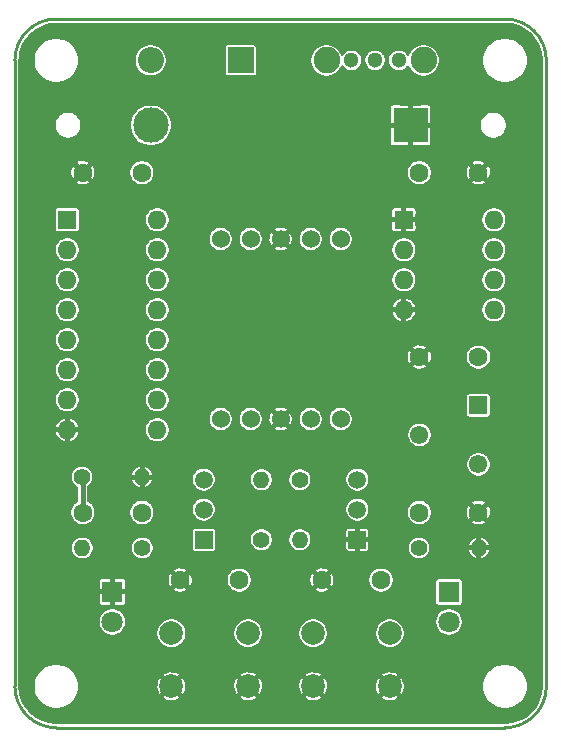
<source format=gbr>
%TF.GenerationSoftware,KiCad,Pcbnew,(5.1.8)-1*%
%TF.CreationDate,2020-12-28T19:23:03-06:00*%
%TF.ProjectId,Reaction Time Game,52656163-7469-46f6-9e20-54696d652047,rev?*%
%TF.SameCoordinates,Original*%
%TF.FileFunction,Copper,L2,Bot*%
%TF.FilePolarity,Positive*%
%FSLAX46Y46*%
G04 Gerber Fmt 4.6, Leading zero omitted, Abs format (unit mm)*
G04 Created by KiCad (PCBNEW (5.1.8)-1) date 2020-12-28 19:23:03*
%MOMM*%
%LPD*%
G01*
G04 APERTURE LIST*
%TA.AperFunction,Profile*%
%ADD10C,0.254000*%
%TD*%
%TA.AperFunction,ComponentPad*%
%ADD11O,1.400000X1.400000*%
%TD*%
%TA.AperFunction,ComponentPad*%
%ADD12C,1.400000*%
%TD*%
%TA.AperFunction,ComponentPad*%
%ADD13C,1.600000*%
%TD*%
%TA.AperFunction,ComponentPad*%
%ADD14R,3.000000X3.000000*%
%TD*%
%TA.AperFunction,ComponentPad*%
%ADD15C,3.000000*%
%TD*%
%TA.AperFunction,ComponentPad*%
%ADD16C,1.300000*%
%TD*%
%TA.AperFunction,ComponentPad*%
%ADD17C,2.250000*%
%TD*%
%TA.AperFunction,ComponentPad*%
%ADD18C,1.524000*%
%TD*%
%TA.AperFunction,ComponentPad*%
%ADD19R,1.500000X1.500000*%
%TD*%
%TA.AperFunction,ComponentPad*%
%ADD20C,1.500000*%
%TD*%
%TA.AperFunction,ComponentPad*%
%ADD21C,1.550000*%
%TD*%
%TA.AperFunction,ComponentPad*%
%ADD22R,1.550000X1.550000*%
%TD*%
%TA.AperFunction,ComponentPad*%
%ADD23C,2.000000*%
%TD*%
%TA.AperFunction,ComponentPad*%
%ADD24C,1.800000*%
%TD*%
%TA.AperFunction,ComponentPad*%
%ADD25R,1.800000X1.800000*%
%TD*%
%TA.AperFunction,ComponentPad*%
%ADD26R,1.600000X1.600000*%
%TD*%
%TA.AperFunction,ComponentPad*%
%ADD27O,1.600000X1.600000*%
%TD*%
%TA.AperFunction,ComponentPad*%
%ADD28O,2.200000X2.200000*%
%TD*%
%TA.AperFunction,ComponentPad*%
%ADD29R,2.200000X2.200000*%
%TD*%
%TA.AperFunction,ViaPad*%
%ADD30C,0.600000*%
%TD*%
%TA.AperFunction,Conductor*%
%ADD31C,0.381000*%
%TD*%
%TA.AperFunction,Conductor*%
%ADD32C,0.127000*%
%TD*%
%TA.AperFunction,Conductor*%
%ADD33C,0.150000*%
%TD*%
G04 APERTURE END LIST*
D10*
X122500000Y-73500000D02*
X122500000Y-126500000D01*
X77500000Y-126500000D02*
X77500000Y-73500000D01*
X81000000Y-130000000D02*
X119000000Y-130000000D01*
X81000000Y-70000000D02*
X119000000Y-70000000D01*
X122500000Y-126500000D02*
G75*
G02*
X119000000Y-130000000I-3500000J0D01*
G01*
X81000000Y-130000000D02*
G75*
G02*
X77500000Y-126500000I0J3500000D01*
G01*
X119000000Y-70000000D02*
G75*
G02*
X122500000Y-73500000I0J-3500000D01*
G01*
X77500000Y-73500000D02*
G75*
G02*
X81000000Y-70000000I3500000J0D01*
G01*
D11*
X88265000Y-108780000D03*
D12*
X83185000Y-108780000D03*
D13*
X88250000Y-111780000D03*
X83250000Y-111780000D03*
D14*
X111000000Y-79000000D03*
D15*
X89000000Y-79000000D03*
D16*
X108000000Y-73500000D03*
D17*
X103900000Y-73500000D03*
X112100000Y-73500000D03*
D16*
X110000000Y-73500000D03*
X106000000Y-73500000D03*
D18*
X94920000Y-88630000D03*
X97460000Y-88630000D03*
X100000000Y-88630000D03*
X102540000Y-88630000D03*
X105080000Y-88630000D03*
X105080000Y-103870000D03*
X102540000Y-103870000D03*
X100000000Y-103870000D03*
X97460000Y-103870000D03*
X94920000Y-103870000D03*
D19*
X106500000Y-114080000D03*
D20*
X106500000Y-109000000D03*
X106500000Y-111540000D03*
D19*
X93500000Y-114080000D03*
D20*
X93500000Y-109000000D03*
X93500000Y-111540000D03*
D21*
X111750000Y-105200000D03*
D22*
X116750000Y-102700000D03*
D21*
X116750000Y-107700000D03*
D23*
X109250000Y-122000000D03*
X109250000Y-126500000D03*
X102750000Y-122000000D03*
X102750000Y-126500000D03*
D11*
X116790000Y-114780000D03*
D12*
X111710000Y-114780000D03*
D11*
X101625000Y-114080000D03*
D12*
X101625000Y-109000000D03*
D11*
X98375000Y-109000000D03*
D12*
X98375000Y-114080000D03*
D11*
X83210000Y-114780000D03*
D12*
X88290000Y-114780000D03*
D24*
X114250000Y-121040000D03*
D25*
X114250000Y-118500000D03*
D24*
X85750000Y-121040000D03*
D25*
X85750000Y-118500000D03*
D13*
X96500000Y-117500000D03*
X91500000Y-117500000D03*
X108500000Y-117500000D03*
X103500000Y-117500000D03*
X111750000Y-111780000D03*
X116750000Y-111780000D03*
D26*
X81940000Y-87000000D03*
D27*
X89560000Y-104780000D03*
X81940000Y-89540000D03*
X89560000Y-102240000D03*
X81940000Y-92080000D03*
X89560000Y-99700000D03*
X81940000Y-94620000D03*
X89560000Y-97160000D03*
X81940000Y-97160000D03*
X89560000Y-94620000D03*
X81940000Y-99700000D03*
X89560000Y-92080000D03*
X81940000Y-102240000D03*
X89560000Y-89540000D03*
X81940000Y-104780000D03*
X89560000Y-87000000D03*
D26*
X110440000Y-87000000D03*
D27*
X118060000Y-94620000D03*
X110440000Y-89540000D03*
X118060000Y-92080000D03*
X110440000Y-92080000D03*
X118060000Y-89540000D03*
X110440000Y-94620000D03*
X118060000Y-87000000D03*
D23*
X90750000Y-126500000D03*
X90750000Y-122000000D03*
X97250000Y-126500000D03*
X97250000Y-122000000D03*
D28*
X89000000Y-73500000D03*
D29*
X96620000Y-73500000D03*
D13*
X111750000Y-83000000D03*
X116750000Y-83000000D03*
X88250000Y-83000000D03*
X83250000Y-83000000D03*
X116750000Y-98620000D03*
X111750000Y-98620000D03*
D30*
X80250000Y-94750000D03*
X80250000Y-89000000D03*
X87000000Y-91750000D03*
X87000000Y-94000000D03*
X100000000Y-109000000D03*
X92000000Y-92000000D03*
X99504500Y-97726500D03*
X85750000Y-87250000D03*
X80670400Y-97942400D03*
X78943000Y-75574999D03*
X78943000Y-84374999D03*
X78943000Y-112374999D03*
X78943000Y-121174999D03*
X80543000Y-93174999D03*
X82943000Y-106774999D03*
X82943000Y-128374999D03*
X83743000Y-71574999D03*
X83743000Y-80374999D03*
X84543000Y-116374999D03*
X85343000Y-89174999D03*
X86143000Y-101174999D03*
X88543000Y-121174999D03*
X90143000Y-75574999D03*
X90143000Y-108374999D03*
X90943000Y-83574999D03*
X91743000Y-94774999D03*
X91743000Y-128374999D03*
X93343000Y-116374999D03*
X94143000Y-101974999D03*
X94943000Y-71574999D03*
X95743000Y-79574999D03*
X96543000Y-90774999D03*
X97343000Y-111574999D03*
X98943000Y-119574999D03*
X99743000Y-127574999D03*
X100543000Y-74774999D03*
X100543000Y-83574999D03*
X100543000Y-99574999D03*
X102143000Y-106774999D03*
X103743000Y-114774999D03*
X104543000Y-122774999D03*
X105343000Y-78774999D03*
X105343000Y-94774999D03*
X106943000Y-71574999D03*
X106943000Y-101974999D03*
X107743000Y-85974999D03*
X107743000Y-128374999D03*
X110143000Y-107574999D03*
X110143000Y-117174999D03*
X111743000Y-75574999D03*
X111743000Y-90774999D03*
X112543000Y-124374999D03*
X113343000Y-82774999D03*
X114143000Y-97174999D03*
X114943000Y-111574999D03*
X116543000Y-71574999D03*
X116543000Y-104374999D03*
X116543000Y-119574999D03*
X119743000Y-77174999D03*
X119743000Y-85974999D03*
X120543000Y-93974999D03*
X120543000Y-114774999D03*
X121343000Y-123574999D03*
D31*
X83250000Y-108845000D02*
X83185000Y-108780000D01*
X83250000Y-111780000D02*
X83250000Y-108845000D01*
D32*
X119603607Y-70451557D02*
X120184223Y-70626855D01*
X120719736Y-70911592D01*
X121189742Y-71294919D01*
X121576339Y-71762235D01*
X121864808Y-72295749D01*
X122044154Y-72875121D01*
X122109486Y-73496708D01*
X122109500Y-73500783D01*
X122109501Y-126480894D01*
X122048443Y-127103607D01*
X121873145Y-127684225D01*
X121588408Y-128219736D01*
X121205083Y-128689739D01*
X120737765Y-129076339D01*
X120204253Y-129364808D01*
X119624878Y-129544154D01*
X119003292Y-129609486D01*
X118999217Y-129609500D01*
X81019095Y-129609500D01*
X80396393Y-129548443D01*
X79815775Y-129373145D01*
X79280264Y-129088408D01*
X78810261Y-128705083D01*
X78423661Y-128237765D01*
X78135192Y-127704253D01*
X77955846Y-127124878D01*
X77890514Y-126503292D01*
X77890500Y-126499217D01*
X77890500Y-126311143D01*
X79082500Y-126311143D01*
X79082500Y-126688857D01*
X79156188Y-127059314D01*
X79300734Y-127408277D01*
X79510580Y-127722335D01*
X79777665Y-127989420D01*
X80091723Y-128199266D01*
X80440686Y-128343812D01*
X80811143Y-128417500D01*
X81188857Y-128417500D01*
X81559314Y-128343812D01*
X81908277Y-128199266D01*
X82222335Y-127989420D01*
X82489420Y-127722335D01*
X82680592Y-127436224D01*
X89993381Y-127436224D01*
X90110228Y-127596636D01*
X90336465Y-127700378D01*
X90578593Y-127757990D01*
X90827309Y-127767258D01*
X91073053Y-127727826D01*
X91306383Y-127641210D01*
X91389772Y-127596636D01*
X91506619Y-127436224D01*
X96493381Y-127436224D01*
X96610228Y-127596636D01*
X96836465Y-127700378D01*
X97078593Y-127757990D01*
X97327309Y-127767258D01*
X97573053Y-127727826D01*
X97806383Y-127641210D01*
X97889772Y-127596636D01*
X98006619Y-127436224D01*
X101993381Y-127436224D01*
X102110228Y-127596636D01*
X102336465Y-127700378D01*
X102578593Y-127757990D01*
X102827309Y-127767258D01*
X103073053Y-127727826D01*
X103306383Y-127641210D01*
X103389772Y-127596636D01*
X103506619Y-127436224D01*
X108493381Y-127436224D01*
X108610228Y-127596636D01*
X108836465Y-127700378D01*
X109078593Y-127757990D01*
X109327309Y-127767258D01*
X109573053Y-127727826D01*
X109806383Y-127641210D01*
X109889772Y-127596636D01*
X110006619Y-127436224D01*
X109250000Y-126679605D01*
X108493381Y-127436224D01*
X103506619Y-127436224D01*
X102750000Y-126679605D01*
X101993381Y-127436224D01*
X98006619Y-127436224D01*
X97250000Y-126679605D01*
X96493381Y-127436224D01*
X91506619Y-127436224D01*
X90750000Y-126679605D01*
X89993381Y-127436224D01*
X82680592Y-127436224D01*
X82699266Y-127408277D01*
X82843812Y-127059314D01*
X82917500Y-126688857D01*
X82917500Y-126577309D01*
X89482742Y-126577309D01*
X89522174Y-126823053D01*
X89608790Y-127056383D01*
X89653364Y-127139772D01*
X89813776Y-127256619D01*
X90570395Y-126500000D01*
X90929605Y-126500000D01*
X91686224Y-127256619D01*
X91846636Y-127139772D01*
X91950378Y-126913535D01*
X92007990Y-126671407D01*
X92011496Y-126577309D01*
X95982742Y-126577309D01*
X96022174Y-126823053D01*
X96108790Y-127056383D01*
X96153364Y-127139772D01*
X96313776Y-127256619D01*
X97070395Y-126500000D01*
X97429605Y-126500000D01*
X98186224Y-127256619D01*
X98346636Y-127139772D01*
X98450378Y-126913535D01*
X98507990Y-126671407D01*
X98511496Y-126577309D01*
X101482742Y-126577309D01*
X101522174Y-126823053D01*
X101608790Y-127056383D01*
X101653364Y-127139772D01*
X101813776Y-127256619D01*
X102570395Y-126500000D01*
X102929605Y-126500000D01*
X103686224Y-127256619D01*
X103846636Y-127139772D01*
X103950378Y-126913535D01*
X104007990Y-126671407D01*
X104011496Y-126577309D01*
X107982742Y-126577309D01*
X108022174Y-126823053D01*
X108108790Y-127056383D01*
X108153364Y-127139772D01*
X108313776Y-127256619D01*
X109070395Y-126500000D01*
X109429605Y-126500000D01*
X110186224Y-127256619D01*
X110346636Y-127139772D01*
X110450378Y-126913535D01*
X110507990Y-126671407D01*
X110517258Y-126422691D01*
X110499360Y-126311143D01*
X117082500Y-126311143D01*
X117082500Y-126688857D01*
X117156188Y-127059314D01*
X117300734Y-127408277D01*
X117510580Y-127722335D01*
X117777665Y-127989420D01*
X118091723Y-128199266D01*
X118440686Y-128343812D01*
X118811143Y-128417500D01*
X119188857Y-128417500D01*
X119559314Y-128343812D01*
X119908277Y-128199266D01*
X120222335Y-127989420D01*
X120489420Y-127722335D01*
X120699266Y-127408277D01*
X120843812Y-127059314D01*
X120917500Y-126688857D01*
X120917500Y-126311143D01*
X120843812Y-125940686D01*
X120699266Y-125591723D01*
X120489420Y-125277665D01*
X120222335Y-125010580D01*
X119908277Y-124800734D01*
X119559314Y-124656188D01*
X119188857Y-124582500D01*
X118811143Y-124582500D01*
X118440686Y-124656188D01*
X118091723Y-124800734D01*
X117777665Y-125010580D01*
X117510580Y-125277665D01*
X117300734Y-125591723D01*
X117156188Y-125940686D01*
X117082500Y-126311143D01*
X110499360Y-126311143D01*
X110477826Y-126176947D01*
X110391210Y-125943617D01*
X110346636Y-125860228D01*
X110186224Y-125743381D01*
X109429605Y-126500000D01*
X109070395Y-126500000D01*
X108313776Y-125743381D01*
X108153364Y-125860228D01*
X108049622Y-126086465D01*
X107992010Y-126328593D01*
X107982742Y-126577309D01*
X104011496Y-126577309D01*
X104017258Y-126422691D01*
X103977826Y-126176947D01*
X103891210Y-125943617D01*
X103846636Y-125860228D01*
X103686224Y-125743381D01*
X102929605Y-126500000D01*
X102570395Y-126500000D01*
X101813776Y-125743381D01*
X101653364Y-125860228D01*
X101549622Y-126086465D01*
X101492010Y-126328593D01*
X101482742Y-126577309D01*
X98511496Y-126577309D01*
X98517258Y-126422691D01*
X98477826Y-126176947D01*
X98391210Y-125943617D01*
X98346636Y-125860228D01*
X98186224Y-125743381D01*
X97429605Y-126500000D01*
X97070395Y-126500000D01*
X96313776Y-125743381D01*
X96153364Y-125860228D01*
X96049622Y-126086465D01*
X95992010Y-126328593D01*
X95982742Y-126577309D01*
X92011496Y-126577309D01*
X92017258Y-126422691D01*
X91977826Y-126176947D01*
X91891210Y-125943617D01*
X91846636Y-125860228D01*
X91686224Y-125743381D01*
X90929605Y-126500000D01*
X90570395Y-126500000D01*
X89813776Y-125743381D01*
X89653364Y-125860228D01*
X89549622Y-126086465D01*
X89492010Y-126328593D01*
X89482742Y-126577309D01*
X82917500Y-126577309D01*
X82917500Y-126311143D01*
X82843812Y-125940686D01*
X82699266Y-125591723D01*
X82680593Y-125563776D01*
X89993381Y-125563776D01*
X90750000Y-126320395D01*
X91506619Y-125563776D01*
X96493381Y-125563776D01*
X97250000Y-126320395D01*
X98006619Y-125563776D01*
X101993381Y-125563776D01*
X102750000Y-126320395D01*
X103506619Y-125563776D01*
X108493381Y-125563776D01*
X109250000Y-126320395D01*
X110006619Y-125563776D01*
X109889772Y-125403364D01*
X109663535Y-125299622D01*
X109421407Y-125242010D01*
X109172691Y-125232742D01*
X108926947Y-125272174D01*
X108693617Y-125358790D01*
X108610228Y-125403364D01*
X108493381Y-125563776D01*
X103506619Y-125563776D01*
X103389772Y-125403364D01*
X103163535Y-125299622D01*
X102921407Y-125242010D01*
X102672691Y-125232742D01*
X102426947Y-125272174D01*
X102193617Y-125358790D01*
X102110228Y-125403364D01*
X101993381Y-125563776D01*
X98006619Y-125563776D01*
X97889772Y-125403364D01*
X97663535Y-125299622D01*
X97421407Y-125242010D01*
X97172691Y-125232742D01*
X96926947Y-125272174D01*
X96693617Y-125358790D01*
X96610228Y-125403364D01*
X96493381Y-125563776D01*
X91506619Y-125563776D01*
X91389772Y-125403364D01*
X91163535Y-125299622D01*
X90921407Y-125242010D01*
X90672691Y-125232742D01*
X90426947Y-125272174D01*
X90193617Y-125358790D01*
X90110228Y-125403364D01*
X89993381Y-125563776D01*
X82680593Y-125563776D01*
X82489420Y-125277665D01*
X82222335Y-125010580D01*
X81908277Y-124800734D01*
X81559314Y-124656188D01*
X81188857Y-124582500D01*
X80811143Y-124582500D01*
X80440686Y-124656188D01*
X80091723Y-124800734D01*
X79777665Y-125010580D01*
X79510580Y-125277665D01*
X79300734Y-125591723D01*
X79156188Y-125940686D01*
X79082500Y-126311143D01*
X77890500Y-126311143D01*
X77890500Y-120925405D01*
X84586500Y-120925405D01*
X84586500Y-121154595D01*
X84631212Y-121379381D01*
X84718919Y-121591124D01*
X84846250Y-121781688D01*
X85008312Y-121943750D01*
X85198876Y-122071081D01*
X85410619Y-122158788D01*
X85635405Y-122203500D01*
X85864595Y-122203500D01*
X86089381Y-122158788D01*
X86301124Y-122071081D01*
X86491688Y-121943750D01*
X86559882Y-121875556D01*
X89486500Y-121875556D01*
X89486500Y-122124444D01*
X89535055Y-122368549D01*
X89630300Y-122598492D01*
X89768575Y-122805435D01*
X89944565Y-122981425D01*
X90151508Y-123119700D01*
X90381451Y-123214945D01*
X90625556Y-123263500D01*
X90874444Y-123263500D01*
X91118549Y-123214945D01*
X91348492Y-123119700D01*
X91555435Y-122981425D01*
X91731425Y-122805435D01*
X91869700Y-122598492D01*
X91964945Y-122368549D01*
X92013500Y-122124444D01*
X92013500Y-121875556D01*
X95986500Y-121875556D01*
X95986500Y-122124444D01*
X96035055Y-122368549D01*
X96130300Y-122598492D01*
X96268575Y-122805435D01*
X96444565Y-122981425D01*
X96651508Y-123119700D01*
X96881451Y-123214945D01*
X97125556Y-123263500D01*
X97374444Y-123263500D01*
X97618549Y-123214945D01*
X97848492Y-123119700D01*
X98055435Y-122981425D01*
X98231425Y-122805435D01*
X98369700Y-122598492D01*
X98464945Y-122368549D01*
X98513500Y-122124444D01*
X98513500Y-121875556D01*
X101486500Y-121875556D01*
X101486500Y-122124444D01*
X101535055Y-122368549D01*
X101630300Y-122598492D01*
X101768575Y-122805435D01*
X101944565Y-122981425D01*
X102151508Y-123119700D01*
X102381451Y-123214945D01*
X102625556Y-123263500D01*
X102874444Y-123263500D01*
X103118549Y-123214945D01*
X103348492Y-123119700D01*
X103555435Y-122981425D01*
X103731425Y-122805435D01*
X103869700Y-122598492D01*
X103964945Y-122368549D01*
X104013500Y-122124444D01*
X104013500Y-121875556D01*
X107986500Y-121875556D01*
X107986500Y-122124444D01*
X108035055Y-122368549D01*
X108130300Y-122598492D01*
X108268575Y-122805435D01*
X108444565Y-122981425D01*
X108651508Y-123119700D01*
X108881451Y-123214945D01*
X109125556Y-123263500D01*
X109374444Y-123263500D01*
X109618549Y-123214945D01*
X109848492Y-123119700D01*
X110055435Y-122981425D01*
X110231425Y-122805435D01*
X110369700Y-122598492D01*
X110464945Y-122368549D01*
X110513500Y-122124444D01*
X110513500Y-121875556D01*
X110464945Y-121631451D01*
X110369700Y-121401508D01*
X110231425Y-121194565D01*
X110055435Y-121018575D01*
X109915997Y-120925405D01*
X113086500Y-120925405D01*
X113086500Y-121154595D01*
X113131212Y-121379381D01*
X113218919Y-121591124D01*
X113346250Y-121781688D01*
X113508312Y-121943750D01*
X113698876Y-122071081D01*
X113910619Y-122158788D01*
X114135405Y-122203500D01*
X114364595Y-122203500D01*
X114589381Y-122158788D01*
X114801124Y-122071081D01*
X114991688Y-121943750D01*
X115153750Y-121781688D01*
X115281081Y-121591124D01*
X115368788Y-121379381D01*
X115413500Y-121154595D01*
X115413500Y-120925405D01*
X115368788Y-120700619D01*
X115281081Y-120488876D01*
X115153750Y-120298312D01*
X114991688Y-120136250D01*
X114801124Y-120008919D01*
X114589381Y-119921212D01*
X114364595Y-119876500D01*
X114135405Y-119876500D01*
X113910619Y-119921212D01*
X113698876Y-120008919D01*
X113508312Y-120136250D01*
X113346250Y-120298312D01*
X113218919Y-120488876D01*
X113131212Y-120700619D01*
X113086500Y-120925405D01*
X109915997Y-120925405D01*
X109848492Y-120880300D01*
X109618549Y-120785055D01*
X109374444Y-120736500D01*
X109125556Y-120736500D01*
X108881451Y-120785055D01*
X108651508Y-120880300D01*
X108444565Y-121018575D01*
X108268575Y-121194565D01*
X108130300Y-121401508D01*
X108035055Y-121631451D01*
X107986500Y-121875556D01*
X104013500Y-121875556D01*
X103964945Y-121631451D01*
X103869700Y-121401508D01*
X103731425Y-121194565D01*
X103555435Y-121018575D01*
X103348492Y-120880300D01*
X103118549Y-120785055D01*
X102874444Y-120736500D01*
X102625556Y-120736500D01*
X102381451Y-120785055D01*
X102151508Y-120880300D01*
X101944565Y-121018575D01*
X101768575Y-121194565D01*
X101630300Y-121401508D01*
X101535055Y-121631451D01*
X101486500Y-121875556D01*
X98513500Y-121875556D01*
X98464945Y-121631451D01*
X98369700Y-121401508D01*
X98231425Y-121194565D01*
X98055435Y-121018575D01*
X97848492Y-120880300D01*
X97618549Y-120785055D01*
X97374444Y-120736500D01*
X97125556Y-120736500D01*
X96881451Y-120785055D01*
X96651508Y-120880300D01*
X96444565Y-121018575D01*
X96268575Y-121194565D01*
X96130300Y-121401508D01*
X96035055Y-121631451D01*
X95986500Y-121875556D01*
X92013500Y-121875556D01*
X91964945Y-121631451D01*
X91869700Y-121401508D01*
X91731425Y-121194565D01*
X91555435Y-121018575D01*
X91348492Y-120880300D01*
X91118549Y-120785055D01*
X90874444Y-120736500D01*
X90625556Y-120736500D01*
X90381451Y-120785055D01*
X90151508Y-120880300D01*
X89944565Y-121018575D01*
X89768575Y-121194565D01*
X89630300Y-121401508D01*
X89535055Y-121631451D01*
X89486500Y-121875556D01*
X86559882Y-121875556D01*
X86653750Y-121781688D01*
X86781081Y-121591124D01*
X86868788Y-121379381D01*
X86913500Y-121154595D01*
X86913500Y-120925405D01*
X86868788Y-120700619D01*
X86781081Y-120488876D01*
X86653750Y-120298312D01*
X86491688Y-120136250D01*
X86301124Y-120008919D01*
X86089381Y-119921212D01*
X85864595Y-119876500D01*
X85635405Y-119876500D01*
X85410619Y-119921212D01*
X85198876Y-120008919D01*
X85008312Y-120136250D01*
X84846250Y-120298312D01*
X84718919Y-120488876D01*
X84631212Y-120700619D01*
X84586500Y-120925405D01*
X77890500Y-120925405D01*
X77890500Y-119400000D01*
X84585225Y-119400000D01*
X84590313Y-119451655D01*
X84605380Y-119501325D01*
X84629848Y-119547101D01*
X84662776Y-119587224D01*
X84702899Y-119620152D01*
X84748675Y-119644620D01*
X84798345Y-119659687D01*
X84850000Y-119664775D01*
X85557125Y-119663500D01*
X85623000Y-119597625D01*
X85623000Y-118627000D01*
X85877000Y-118627000D01*
X85877000Y-119597625D01*
X85942875Y-119663500D01*
X86650000Y-119664775D01*
X86701655Y-119659687D01*
X86751325Y-119644620D01*
X86797101Y-119620152D01*
X86837224Y-119587224D01*
X86870152Y-119547101D01*
X86894620Y-119501325D01*
X86909687Y-119451655D01*
X86914775Y-119400000D01*
X86913500Y-118692875D01*
X86847625Y-118627000D01*
X85877000Y-118627000D01*
X85623000Y-118627000D01*
X84652375Y-118627000D01*
X84586500Y-118692875D01*
X84585225Y-119400000D01*
X77890500Y-119400000D01*
X77890500Y-117600000D01*
X84585225Y-117600000D01*
X84586500Y-118307125D01*
X84652375Y-118373000D01*
X85623000Y-118373000D01*
X85623000Y-117402375D01*
X85877000Y-117402375D01*
X85877000Y-118373000D01*
X86847625Y-118373000D01*
X86913500Y-118307125D01*
X86913525Y-118293159D01*
X90886446Y-118293159D01*
X90979062Y-118433075D01*
X91171106Y-118516776D01*
X91375790Y-118561403D01*
X91585245Y-118565240D01*
X91791426Y-118528142D01*
X91986407Y-118451532D01*
X92020938Y-118433075D01*
X92113554Y-118293159D01*
X91500000Y-117679605D01*
X90886446Y-118293159D01*
X86913525Y-118293159D01*
X86914775Y-117600000D01*
X86913322Y-117585245D01*
X90434760Y-117585245D01*
X90471858Y-117791426D01*
X90548468Y-117986407D01*
X90566925Y-118020938D01*
X90706841Y-118113554D01*
X91320395Y-117500000D01*
X91679605Y-117500000D01*
X92293159Y-118113554D01*
X92433075Y-118020938D01*
X92516776Y-117828894D01*
X92561403Y-117624210D01*
X92565240Y-117414755D01*
X92561732Y-117395254D01*
X95436500Y-117395254D01*
X95436500Y-117604746D01*
X95477370Y-117810212D01*
X95557538Y-118003756D01*
X95673925Y-118177942D01*
X95822058Y-118326075D01*
X95996244Y-118442462D01*
X96189788Y-118522630D01*
X96395254Y-118563500D01*
X96604746Y-118563500D01*
X96810212Y-118522630D01*
X97003756Y-118442462D01*
X97177942Y-118326075D01*
X97210858Y-118293159D01*
X102886446Y-118293159D01*
X102979062Y-118433075D01*
X103171106Y-118516776D01*
X103375790Y-118561403D01*
X103585245Y-118565240D01*
X103791426Y-118528142D01*
X103986407Y-118451532D01*
X104020938Y-118433075D01*
X104113554Y-118293159D01*
X103500000Y-117679605D01*
X102886446Y-118293159D01*
X97210858Y-118293159D01*
X97326075Y-118177942D01*
X97442462Y-118003756D01*
X97522630Y-117810212D01*
X97563500Y-117604746D01*
X97563500Y-117585245D01*
X102434760Y-117585245D01*
X102471858Y-117791426D01*
X102548468Y-117986407D01*
X102566925Y-118020938D01*
X102706841Y-118113554D01*
X103320395Y-117500000D01*
X103679605Y-117500000D01*
X104293159Y-118113554D01*
X104433075Y-118020938D01*
X104516776Y-117828894D01*
X104561403Y-117624210D01*
X104565240Y-117414755D01*
X104561732Y-117395254D01*
X107436500Y-117395254D01*
X107436500Y-117604746D01*
X107477370Y-117810212D01*
X107557538Y-118003756D01*
X107673925Y-118177942D01*
X107822058Y-118326075D01*
X107996244Y-118442462D01*
X108189788Y-118522630D01*
X108395254Y-118563500D01*
X108604746Y-118563500D01*
X108810212Y-118522630D01*
X109003756Y-118442462D01*
X109177942Y-118326075D01*
X109326075Y-118177942D01*
X109442462Y-118003756D01*
X109522630Y-117810212D01*
X109563500Y-117604746D01*
X109563500Y-117600000D01*
X113085226Y-117600000D01*
X113085226Y-119400000D01*
X113090314Y-119451655D01*
X113105381Y-119501325D01*
X113129848Y-119547101D01*
X113162777Y-119587223D01*
X113202899Y-119620152D01*
X113248675Y-119644619D01*
X113298345Y-119659686D01*
X113350000Y-119664774D01*
X115150000Y-119664774D01*
X115201655Y-119659686D01*
X115251325Y-119644619D01*
X115297101Y-119620152D01*
X115337223Y-119587223D01*
X115370152Y-119547101D01*
X115394619Y-119501325D01*
X115409686Y-119451655D01*
X115414774Y-119400000D01*
X115414774Y-117600000D01*
X115409686Y-117548345D01*
X115394619Y-117498675D01*
X115370152Y-117452899D01*
X115337223Y-117412777D01*
X115297101Y-117379848D01*
X115251325Y-117355381D01*
X115201655Y-117340314D01*
X115150000Y-117335226D01*
X113350000Y-117335226D01*
X113298345Y-117340314D01*
X113248675Y-117355381D01*
X113202899Y-117379848D01*
X113162777Y-117412777D01*
X113129848Y-117452899D01*
X113105381Y-117498675D01*
X113090314Y-117548345D01*
X113085226Y-117600000D01*
X109563500Y-117600000D01*
X109563500Y-117395254D01*
X109522630Y-117189788D01*
X109442462Y-116996244D01*
X109326075Y-116822058D01*
X109177942Y-116673925D01*
X109003756Y-116557538D01*
X108810212Y-116477370D01*
X108604746Y-116436500D01*
X108395254Y-116436500D01*
X108189788Y-116477370D01*
X107996244Y-116557538D01*
X107822058Y-116673925D01*
X107673925Y-116822058D01*
X107557538Y-116996244D01*
X107477370Y-117189788D01*
X107436500Y-117395254D01*
X104561732Y-117395254D01*
X104528142Y-117208574D01*
X104451532Y-117013593D01*
X104433075Y-116979062D01*
X104293159Y-116886446D01*
X103679605Y-117500000D01*
X103320395Y-117500000D01*
X102706841Y-116886446D01*
X102566925Y-116979062D01*
X102483224Y-117171106D01*
X102438597Y-117375790D01*
X102434760Y-117585245D01*
X97563500Y-117585245D01*
X97563500Y-117395254D01*
X97522630Y-117189788D01*
X97442462Y-116996244D01*
X97326075Y-116822058D01*
X97210858Y-116706841D01*
X102886446Y-116706841D01*
X103500000Y-117320395D01*
X104113554Y-116706841D01*
X104020938Y-116566925D01*
X103828894Y-116483224D01*
X103624210Y-116438597D01*
X103414755Y-116434760D01*
X103208574Y-116471858D01*
X103013593Y-116548468D01*
X102979062Y-116566925D01*
X102886446Y-116706841D01*
X97210858Y-116706841D01*
X97177942Y-116673925D01*
X97003756Y-116557538D01*
X96810212Y-116477370D01*
X96604746Y-116436500D01*
X96395254Y-116436500D01*
X96189788Y-116477370D01*
X95996244Y-116557538D01*
X95822058Y-116673925D01*
X95673925Y-116822058D01*
X95557538Y-116996244D01*
X95477370Y-117189788D01*
X95436500Y-117395254D01*
X92561732Y-117395254D01*
X92528142Y-117208574D01*
X92451532Y-117013593D01*
X92433075Y-116979062D01*
X92293159Y-116886446D01*
X91679605Y-117500000D01*
X91320395Y-117500000D01*
X90706841Y-116886446D01*
X90566925Y-116979062D01*
X90483224Y-117171106D01*
X90438597Y-117375790D01*
X90434760Y-117585245D01*
X86913322Y-117585245D01*
X86909687Y-117548345D01*
X86894620Y-117498675D01*
X86870152Y-117452899D01*
X86837224Y-117412776D01*
X86797101Y-117379848D01*
X86751325Y-117355380D01*
X86701655Y-117340313D01*
X86650000Y-117335225D01*
X85942875Y-117336500D01*
X85877000Y-117402375D01*
X85623000Y-117402375D01*
X85557125Y-117336500D01*
X84850000Y-117335225D01*
X84798345Y-117340313D01*
X84748675Y-117355380D01*
X84702899Y-117379848D01*
X84662776Y-117412776D01*
X84629848Y-117452899D01*
X84605380Y-117498675D01*
X84590313Y-117548345D01*
X84585225Y-117600000D01*
X77890500Y-117600000D01*
X77890500Y-116706841D01*
X90886446Y-116706841D01*
X91500000Y-117320395D01*
X92113554Y-116706841D01*
X92020938Y-116566925D01*
X91828894Y-116483224D01*
X91624210Y-116438597D01*
X91414755Y-116434760D01*
X91208574Y-116471858D01*
X91013593Y-116548468D01*
X90979062Y-116566925D01*
X90886446Y-116706841D01*
X77890500Y-116706841D01*
X77890500Y-114685104D01*
X82246500Y-114685104D01*
X82246500Y-114874896D01*
X82283527Y-115061043D01*
X82356157Y-115236388D01*
X82461601Y-115394195D01*
X82595805Y-115528399D01*
X82753612Y-115633843D01*
X82928957Y-115706473D01*
X83115104Y-115743500D01*
X83304896Y-115743500D01*
X83491043Y-115706473D01*
X83666388Y-115633843D01*
X83824195Y-115528399D01*
X83958399Y-115394195D01*
X84063843Y-115236388D01*
X84136473Y-115061043D01*
X84173500Y-114874896D01*
X84173500Y-114685104D01*
X87326500Y-114685104D01*
X87326500Y-114874896D01*
X87363527Y-115061043D01*
X87436157Y-115236388D01*
X87541601Y-115394195D01*
X87675805Y-115528399D01*
X87833612Y-115633843D01*
X88008957Y-115706473D01*
X88195104Y-115743500D01*
X88384896Y-115743500D01*
X88571043Y-115706473D01*
X88746388Y-115633843D01*
X88904195Y-115528399D01*
X89038399Y-115394195D01*
X89143843Y-115236388D01*
X89216473Y-115061043D01*
X89253500Y-114874896D01*
X89253500Y-114685104D01*
X89216473Y-114498957D01*
X89143843Y-114323612D01*
X89038399Y-114165805D01*
X88904195Y-114031601D01*
X88746388Y-113926157D01*
X88571043Y-113853527D01*
X88384896Y-113816500D01*
X88195104Y-113816500D01*
X88008957Y-113853527D01*
X87833612Y-113926157D01*
X87675805Y-114031601D01*
X87541601Y-114165805D01*
X87436157Y-114323612D01*
X87363527Y-114498957D01*
X87326500Y-114685104D01*
X84173500Y-114685104D01*
X84136473Y-114498957D01*
X84063843Y-114323612D01*
X83958399Y-114165805D01*
X83824195Y-114031601D01*
X83666388Y-113926157D01*
X83491043Y-113853527D01*
X83304896Y-113816500D01*
X83115104Y-113816500D01*
X82928957Y-113853527D01*
X82753612Y-113926157D01*
X82595805Y-114031601D01*
X82461601Y-114165805D01*
X82356157Y-114323612D01*
X82283527Y-114498957D01*
X82246500Y-114685104D01*
X77890500Y-114685104D01*
X77890500Y-113330000D01*
X92485226Y-113330000D01*
X92485226Y-114830000D01*
X92490314Y-114881655D01*
X92505381Y-114931325D01*
X92529848Y-114977101D01*
X92562777Y-115017223D01*
X92602899Y-115050152D01*
X92648675Y-115074619D01*
X92698345Y-115089686D01*
X92750000Y-115094774D01*
X94250000Y-115094774D01*
X94301655Y-115089686D01*
X94351325Y-115074619D01*
X94397101Y-115050152D01*
X94437223Y-115017223D01*
X94470152Y-114977101D01*
X94494619Y-114931325D01*
X94509686Y-114881655D01*
X94514774Y-114830000D01*
X94514774Y-113985104D01*
X97411500Y-113985104D01*
X97411500Y-114174896D01*
X97448527Y-114361043D01*
X97521157Y-114536388D01*
X97626601Y-114694195D01*
X97760805Y-114828399D01*
X97918612Y-114933843D01*
X98093957Y-115006473D01*
X98280104Y-115043500D01*
X98469896Y-115043500D01*
X98656043Y-115006473D01*
X98831388Y-114933843D01*
X98989195Y-114828399D01*
X99123399Y-114694195D01*
X99228843Y-114536388D01*
X99301473Y-114361043D01*
X99338500Y-114174896D01*
X99338500Y-113985104D01*
X100661500Y-113985104D01*
X100661500Y-114174896D01*
X100698527Y-114361043D01*
X100771157Y-114536388D01*
X100876601Y-114694195D01*
X101010805Y-114828399D01*
X101168612Y-114933843D01*
X101343957Y-115006473D01*
X101530104Y-115043500D01*
X101719896Y-115043500D01*
X101906043Y-115006473D01*
X102081388Y-114933843D01*
X102236798Y-114830000D01*
X105485225Y-114830000D01*
X105490313Y-114881655D01*
X105505380Y-114931325D01*
X105529848Y-114977101D01*
X105562776Y-115017224D01*
X105602899Y-115050152D01*
X105648675Y-115074620D01*
X105698345Y-115089687D01*
X105750000Y-115094775D01*
X106307125Y-115093500D01*
X106373000Y-115027625D01*
X106373000Y-114207000D01*
X106627000Y-114207000D01*
X106627000Y-115027625D01*
X106692875Y-115093500D01*
X107250000Y-115094775D01*
X107301655Y-115089687D01*
X107351325Y-115074620D01*
X107397101Y-115050152D01*
X107437224Y-115017224D01*
X107470152Y-114977101D01*
X107494620Y-114931325D01*
X107509687Y-114881655D01*
X107514775Y-114830000D01*
X107514444Y-114685104D01*
X110746500Y-114685104D01*
X110746500Y-114874896D01*
X110783527Y-115061043D01*
X110856157Y-115236388D01*
X110961601Y-115394195D01*
X111095805Y-115528399D01*
X111253612Y-115633843D01*
X111428957Y-115706473D01*
X111615104Y-115743500D01*
X111804896Y-115743500D01*
X111991043Y-115706473D01*
X112166388Y-115633843D01*
X112324195Y-115528399D01*
X112458399Y-115394195D01*
X112563843Y-115236388D01*
X112636473Y-115061043D01*
X112637705Y-115054846D01*
X115866533Y-115054846D01*
X115869461Y-115064529D01*
X115942658Y-115238650D01*
X116048418Y-115395145D01*
X116182676Y-115528001D01*
X116340273Y-115632111D01*
X116515153Y-115703475D01*
X116663000Y-115669226D01*
X116663000Y-114907000D01*
X116917000Y-114907000D01*
X116917000Y-115669226D01*
X117064847Y-115703475D01*
X117239727Y-115632111D01*
X117397324Y-115528001D01*
X117531582Y-115395145D01*
X117637342Y-115238650D01*
X117710539Y-115064529D01*
X117713467Y-115054846D01*
X117678595Y-114907000D01*
X116917000Y-114907000D01*
X116663000Y-114907000D01*
X115901405Y-114907000D01*
X115866533Y-115054846D01*
X112637705Y-115054846D01*
X112673500Y-114874896D01*
X112673500Y-114685104D01*
X112637706Y-114505154D01*
X115866533Y-114505154D01*
X115901405Y-114653000D01*
X116663000Y-114653000D01*
X116663000Y-113890774D01*
X116917000Y-113890774D01*
X116917000Y-114653000D01*
X117678595Y-114653000D01*
X117713467Y-114505154D01*
X117710539Y-114495471D01*
X117637342Y-114321350D01*
X117531582Y-114164855D01*
X117397324Y-114031999D01*
X117239727Y-113927889D01*
X117064847Y-113856525D01*
X116917000Y-113890774D01*
X116663000Y-113890774D01*
X116515153Y-113856525D01*
X116340273Y-113927889D01*
X116182676Y-114031999D01*
X116048418Y-114164855D01*
X115942658Y-114321350D01*
X115869461Y-114495471D01*
X115866533Y-114505154D01*
X112637706Y-114505154D01*
X112636473Y-114498957D01*
X112563843Y-114323612D01*
X112458399Y-114165805D01*
X112324195Y-114031601D01*
X112166388Y-113926157D01*
X111991043Y-113853527D01*
X111804896Y-113816500D01*
X111615104Y-113816500D01*
X111428957Y-113853527D01*
X111253612Y-113926157D01*
X111095805Y-114031601D01*
X110961601Y-114165805D01*
X110856157Y-114323612D01*
X110783527Y-114498957D01*
X110746500Y-114685104D01*
X107514444Y-114685104D01*
X107513500Y-114272875D01*
X107447625Y-114207000D01*
X106627000Y-114207000D01*
X106373000Y-114207000D01*
X105552375Y-114207000D01*
X105486500Y-114272875D01*
X105485225Y-114830000D01*
X102236798Y-114830000D01*
X102239195Y-114828399D01*
X102373399Y-114694195D01*
X102478843Y-114536388D01*
X102551473Y-114361043D01*
X102588500Y-114174896D01*
X102588500Y-113985104D01*
X102551473Y-113798957D01*
X102478843Y-113623612D01*
X102373399Y-113465805D01*
X102239195Y-113331601D01*
X102236799Y-113330000D01*
X105485225Y-113330000D01*
X105486500Y-113887125D01*
X105552375Y-113953000D01*
X106373000Y-113953000D01*
X106373000Y-113132375D01*
X106627000Y-113132375D01*
X106627000Y-113953000D01*
X107447625Y-113953000D01*
X107513500Y-113887125D01*
X107514775Y-113330000D01*
X107509687Y-113278345D01*
X107494620Y-113228675D01*
X107470152Y-113182899D01*
X107437224Y-113142776D01*
X107397101Y-113109848D01*
X107351325Y-113085380D01*
X107301655Y-113070313D01*
X107250000Y-113065225D01*
X106692875Y-113066500D01*
X106627000Y-113132375D01*
X106373000Y-113132375D01*
X106307125Y-113066500D01*
X105750000Y-113065225D01*
X105698345Y-113070313D01*
X105648675Y-113085380D01*
X105602899Y-113109848D01*
X105562776Y-113142776D01*
X105529848Y-113182899D01*
X105505380Y-113228675D01*
X105490313Y-113278345D01*
X105485225Y-113330000D01*
X102236799Y-113330000D01*
X102081388Y-113226157D01*
X101906043Y-113153527D01*
X101719896Y-113116500D01*
X101530104Y-113116500D01*
X101343957Y-113153527D01*
X101168612Y-113226157D01*
X101010805Y-113331601D01*
X100876601Y-113465805D01*
X100771157Y-113623612D01*
X100698527Y-113798957D01*
X100661500Y-113985104D01*
X99338500Y-113985104D01*
X99301473Y-113798957D01*
X99228843Y-113623612D01*
X99123399Y-113465805D01*
X98989195Y-113331601D01*
X98831388Y-113226157D01*
X98656043Y-113153527D01*
X98469896Y-113116500D01*
X98280104Y-113116500D01*
X98093957Y-113153527D01*
X97918612Y-113226157D01*
X97760805Y-113331601D01*
X97626601Y-113465805D01*
X97521157Y-113623612D01*
X97448527Y-113798957D01*
X97411500Y-113985104D01*
X94514774Y-113985104D01*
X94514774Y-113330000D01*
X94509686Y-113278345D01*
X94494619Y-113228675D01*
X94470152Y-113182899D01*
X94437223Y-113142777D01*
X94397101Y-113109848D01*
X94351325Y-113085381D01*
X94301655Y-113070314D01*
X94250000Y-113065226D01*
X92750000Y-113065226D01*
X92698345Y-113070314D01*
X92648675Y-113085381D01*
X92602899Y-113109848D01*
X92562777Y-113142777D01*
X92529848Y-113182899D01*
X92505381Y-113228675D01*
X92490314Y-113278345D01*
X92485226Y-113330000D01*
X77890500Y-113330000D01*
X77890500Y-111675254D01*
X82186500Y-111675254D01*
X82186500Y-111884746D01*
X82227370Y-112090212D01*
X82307538Y-112283756D01*
X82423925Y-112457942D01*
X82572058Y-112606075D01*
X82746244Y-112722462D01*
X82939788Y-112802630D01*
X83145254Y-112843500D01*
X83354746Y-112843500D01*
X83560212Y-112802630D01*
X83753756Y-112722462D01*
X83927942Y-112606075D01*
X84076075Y-112457942D01*
X84192462Y-112283756D01*
X84272630Y-112090212D01*
X84313500Y-111884746D01*
X84313500Y-111675254D01*
X87186500Y-111675254D01*
X87186500Y-111884746D01*
X87227370Y-112090212D01*
X87307538Y-112283756D01*
X87423925Y-112457942D01*
X87572058Y-112606075D01*
X87746244Y-112722462D01*
X87939788Y-112802630D01*
X88145254Y-112843500D01*
X88354746Y-112843500D01*
X88560212Y-112802630D01*
X88753756Y-112722462D01*
X88927942Y-112606075D01*
X89076075Y-112457942D01*
X89192462Y-112283756D01*
X89272630Y-112090212D01*
X89313500Y-111884746D01*
X89313500Y-111675254D01*
X89272630Y-111469788D01*
X89260366Y-111440179D01*
X92486500Y-111440179D01*
X92486500Y-111639821D01*
X92525448Y-111835627D01*
X92601848Y-112020072D01*
X92712763Y-112186069D01*
X92853931Y-112327237D01*
X93019928Y-112438152D01*
X93204373Y-112514552D01*
X93400179Y-112553500D01*
X93599821Y-112553500D01*
X93795627Y-112514552D01*
X93980072Y-112438152D01*
X94146069Y-112327237D01*
X94287237Y-112186069D01*
X94398152Y-112020072D01*
X94474552Y-111835627D01*
X94513500Y-111639821D01*
X94513500Y-111440179D01*
X105486500Y-111440179D01*
X105486500Y-111639821D01*
X105525448Y-111835627D01*
X105601848Y-112020072D01*
X105712763Y-112186069D01*
X105853931Y-112327237D01*
X106019928Y-112438152D01*
X106204373Y-112514552D01*
X106400179Y-112553500D01*
X106599821Y-112553500D01*
X106795627Y-112514552D01*
X106980072Y-112438152D01*
X107146069Y-112327237D01*
X107287237Y-112186069D01*
X107398152Y-112020072D01*
X107474552Y-111835627D01*
X107506451Y-111675254D01*
X110686500Y-111675254D01*
X110686500Y-111884746D01*
X110727370Y-112090212D01*
X110807538Y-112283756D01*
X110923925Y-112457942D01*
X111072058Y-112606075D01*
X111246244Y-112722462D01*
X111439788Y-112802630D01*
X111645254Y-112843500D01*
X111854746Y-112843500D01*
X112060212Y-112802630D01*
X112253756Y-112722462D01*
X112427942Y-112606075D01*
X112460858Y-112573159D01*
X116136446Y-112573159D01*
X116229062Y-112713075D01*
X116421106Y-112796776D01*
X116625790Y-112841403D01*
X116835245Y-112845240D01*
X117041426Y-112808142D01*
X117236407Y-112731532D01*
X117270938Y-112713075D01*
X117363554Y-112573159D01*
X116750000Y-111959605D01*
X116136446Y-112573159D01*
X112460858Y-112573159D01*
X112576075Y-112457942D01*
X112692462Y-112283756D01*
X112772630Y-112090212D01*
X112813500Y-111884746D01*
X112813500Y-111865245D01*
X115684760Y-111865245D01*
X115721858Y-112071426D01*
X115798468Y-112266407D01*
X115816925Y-112300938D01*
X115956841Y-112393554D01*
X116570395Y-111780000D01*
X116929605Y-111780000D01*
X117543159Y-112393554D01*
X117683075Y-112300938D01*
X117766776Y-112108894D01*
X117811403Y-111904210D01*
X117815240Y-111694755D01*
X117778142Y-111488574D01*
X117701532Y-111293593D01*
X117683075Y-111259062D01*
X117543159Y-111166446D01*
X116929605Y-111780000D01*
X116570395Y-111780000D01*
X115956841Y-111166446D01*
X115816925Y-111259062D01*
X115733224Y-111451106D01*
X115688597Y-111655790D01*
X115684760Y-111865245D01*
X112813500Y-111865245D01*
X112813500Y-111675254D01*
X112772630Y-111469788D01*
X112692462Y-111276244D01*
X112576075Y-111102058D01*
X112460858Y-110986841D01*
X116136446Y-110986841D01*
X116750000Y-111600395D01*
X117363554Y-110986841D01*
X117270938Y-110846925D01*
X117078894Y-110763224D01*
X116874210Y-110718597D01*
X116664755Y-110714760D01*
X116458574Y-110751858D01*
X116263593Y-110828468D01*
X116229062Y-110846925D01*
X116136446Y-110986841D01*
X112460858Y-110986841D01*
X112427942Y-110953925D01*
X112253756Y-110837538D01*
X112060212Y-110757370D01*
X111854746Y-110716500D01*
X111645254Y-110716500D01*
X111439788Y-110757370D01*
X111246244Y-110837538D01*
X111072058Y-110953925D01*
X110923925Y-111102058D01*
X110807538Y-111276244D01*
X110727370Y-111469788D01*
X110686500Y-111675254D01*
X107506451Y-111675254D01*
X107513500Y-111639821D01*
X107513500Y-111440179D01*
X107474552Y-111244373D01*
X107398152Y-111059928D01*
X107287237Y-110893931D01*
X107146069Y-110752763D01*
X106980072Y-110641848D01*
X106795627Y-110565448D01*
X106599821Y-110526500D01*
X106400179Y-110526500D01*
X106204373Y-110565448D01*
X106019928Y-110641848D01*
X105853931Y-110752763D01*
X105712763Y-110893931D01*
X105601848Y-111059928D01*
X105525448Y-111244373D01*
X105486500Y-111440179D01*
X94513500Y-111440179D01*
X94474552Y-111244373D01*
X94398152Y-111059928D01*
X94287237Y-110893931D01*
X94146069Y-110752763D01*
X93980072Y-110641848D01*
X93795627Y-110565448D01*
X93599821Y-110526500D01*
X93400179Y-110526500D01*
X93204373Y-110565448D01*
X93019928Y-110641848D01*
X92853931Y-110752763D01*
X92712763Y-110893931D01*
X92601848Y-111059928D01*
X92525448Y-111244373D01*
X92486500Y-111440179D01*
X89260366Y-111440179D01*
X89192462Y-111276244D01*
X89076075Y-111102058D01*
X88927942Y-110953925D01*
X88753756Y-110837538D01*
X88560212Y-110757370D01*
X88354746Y-110716500D01*
X88145254Y-110716500D01*
X87939788Y-110757370D01*
X87746244Y-110837538D01*
X87572058Y-110953925D01*
X87423925Y-111102058D01*
X87307538Y-111276244D01*
X87227370Y-111469788D01*
X87186500Y-111675254D01*
X84313500Y-111675254D01*
X84272630Y-111469788D01*
X84192462Y-111276244D01*
X84076075Y-111102058D01*
X83927942Y-110953925D01*
X83753756Y-110837538D01*
X83704000Y-110816929D01*
X83704000Y-109592007D01*
X83799195Y-109528399D01*
X83933399Y-109394195D01*
X84038843Y-109236388D01*
X84111473Y-109061043D01*
X84112705Y-109054846D01*
X87341533Y-109054846D01*
X87344461Y-109064529D01*
X87417658Y-109238650D01*
X87523418Y-109395145D01*
X87657676Y-109528001D01*
X87815273Y-109632111D01*
X87990153Y-109703475D01*
X88138000Y-109669226D01*
X88138000Y-108907000D01*
X88392000Y-108907000D01*
X88392000Y-109669226D01*
X88539847Y-109703475D01*
X88714727Y-109632111D01*
X88872324Y-109528001D01*
X89006582Y-109395145D01*
X89112342Y-109238650D01*
X89185539Y-109064529D01*
X89188467Y-109054846D01*
X89153595Y-108907000D01*
X88392000Y-108907000D01*
X88138000Y-108907000D01*
X87376405Y-108907000D01*
X87341533Y-109054846D01*
X84112705Y-109054846D01*
X84143470Y-108900179D01*
X92486500Y-108900179D01*
X92486500Y-109099821D01*
X92525448Y-109295627D01*
X92601848Y-109480072D01*
X92712763Y-109646069D01*
X92853931Y-109787237D01*
X93019928Y-109898152D01*
X93204373Y-109974552D01*
X93400179Y-110013500D01*
X93599821Y-110013500D01*
X93795627Y-109974552D01*
X93980072Y-109898152D01*
X94146069Y-109787237D01*
X94287237Y-109646069D01*
X94398152Y-109480072D01*
X94474552Y-109295627D01*
X94513500Y-109099821D01*
X94513500Y-108905104D01*
X97411500Y-108905104D01*
X97411500Y-109094896D01*
X97448527Y-109281043D01*
X97521157Y-109456388D01*
X97626601Y-109614195D01*
X97760805Y-109748399D01*
X97918612Y-109853843D01*
X98093957Y-109926473D01*
X98280104Y-109963500D01*
X98469896Y-109963500D01*
X98656043Y-109926473D01*
X98831388Y-109853843D01*
X98989195Y-109748399D01*
X99123399Y-109614195D01*
X99228843Y-109456388D01*
X99301473Y-109281043D01*
X99338500Y-109094896D01*
X99338500Y-108905104D01*
X100661500Y-108905104D01*
X100661500Y-109094896D01*
X100698527Y-109281043D01*
X100771157Y-109456388D01*
X100876601Y-109614195D01*
X101010805Y-109748399D01*
X101168612Y-109853843D01*
X101343957Y-109926473D01*
X101530104Y-109963500D01*
X101719896Y-109963500D01*
X101906043Y-109926473D01*
X102081388Y-109853843D01*
X102239195Y-109748399D01*
X102373399Y-109614195D01*
X102478843Y-109456388D01*
X102551473Y-109281043D01*
X102588500Y-109094896D01*
X102588500Y-108905104D01*
X102587521Y-108900179D01*
X105486500Y-108900179D01*
X105486500Y-109099821D01*
X105525448Y-109295627D01*
X105601848Y-109480072D01*
X105712763Y-109646069D01*
X105853931Y-109787237D01*
X106019928Y-109898152D01*
X106204373Y-109974552D01*
X106400179Y-110013500D01*
X106599821Y-110013500D01*
X106795627Y-109974552D01*
X106980072Y-109898152D01*
X107146069Y-109787237D01*
X107287237Y-109646069D01*
X107398152Y-109480072D01*
X107474552Y-109295627D01*
X107513500Y-109099821D01*
X107513500Y-108900179D01*
X107474552Y-108704373D01*
X107398152Y-108519928D01*
X107287237Y-108353931D01*
X107146069Y-108212763D01*
X106980072Y-108101848D01*
X106795627Y-108025448D01*
X106599821Y-107986500D01*
X106400179Y-107986500D01*
X106204373Y-108025448D01*
X106019928Y-108101848D01*
X105853931Y-108212763D01*
X105712763Y-108353931D01*
X105601848Y-108519928D01*
X105525448Y-108704373D01*
X105486500Y-108900179D01*
X102587521Y-108900179D01*
X102551473Y-108718957D01*
X102478843Y-108543612D01*
X102373399Y-108385805D01*
X102239195Y-108251601D01*
X102081388Y-108146157D01*
X101906043Y-108073527D01*
X101719896Y-108036500D01*
X101530104Y-108036500D01*
X101343957Y-108073527D01*
X101168612Y-108146157D01*
X101010805Y-108251601D01*
X100876601Y-108385805D01*
X100771157Y-108543612D01*
X100698527Y-108718957D01*
X100661500Y-108905104D01*
X99338500Y-108905104D01*
X99301473Y-108718957D01*
X99228843Y-108543612D01*
X99123399Y-108385805D01*
X98989195Y-108251601D01*
X98831388Y-108146157D01*
X98656043Y-108073527D01*
X98469896Y-108036500D01*
X98280104Y-108036500D01*
X98093957Y-108073527D01*
X97918612Y-108146157D01*
X97760805Y-108251601D01*
X97626601Y-108385805D01*
X97521157Y-108543612D01*
X97448527Y-108718957D01*
X97411500Y-108905104D01*
X94513500Y-108905104D01*
X94513500Y-108900179D01*
X94474552Y-108704373D01*
X94398152Y-108519928D01*
X94287237Y-108353931D01*
X94146069Y-108212763D01*
X93980072Y-108101848D01*
X93795627Y-108025448D01*
X93599821Y-107986500D01*
X93400179Y-107986500D01*
X93204373Y-108025448D01*
X93019928Y-108101848D01*
X92853931Y-108212763D01*
X92712763Y-108353931D01*
X92601848Y-108519928D01*
X92525448Y-108704373D01*
X92486500Y-108900179D01*
X84143470Y-108900179D01*
X84148500Y-108874896D01*
X84148500Y-108685104D01*
X84112706Y-108505154D01*
X87341533Y-108505154D01*
X87376405Y-108653000D01*
X88138000Y-108653000D01*
X88138000Y-107890774D01*
X88392000Y-107890774D01*
X88392000Y-108653000D01*
X89153595Y-108653000D01*
X89188467Y-108505154D01*
X89185539Y-108495471D01*
X89112342Y-108321350D01*
X89006582Y-108164855D01*
X88872324Y-108031999D01*
X88714727Y-107927889D01*
X88539847Y-107856525D01*
X88392000Y-107890774D01*
X88138000Y-107890774D01*
X87990153Y-107856525D01*
X87815273Y-107927889D01*
X87657676Y-108031999D01*
X87523418Y-108164855D01*
X87417658Y-108321350D01*
X87344461Y-108495471D01*
X87341533Y-108505154D01*
X84112706Y-108505154D01*
X84111473Y-108498957D01*
X84038843Y-108323612D01*
X83933399Y-108165805D01*
X83799195Y-108031601D01*
X83641388Y-107926157D01*
X83466043Y-107853527D01*
X83279896Y-107816500D01*
X83090104Y-107816500D01*
X82903957Y-107853527D01*
X82728612Y-107926157D01*
X82570805Y-108031601D01*
X82436601Y-108165805D01*
X82331157Y-108323612D01*
X82258527Y-108498957D01*
X82221500Y-108685104D01*
X82221500Y-108874896D01*
X82258527Y-109061043D01*
X82331157Y-109236388D01*
X82436601Y-109394195D01*
X82570805Y-109528399D01*
X82728612Y-109633843D01*
X82796001Y-109661756D01*
X82796000Y-110816928D01*
X82746244Y-110837538D01*
X82572058Y-110953925D01*
X82423925Y-111102058D01*
X82307538Y-111276244D01*
X82227370Y-111469788D01*
X82186500Y-111675254D01*
X77890500Y-111675254D01*
X77890500Y-107597717D01*
X115711500Y-107597717D01*
X115711500Y-107802283D01*
X115751409Y-108002919D01*
X115829693Y-108191914D01*
X115943344Y-108362005D01*
X116087995Y-108506656D01*
X116258086Y-108620307D01*
X116447081Y-108698591D01*
X116647717Y-108738500D01*
X116852283Y-108738500D01*
X117052919Y-108698591D01*
X117241914Y-108620307D01*
X117412005Y-108506656D01*
X117556656Y-108362005D01*
X117670307Y-108191914D01*
X117748591Y-108002919D01*
X117788500Y-107802283D01*
X117788500Y-107597717D01*
X117748591Y-107397081D01*
X117670307Y-107208086D01*
X117556656Y-107037995D01*
X117412005Y-106893344D01*
X117241914Y-106779693D01*
X117052919Y-106701409D01*
X116852283Y-106661500D01*
X116647717Y-106661500D01*
X116447081Y-106701409D01*
X116258086Y-106779693D01*
X116087995Y-106893344D01*
X115943344Y-107037995D01*
X115829693Y-107208086D01*
X115751409Y-107397081D01*
X115711500Y-107597717D01*
X77890500Y-107597717D01*
X77890500Y-105070614D01*
X80916977Y-105070614D01*
X80927924Y-105106727D01*
X81011112Y-105297895D01*
X81129997Y-105469161D01*
X81280010Y-105613943D01*
X81455386Y-105726677D01*
X81649385Y-105803030D01*
X81813000Y-105770022D01*
X81813000Y-104907000D01*
X82067000Y-104907000D01*
X82067000Y-105770022D01*
X82230615Y-105803030D01*
X82424614Y-105726677D01*
X82599990Y-105613943D01*
X82750003Y-105469161D01*
X82868888Y-105297895D01*
X82952076Y-105106727D01*
X82963023Y-105070614D01*
X82929508Y-104907000D01*
X82067000Y-104907000D01*
X81813000Y-104907000D01*
X80950492Y-104907000D01*
X80916977Y-105070614D01*
X77890500Y-105070614D01*
X77890500Y-104675254D01*
X88496500Y-104675254D01*
X88496500Y-104884746D01*
X88537370Y-105090212D01*
X88617538Y-105283756D01*
X88733925Y-105457942D01*
X88882058Y-105606075D01*
X89056244Y-105722462D01*
X89249788Y-105802630D01*
X89455254Y-105843500D01*
X89664746Y-105843500D01*
X89870212Y-105802630D01*
X90063756Y-105722462D01*
X90237942Y-105606075D01*
X90386075Y-105457942D01*
X90502462Y-105283756D01*
X90579521Y-105097717D01*
X110711500Y-105097717D01*
X110711500Y-105302283D01*
X110751409Y-105502919D01*
X110829693Y-105691914D01*
X110943344Y-105862005D01*
X111087995Y-106006656D01*
X111258086Y-106120307D01*
X111447081Y-106198591D01*
X111647717Y-106238500D01*
X111852283Y-106238500D01*
X112052919Y-106198591D01*
X112241914Y-106120307D01*
X112412005Y-106006656D01*
X112556656Y-105862005D01*
X112670307Y-105691914D01*
X112748591Y-105502919D01*
X112788500Y-105302283D01*
X112788500Y-105097717D01*
X112748591Y-104897081D01*
X112670307Y-104708086D01*
X112556656Y-104537995D01*
X112412005Y-104393344D01*
X112241914Y-104279693D01*
X112052919Y-104201409D01*
X111852283Y-104161500D01*
X111647717Y-104161500D01*
X111447081Y-104201409D01*
X111258086Y-104279693D01*
X111087995Y-104393344D01*
X110943344Y-104537995D01*
X110829693Y-104708086D01*
X110751409Y-104897081D01*
X110711500Y-105097717D01*
X90579521Y-105097717D01*
X90582630Y-105090212D01*
X90623500Y-104884746D01*
X90623500Y-104675254D01*
X90582630Y-104469788D01*
X90502462Y-104276244D01*
X90386075Y-104102058D01*
X90237942Y-103953925D01*
X90063756Y-103837538D01*
X89898283Y-103768997D01*
X93894500Y-103768997D01*
X93894500Y-103971003D01*
X93933909Y-104169127D01*
X94011214Y-104355756D01*
X94123442Y-104523718D01*
X94266282Y-104666558D01*
X94434244Y-104778786D01*
X94620873Y-104856091D01*
X94818997Y-104895500D01*
X95021003Y-104895500D01*
X95219127Y-104856091D01*
X95405756Y-104778786D01*
X95573718Y-104666558D01*
X95716558Y-104523718D01*
X95828786Y-104355756D01*
X95906091Y-104169127D01*
X95945500Y-103971003D01*
X95945500Y-103768997D01*
X96434500Y-103768997D01*
X96434500Y-103971003D01*
X96473909Y-104169127D01*
X96551214Y-104355756D01*
X96663442Y-104523718D01*
X96806282Y-104666558D01*
X96974244Y-104778786D01*
X97160873Y-104856091D01*
X97358997Y-104895500D01*
X97561003Y-104895500D01*
X97759127Y-104856091D01*
X97945756Y-104778786D01*
X98113718Y-104666558D01*
X98144345Y-104635931D01*
X99413674Y-104635931D01*
X99501672Y-104771954D01*
X99687210Y-104851842D01*
X99884768Y-104893999D01*
X100086754Y-104896803D01*
X100285407Y-104860149D01*
X100473091Y-104785443D01*
X100498328Y-104771954D01*
X100586326Y-104635931D01*
X100000000Y-104049605D01*
X99413674Y-104635931D01*
X98144345Y-104635931D01*
X98256558Y-104523718D01*
X98368786Y-104355756D01*
X98446091Y-104169127D01*
X98485500Y-103971003D01*
X98485500Y-103956754D01*
X98973197Y-103956754D01*
X99009851Y-104155407D01*
X99084557Y-104343091D01*
X99098046Y-104368328D01*
X99234069Y-104456326D01*
X99820395Y-103870000D01*
X100179605Y-103870000D01*
X100765931Y-104456326D01*
X100901954Y-104368328D01*
X100981842Y-104182790D01*
X101023999Y-103985232D01*
X101026803Y-103783246D01*
X101024174Y-103768997D01*
X101514500Y-103768997D01*
X101514500Y-103971003D01*
X101553909Y-104169127D01*
X101631214Y-104355756D01*
X101743442Y-104523718D01*
X101886282Y-104666558D01*
X102054244Y-104778786D01*
X102240873Y-104856091D01*
X102438997Y-104895500D01*
X102641003Y-104895500D01*
X102839127Y-104856091D01*
X103025756Y-104778786D01*
X103193718Y-104666558D01*
X103336558Y-104523718D01*
X103448786Y-104355756D01*
X103526091Y-104169127D01*
X103565500Y-103971003D01*
X103565500Y-103768997D01*
X104054500Y-103768997D01*
X104054500Y-103971003D01*
X104093909Y-104169127D01*
X104171214Y-104355756D01*
X104283442Y-104523718D01*
X104426282Y-104666558D01*
X104594244Y-104778786D01*
X104780873Y-104856091D01*
X104978997Y-104895500D01*
X105181003Y-104895500D01*
X105379127Y-104856091D01*
X105565756Y-104778786D01*
X105733718Y-104666558D01*
X105876558Y-104523718D01*
X105988786Y-104355756D01*
X106066091Y-104169127D01*
X106105500Y-103971003D01*
X106105500Y-103768997D01*
X106066091Y-103570873D01*
X105988786Y-103384244D01*
X105876558Y-103216282D01*
X105733718Y-103073442D01*
X105565756Y-102961214D01*
X105379127Y-102883909D01*
X105181003Y-102844500D01*
X104978997Y-102844500D01*
X104780873Y-102883909D01*
X104594244Y-102961214D01*
X104426282Y-103073442D01*
X104283442Y-103216282D01*
X104171214Y-103384244D01*
X104093909Y-103570873D01*
X104054500Y-103768997D01*
X103565500Y-103768997D01*
X103526091Y-103570873D01*
X103448786Y-103384244D01*
X103336558Y-103216282D01*
X103193718Y-103073442D01*
X103025756Y-102961214D01*
X102839127Y-102883909D01*
X102641003Y-102844500D01*
X102438997Y-102844500D01*
X102240873Y-102883909D01*
X102054244Y-102961214D01*
X101886282Y-103073442D01*
X101743442Y-103216282D01*
X101631214Y-103384244D01*
X101553909Y-103570873D01*
X101514500Y-103768997D01*
X101024174Y-103768997D01*
X100990149Y-103584593D01*
X100915443Y-103396909D01*
X100901954Y-103371672D01*
X100765931Y-103283674D01*
X100179605Y-103870000D01*
X99820395Y-103870000D01*
X99234069Y-103283674D01*
X99098046Y-103371672D01*
X99018158Y-103557210D01*
X98976001Y-103754768D01*
X98973197Y-103956754D01*
X98485500Y-103956754D01*
X98485500Y-103768997D01*
X98446091Y-103570873D01*
X98368786Y-103384244D01*
X98256558Y-103216282D01*
X98144345Y-103104069D01*
X99413674Y-103104069D01*
X100000000Y-103690395D01*
X100586326Y-103104069D01*
X100498328Y-102968046D01*
X100312790Y-102888158D01*
X100115232Y-102846001D01*
X99913246Y-102843197D01*
X99714593Y-102879851D01*
X99526909Y-102954557D01*
X99501672Y-102968046D01*
X99413674Y-103104069D01*
X98144345Y-103104069D01*
X98113718Y-103073442D01*
X97945756Y-102961214D01*
X97759127Y-102883909D01*
X97561003Y-102844500D01*
X97358997Y-102844500D01*
X97160873Y-102883909D01*
X96974244Y-102961214D01*
X96806282Y-103073442D01*
X96663442Y-103216282D01*
X96551214Y-103384244D01*
X96473909Y-103570873D01*
X96434500Y-103768997D01*
X95945500Y-103768997D01*
X95906091Y-103570873D01*
X95828786Y-103384244D01*
X95716558Y-103216282D01*
X95573718Y-103073442D01*
X95405756Y-102961214D01*
X95219127Y-102883909D01*
X95021003Y-102844500D01*
X94818997Y-102844500D01*
X94620873Y-102883909D01*
X94434244Y-102961214D01*
X94266282Y-103073442D01*
X94123442Y-103216282D01*
X94011214Y-103384244D01*
X93933909Y-103570873D01*
X93894500Y-103768997D01*
X89898283Y-103768997D01*
X89870212Y-103757370D01*
X89664746Y-103716500D01*
X89455254Y-103716500D01*
X89249788Y-103757370D01*
X89056244Y-103837538D01*
X88882058Y-103953925D01*
X88733925Y-104102058D01*
X88617538Y-104276244D01*
X88537370Y-104469788D01*
X88496500Y-104675254D01*
X77890500Y-104675254D01*
X77890500Y-104489386D01*
X80916977Y-104489386D01*
X80950492Y-104653000D01*
X81813000Y-104653000D01*
X81813000Y-103789978D01*
X82067000Y-103789978D01*
X82067000Y-104653000D01*
X82929508Y-104653000D01*
X82963023Y-104489386D01*
X82952076Y-104453273D01*
X82868888Y-104262105D01*
X82750003Y-104090839D01*
X82599990Y-103946057D01*
X82424614Y-103833323D01*
X82230615Y-103756970D01*
X82067000Y-103789978D01*
X81813000Y-103789978D01*
X81649385Y-103756970D01*
X81455386Y-103833323D01*
X81280010Y-103946057D01*
X81129997Y-104090839D01*
X81011112Y-104262105D01*
X80927924Y-104453273D01*
X80916977Y-104489386D01*
X77890500Y-104489386D01*
X77890500Y-102135254D01*
X80876500Y-102135254D01*
X80876500Y-102344746D01*
X80917370Y-102550212D01*
X80997538Y-102743756D01*
X81113925Y-102917942D01*
X81262058Y-103066075D01*
X81436244Y-103182462D01*
X81629788Y-103262630D01*
X81835254Y-103303500D01*
X82044746Y-103303500D01*
X82250212Y-103262630D01*
X82443756Y-103182462D01*
X82617942Y-103066075D01*
X82766075Y-102917942D01*
X82882462Y-102743756D01*
X82962630Y-102550212D01*
X83003500Y-102344746D01*
X83003500Y-102135254D01*
X88496500Y-102135254D01*
X88496500Y-102344746D01*
X88537370Y-102550212D01*
X88617538Y-102743756D01*
X88733925Y-102917942D01*
X88882058Y-103066075D01*
X89056244Y-103182462D01*
X89249788Y-103262630D01*
X89455254Y-103303500D01*
X89664746Y-103303500D01*
X89870212Y-103262630D01*
X90063756Y-103182462D01*
X90237942Y-103066075D01*
X90386075Y-102917942D01*
X90502462Y-102743756D01*
X90582630Y-102550212D01*
X90623500Y-102344746D01*
X90623500Y-102135254D01*
X90582630Y-101929788D01*
X90580647Y-101925000D01*
X115710226Y-101925000D01*
X115710226Y-103475000D01*
X115715314Y-103526655D01*
X115730381Y-103576325D01*
X115754848Y-103622101D01*
X115787777Y-103662223D01*
X115827899Y-103695152D01*
X115873675Y-103719619D01*
X115923345Y-103734686D01*
X115975000Y-103739774D01*
X117525000Y-103739774D01*
X117576655Y-103734686D01*
X117626325Y-103719619D01*
X117672101Y-103695152D01*
X117712223Y-103662223D01*
X117745152Y-103622101D01*
X117769619Y-103576325D01*
X117784686Y-103526655D01*
X117789774Y-103475000D01*
X117789774Y-101925000D01*
X117784686Y-101873345D01*
X117769619Y-101823675D01*
X117745152Y-101777899D01*
X117712223Y-101737777D01*
X117672101Y-101704848D01*
X117626325Y-101680381D01*
X117576655Y-101665314D01*
X117525000Y-101660226D01*
X115975000Y-101660226D01*
X115923345Y-101665314D01*
X115873675Y-101680381D01*
X115827899Y-101704848D01*
X115787777Y-101737777D01*
X115754848Y-101777899D01*
X115730381Y-101823675D01*
X115715314Y-101873345D01*
X115710226Y-101925000D01*
X90580647Y-101925000D01*
X90502462Y-101736244D01*
X90386075Y-101562058D01*
X90237942Y-101413925D01*
X90063756Y-101297538D01*
X89870212Y-101217370D01*
X89664746Y-101176500D01*
X89455254Y-101176500D01*
X89249788Y-101217370D01*
X89056244Y-101297538D01*
X88882058Y-101413925D01*
X88733925Y-101562058D01*
X88617538Y-101736244D01*
X88537370Y-101929788D01*
X88496500Y-102135254D01*
X83003500Y-102135254D01*
X82962630Y-101929788D01*
X82882462Y-101736244D01*
X82766075Y-101562058D01*
X82617942Y-101413925D01*
X82443756Y-101297538D01*
X82250212Y-101217370D01*
X82044746Y-101176500D01*
X81835254Y-101176500D01*
X81629788Y-101217370D01*
X81436244Y-101297538D01*
X81262058Y-101413925D01*
X81113925Y-101562058D01*
X80997538Y-101736244D01*
X80917370Y-101929788D01*
X80876500Y-102135254D01*
X77890500Y-102135254D01*
X77890500Y-99595254D01*
X80876500Y-99595254D01*
X80876500Y-99804746D01*
X80917370Y-100010212D01*
X80997538Y-100203756D01*
X81113925Y-100377942D01*
X81262058Y-100526075D01*
X81436244Y-100642462D01*
X81629788Y-100722630D01*
X81835254Y-100763500D01*
X82044746Y-100763500D01*
X82250212Y-100722630D01*
X82443756Y-100642462D01*
X82617942Y-100526075D01*
X82766075Y-100377942D01*
X82882462Y-100203756D01*
X82962630Y-100010212D01*
X83003500Y-99804746D01*
X83003500Y-99595254D01*
X88496500Y-99595254D01*
X88496500Y-99804746D01*
X88537370Y-100010212D01*
X88617538Y-100203756D01*
X88733925Y-100377942D01*
X88882058Y-100526075D01*
X89056244Y-100642462D01*
X89249788Y-100722630D01*
X89455254Y-100763500D01*
X89664746Y-100763500D01*
X89870212Y-100722630D01*
X90063756Y-100642462D01*
X90237942Y-100526075D01*
X90386075Y-100377942D01*
X90502462Y-100203756D01*
X90582630Y-100010212D01*
X90623500Y-99804746D01*
X90623500Y-99595254D01*
X90587279Y-99413159D01*
X111136446Y-99413159D01*
X111229062Y-99553075D01*
X111421106Y-99636776D01*
X111625790Y-99681403D01*
X111835245Y-99685240D01*
X112041426Y-99648142D01*
X112236407Y-99571532D01*
X112270938Y-99553075D01*
X112363554Y-99413159D01*
X111750000Y-98799605D01*
X111136446Y-99413159D01*
X90587279Y-99413159D01*
X90582630Y-99389788D01*
X90502462Y-99196244D01*
X90386075Y-99022058D01*
X90237942Y-98873925D01*
X90063756Y-98757538D01*
X89937509Y-98705245D01*
X110684760Y-98705245D01*
X110721858Y-98911426D01*
X110798468Y-99106407D01*
X110816925Y-99140938D01*
X110956841Y-99233554D01*
X111570395Y-98620000D01*
X111929605Y-98620000D01*
X112543159Y-99233554D01*
X112683075Y-99140938D01*
X112766776Y-98948894D01*
X112811403Y-98744210D01*
X112815240Y-98534755D01*
X112811732Y-98515254D01*
X115686500Y-98515254D01*
X115686500Y-98724746D01*
X115727370Y-98930212D01*
X115807538Y-99123756D01*
X115923925Y-99297942D01*
X116072058Y-99446075D01*
X116246244Y-99562462D01*
X116439788Y-99642630D01*
X116645254Y-99683500D01*
X116854746Y-99683500D01*
X117060212Y-99642630D01*
X117253756Y-99562462D01*
X117427942Y-99446075D01*
X117576075Y-99297942D01*
X117692462Y-99123756D01*
X117772630Y-98930212D01*
X117813500Y-98724746D01*
X117813500Y-98515254D01*
X117772630Y-98309788D01*
X117692462Y-98116244D01*
X117576075Y-97942058D01*
X117427942Y-97793925D01*
X117253756Y-97677538D01*
X117060212Y-97597370D01*
X116854746Y-97556500D01*
X116645254Y-97556500D01*
X116439788Y-97597370D01*
X116246244Y-97677538D01*
X116072058Y-97793925D01*
X115923925Y-97942058D01*
X115807538Y-98116244D01*
X115727370Y-98309788D01*
X115686500Y-98515254D01*
X112811732Y-98515254D01*
X112778142Y-98328574D01*
X112701532Y-98133593D01*
X112683075Y-98099062D01*
X112543159Y-98006446D01*
X111929605Y-98620000D01*
X111570395Y-98620000D01*
X110956841Y-98006446D01*
X110816925Y-98099062D01*
X110733224Y-98291106D01*
X110688597Y-98495790D01*
X110684760Y-98705245D01*
X89937509Y-98705245D01*
X89870212Y-98677370D01*
X89664746Y-98636500D01*
X89455254Y-98636500D01*
X89249788Y-98677370D01*
X89056244Y-98757538D01*
X88882058Y-98873925D01*
X88733925Y-99022058D01*
X88617538Y-99196244D01*
X88537370Y-99389788D01*
X88496500Y-99595254D01*
X83003500Y-99595254D01*
X82962630Y-99389788D01*
X82882462Y-99196244D01*
X82766075Y-99022058D01*
X82617942Y-98873925D01*
X82443756Y-98757538D01*
X82250212Y-98677370D01*
X82044746Y-98636500D01*
X81835254Y-98636500D01*
X81629788Y-98677370D01*
X81436244Y-98757538D01*
X81262058Y-98873925D01*
X81113925Y-99022058D01*
X80997538Y-99196244D01*
X80917370Y-99389788D01*
X80876500Y-99595254D01*
X77890500Y-99595254D01*
X77890500Y-97055254D01*
X80876500Y-97055254D01*
X80876500Y-97264746D01*
X80917370Y-97470212D01*
X80997538Y-97663756D01*
X81113925Y-97837942D01*
X81262058Y-97986075D01*
X81436244Y-98102462D01*
X81629788Y-98182630D01*
X81835254Y-98223500D01*
X82044746Y-98223500D01*
X82250212Y-98182630D01*
X82443756Y-98102462D01*
X82617942Y-97986075D01*
X82766075Y-97837942D01*
X82882462Y-97663756D01*
X82962630Y-97470212D01*
X83003500Y-97264746D01*
X83003500Y-97055254D01*
X88496500Y-97055254D01*
X88496500Y-97264746D01*
X88537370Y-97470212D01*
X88617538Y-97663756D01*
X88733925Y-97837942D01*
X88882058Y-97986075D01*
X89056244Y-98102462D01*
X89249788Y-98182630D01*
X89455254Y-98223500D01*
X89664746Y-98223500D01*
X89870212Y-98182630D01*
X90063756Y-98102462D01*
X90237942Y-97986075D01*
X90386075Y-97837942D01*
X90393492Y-97826841D01*
X111136446Y-97826841D01*
X111750000Y-98440395D01*
X112363554Y-97826841D01*
X112270938Y-97686925D01*
X112078894Y-97603224D01*
X111874210Y-97558597D01*
X111664755Y-97554760D01*
X111458574Y-97591858D01*
X111263593Y-97668468D01*
X111229062Y-97686925D01*
X111136446Y-97826841D01*
X90393492Y-97826841D01*
X90502462Y-97663756D01*
X90582630Y-97470212D01*
X90623500Y-97264746D01*
X90623500Y-97055254D01*
X90582630Y-96849788D01*
X90502462Y-96656244D01*
X90386075Y-96482058D01*
X90237942Y-96333925D01*
X90063756Y-96217538D01*
X89870212Y-96137370D01*
X89664746Y-96096500D01*
X89455254Y-96096500D01*
X89249788Y-96137370D01*
X89056244Y-96217538D01*
X88882058Y-96333925D01*
X88733925Y-96482058D01*
X88617538Y-96656244D01*
X88537370Y-96849788D01*
X88496500Y-97055254D01*
X83003500Y-97055254D01*
X82962630Y-96849788D01*
X82882462Y-96656244D01*
X82766075Y-96482058D01*
X82617942Y-96333925D01*
X82443756Y-96217538D01*
X82250212Y-96137370D01*
X82044746Y-96096500D01*
X81835254Y-96096500D01*
X81629788Y-96137370D01*
X81436244Y-96217538D01*
X81262058Y-96333925D01*
X81113925Y-96482058D01*
X80997538Y-96656244D01*
X80917370Y-96849788D01*
X80876500Y-97055254D01*
X77890500Y-97055254D01*
X77890500Y-94515254D01*
X80876500Y-94515254D01*
X80876500Y-94724746D01*
X80917370Y-94930212D01*
X80997538Y-95123756D01*
X81113925Y-95297942D01*
X81262058Y-95446075D01*
X81436244Y-95562462D01*
X81629788Y-95642630D01*
X81835254Y-95683500D01*
X82044746Y-95683500D01*
X82250212Y-95642630D01*
X82443756Y-95562462D01*
X82617942Y-95446075D01*
X82766075Y-95297942D01*
X82882462Y-95123756D01*
X82962630Y-94930212D01*
X83003500Y-94724746D01*
X83003500Y-94515254D01*
X88496500Y-94515254D01*
X88496500Y-94724746D01*
X88537370Y-94930212D01*
X88617538Y-95123756D01*
X88733925Y-95297942D01*
X88882058Y-95446075D01*
X89056244Y-95562462D01*
X89249788Y-95642630D01*
X89455254Y-95683500D01*
X89664746Y-95683500D01*
X89870212Y-95642630D01*
X90063756Y-95562462D01*
X90237942Y-95446075D01*
X90386075Y-95297942D01*
X90502462Y-95123756D01*
X90582630Y-94930212D01*
X90586528Y-94910614D01*
X109416977Y-94910614D01*
X109427924Y-94946727D01*
X109511112Y-95137895D01*
X109629997Y-95309161D01*
X109780010Y-95453943D01*
X109955386Y-95566677D01*
X110149385Y-95643030D01*
X110313000Y-95610022D01*
X110313000Y-94747000D01*
X110567000Y-94747000D01*
X110567000Y-95610022D01*
X110730615Y-95643030D01*
X110924614Y-95566677D01*
X111099990Y-95453943D01*
X111250003Y-95309161D01*
X111368888Y-95137895D01*
X111452076Y-94946727D01*
X111463023Y-94910614D01*
X111429508Y-94747000D01*
X110567000Y-94747000D01*
X110313000Y-94747000D01*
X109450492Y-94747000D01*
X109416977Y-94910614D01*
X90586528Y-94910614D01*
X90623500Y-94724746D01*
X90623500Y-94515254D01*
X116996500Y-94515254D01*
X116996500Y-94724746D01*
X117037370Y-94930212D01*
X117117538Y-95123756D01*
X117233925Y-95297942D01*
X117382058Y-95446075D01*
X117556244Y-95562462D01*
X117749788Y-95642630D01*
X117955254Y-95683500D01*
X118164746Y-95683500D01*
X118370212Y-95642630D01*
X118563756Y-95562462D01*
X118737942Y-95446075D01*
X118886075Y-95297942D01*
X119002462Y-95123756D01*
X119082630Y-94930212D01*
X119123500Y-94724746D01*
X119123500Y-94515254D01*
X119082630Y-94309788D01*
X119002462Y-94116244D01*
X118886075Y-93942058D01*
X118737942Y-93793925D01*
X118563756Y-93677538D01*
X118370212Y-93597370D01*
X118164746Y-93556500D01*
X117955254Y-93556500D01*
X117749788Y-93597370D01*
X117556244Y-93677538D01*
X117382058Y-93793925D01*
X117233925Y-93942058D01*
X117117538Y-94116244D01*
X117037370Y-94309788D01*
X116996500Y-94515254D01*
X90623500Y-94515254D01*
X90586529Y-94329386D01*
X109416977Y-94329386D01*
X109450492Y-94493000D01*
X110313000Y-94493000D01*
X110313000Y-93629978D01*
X110567000Y-93629978D01*
X110567000Y-94493000D01*
X111429508Y-94493000D01*
X111463023Y-94329386D01*
X111452076Y-94293273D01*
X111368888Y-94102105D01*
X111250003Y-93930839D01*
X111099990Y-93786057D01*
X110924614Y-93673323D01*
X110730615Y-93596970D01*
X110567000Y-93629978D01*
X110313000Y-93629978D01*
X110149385Y-93596970D01*
X109955386Y-93673323D01*
X109780010Y-93786057D01*
X109629997Y-93930839D01*
X109511112Y-94102105D01*
X109427924Y-94293273D01*
X109416977Y-94329386D01*
X90586529Y-94329386D01*
X90582630Y-94309788D01*
X90502462Y-94116244D01*
X90386075Y-93942058D01*
X90237942Y-93793925D01*
X90063756Y-93677538D01*
X89870212Y-93597370D01*
X89664746Y-93556500D01*
X89455254Y-93556500D01*
X89249788Y-93597370D01*
X89056244Y-93677538D01*
X88882058Y-93793925D01*
X88733925Y-93942058D01*
X88617538Y-94116244D01*
X88537370Y-94309788D01*
X88496500Y-94515254D01*
X83003500Y-94515254D01*
X82962630Y-94309788D01*
X82882462Y-94116244D01*
X82766075Y-93942058D01*
X82617942Y-93793925D01*
X82443756Y-93677538D01*
X82250212Y-93597370D01*
X82044746Y-93556500D01*
X81835254Y-93556500D01*
X81629788Y-93597370D01*
X81436244Y-93677538D01*
X81262058Y-93793925D01*
X81113925Y-93942058D01*
X80997538Y-94116244D01*
X80917370Y-94309788D01*
X80876500Y-94515254D01*
X77890500Y-94515254D01*
X77890500Y-91975254D01*
X80876500Y-91975254D01*
X80876500Y-92184746D01*
X80917370Y-92390212D01*
X80997538Y-92583756D01*
X81113925Y-92757942D01*
X81262058Y-92906075D01*
X81436244Y-93022462D01*
X81629788Y-93102630D01*
X81835254Y-93143500D01*
X82044746Y-93143500D01*
X82250212Y-93102630D01*
X82443756Y-93022462D01*
X82617942Y-92906075D01*
X82766075Y-92757942D01*
X82882462Y-92583756D01*
X82962630Y-92390212D01*
X83003500Y-92184746D01*
X83003500Y-91975254D01*
X88496500Y-91975254D01*
X88496500Y-92184746D01*
X88537370Y-92390212D01*
X88617538Y-92583756D01*
X88733925Y-92757942D01*
X88882058Y-92906075D01*
X89056244Y-93022462D01*
X89249788Y-93102630D01*
X89455254Y-93143500D01*
X89664746Y-93143500D01*
X89870212Y-93102630D01*
X90063756Y-93022462D01*
X90237942Y-92906075D01*
X90386075Y-92757942D01*
X90502462Y-92583756D01*
X90582630Y-92390212D01*
X90623500Y-92184746D01*
X90623500Y-91975254D01*
X109376500Y-91975254D01*
X109376500Y-92184746D01*
X109417370Y-92390212D01*
X109497538Y-92583756D01*
X109613925Y-92757942D01*
X109762058Y-92906075D01*
X109936244Y-93022462D01*
X110129788Y-93102630D01*
X110335254Y-93143500D01*
X110544746Y-93143500D01*
X110750212Y-93102630D01*
X110943756Y-93022462D01*
X111117942Y-92906075D01*
X111266075Y-92757942D01*
X111382462Y-92583756D01*
X111462630Y-92390212D01*
X111503500Y-92184746D01*
X111503500Y-91975254D01*
X116996500Y-91975254D01*
X116996500Y-92184746D01*
X117037370Y-92390212D01*
X117117538Y-92583756D01*
X117233925Y-92757942D01*
X117382058Y-92906075D01*
X117556244Y-93022462D01*
X117749788Y-93102630D01*
X117955254Y-93143500D01*
X118164746Y-93143500D01*
X118370212Y-93102630D01*
X118563756Y-93022462D01*
X118737942Y-92906075D01*
X118886075Y-92757942D01*
X119002462Y-92583756D01*
X119082630Y-92390212D01*
X119123500Y-92184746D01*
X119123500Y-91975254D01*
X119082630Y-91769788D01*
X119002462Y-91576244D01*
X118886075Y-91402058D01*
X118737942Y-91253925D01*
X118563756Y-91137538D01*
X118370212Y-91057370D01*
X118164746Y-91016500D01*
X117955254Y-91016500D01*
X117749788Y-91057370D01*
X117556244Y-91137538D01*
X117382058Y-91253925D01*
X117233925Y-91402058D01*
X117117538Y-91576244D01*
X117037370Y-91769788D01*
X116996500Y-91975254D01*
X111503500Y-91975254D01*
X111462630Y-91769788D01*
X111382462Y-91576244D01*
X111266075Y-91402058D01*
X111117942Y-91253925D01*
X110943756Y-91137538D01*
X110750212Y-91057370D01*
X110544746Y-91016500D01*
X110335254Y-91016500D01*
X110129788Y-91057370D01*
X109936244Y-91137538D01*
X109762058Y-91253925D01*
X109613925Y-91402058D01*
X109497538Y-91576244D01*
X109417370Y-91769788D01*
X109376500Y-91975254D01*
X90623500Y-91975254D01*
X90582630Y-91769788D01*
X90502462Y-91576244D01*
X90386075Y-91402058D01*
X90237942Y-91253925D01*
X90063756Y-91137538D01*
X89870212Y-91057370D01*
X89664746Y-91016500D01*
X89455254Y-91016500D01*
X89249788Y-91057370D01*
X89056244Y-91137538D01*
X88882058Y-91253925D01*
X88733925Y-91402058D01*
X88617538Y-91576244D01*
X88537370Y-91769788D01*
X88496500Y-91975254D01*
X83003500Y-91975254D01*
X82962630Y-91769788D01*
X82882462Y-91576244D01*
X82766075Y-91402058D01*
X82617942Y-91253925D01*
X82443756Y-91137538D01*
X82250212Y-91057370D01*
X82044746Y-91016500D01*
X81835254Y-91016500D01*
X81629788Y-91057370D01*
X81436244Y-91137538D01*
X81262058Y-91253925D01*
X81113925Y-91402058D01*
X80997538Y-91576244D01*
X80917370Y-91769788D01*
X80876500Y-91975254D01*
X77890500Y-91975254D01*
X77890500Y-89435254D01*
X80876500Y-89435254D01*
X80876500Y-89644746D01*
X80917370Y-89850212D01*
X80997538Y-90043756D01*
X81113925Y-90217942D01*
X81262058Y-90366075D01*
X81436244Y-90482462D01*
X81629788Y-90562630D01*
X81835254Y-90603500D01*
X82044746Y-90603500D01*
X82250212Y-90562630D01*
X82443756Y-90482462D01*
X82617942Y-90366075D01*
X82766075Y-90217942D01*
X82882462Y-90043756D01*
X82962630Y-89850212D01*
X83003500Y-89644746D01*
X83003500Y-89435254D01*
X88496500Y-89435254D01*
X88496500Y-89644746D01*
X88537370Y-89850212D01*
X88617538Y-90043756D01*
X88733925Y-90217942D01*
X88882058Y-90366075D01*
X89056244Y-90482462D01*
X89249788Y-90562630D01*
X89455254Y-90603500D01*
X89664746Y-90603500D01*
X89870212Y-90562630D01*
X90063756Y-90482462D01*
X90237942Y-90366075D01*
X90386075Y-90217942D01*
X90502462Y-90043756D01*
X90582630Y-89850212D01*
X90623500Y-89644746D01*
X90623500Y-89435254D01*
X90582630Y-89229788D01*
X90502462Y-89036244D01*
X90386075Y-88862058D01*
X90237942Y-88713925D01*
X90063756Y-88597538D01*
X89898283Y-88528997D01*
X93894500Y-88528997D01*
X93894500Y-88731003D01*
X93933909Y-88929127D01*
X94011214Y-89115756D01*
X94123442Y-89283718D01*
X94266282Y-89426558D01*
X94434244Y-89538786D01*
X94620873Y-89616091D01*
X94818997Y-89655500D01*
X95021003Y-89655500D01*
X95219127Y-89616091D01*
X95405756Y-89538786D01*
X95573718Y-89426558D01*
X95716558Y-89283718D01*
X95828786Y-89115756D01*
X95906091Y-88929127D01*
X95945500Y-88731003D01*
X95945500Y-88528997D01*
X96434500Y-88528997D01*
X96434500Y-88731003D01*
X96473909Y-88929127D01*
X96551214Y-89115756D01*
X96663442Y-89283718D01*
X96806282Y-89426558D01*
X96974244Y-89538786D01*
X97160873Y-89616091D01*
X97358997Y-89655500D01*
X97561003Y-89655500D01*
X97759127Y-89616091D01*
X97945756Y-89538786D01*
X98113718Y-89426558D01*
X98144345Y-89395931D01*
X99413674Y-89395931D01*
X99501672Y-89531954D01*
X99687210Y-89611842D01*
X99884768Y-89653999D01*
X100086754Y-89656803D01*
X100285407Y-89620149D01*
X100473091Y-89545443D01*
X100498328Y-89531954D01*
X100586326Y-89395931D01*
X100000000Y-88809605D01*
X99413674Y-89395931D01*
X98144345Y-89395931D01*
X98256558Y-89283718D01*
X98368786Y-89115756D01*
X98446091Y-88929127D01*
X98485500Y-88731003D01*
X98485500Y-88716754D01*
X98973197Y-88716754D01*
X99009851Y-88915407D01*
X99084557Y-89103091D01*
X99098046Y-89128328D01*
X99234069Y-89216326D01*
X99820395Y-88630000D01*
X100179605Y-88630000D01*
X100765931Y-89216326D01*
X100901954Y-89128328D01*
X100981842Y-88942790D01*
X101023999Y-88745232D01*
X101026803Y-88543246D01*
X101024174Y-88528997D01*
X101514500Y-88528997D01*
X101514500Y-88731003D01*
X101553909Y-88929127D01*
X101631214Y-89115756D01*
X101743442Y-89283718D01*
X101886282Y-89426558D01*
X102054244Y-89538786D01*
X102240873Y-89616091D01*
X102438997Y-89655500D01*
X102641003Y-89655500D01*
X102839127Y-89616091D01*
X103025756Y-89538786D01*
X103193718Y-89426558D01*
X103336558Y-89283718D01*
X103448786Y-89115756D01*
X103526091Y-88929127D01*
X103565500Y-88731003D01*
X103565500Y-88528997D01*
X104054500Y-88528997D01*
X104054500Y-88731003D01*
X104093909Y-88929127D01*
X104171214Y-89115756D01*
X104283442Y-89283718D01*
X104426282Y-89426558D01*
X104594244Y-89538786D01*
X104780873Y-89616091D01*
X104978997Y-89655500D01*
X105181003Y-89655500D01*
X105379127Y-89616091D01*
X105565756Y-89538786D01*
X105720703Y-89435254D01*
X109376500Y-89435254D01*
X109376500Y-89644746D01*
X109417370Y-89850212D01*
X109497538Y-90043756D01*
X109613925Y-90217942D01*
X109762058Y-90366075D01*
X109936244Y-90482462D01*
X110129788Y-90562630D01*
X110335254Y-90603500D01*
X110544746Y-90603500D01*
X110750212Y-90562630D01*
X110943756Y-90482462D01*
X111117942Y-90366075D01*
X111266075Y-90217942D01*
X111382462Y-90043756D01*
X111462630Y-89850212D01*
X111503500Y-89644746D01*
X111503500Y-89435254D01*
X116996500Y-89435254D01*
X116996500Y-89644746D01*
X117037370Y-89850212D01*
X117117538Y-90043756D01*
X117233925Y-90217942D01*
X117382058Y-90366075D01*
X117556244Y-90482462D01*
X117749788Y-90562630D01*
X117955254Y-90603500D01*
X118164746Y-90603500D01*
X118370212Y-90562630D01*
X118563756Y-90482462D01*
X118737942Y-90366075D01*
X118886075Y-90217942D01*
X119002462Y-90043756D01*
X119082630Y-89850212D01*
X119123500Y-89644746D01*
X119123500Y-89435254D01*
X119082630Y-89229788D01*
X119002462Y-89036244D01*
X118886075Y-88862058D01*
X118737942Y-88713925D01*
X118563756Y-88597538D01*
X118370212Y-88517370D01*
X118164746Y-88476500D01*
X117955254Y-88476500D01*
X117749788Y-88517370D01*
X117556244Y-88597538D01*
X117382058Y-88713925D01*
X117233925Y-88862058D01*
X117117538Y-89036244D01*
X117037370Y-89229788D01*
X116996500Y-89435254D01*
X111503500Y-89435254D01*
X111462630Y-89229788D01*
X111382462Y-89036244D01*
X111266075Y-88862058D01*
X111117942Y-88713925D01*
X110943756Y-88597538D01*
X110750212Y-88517370D01*
X110544746Y-88476500D01*
X110335254Y-88476500D01*
X110129788Y-88517370D01*
X109936244Y-88597538D01*
X109762058Y-88713925D01*
X109613925Y-88862058D01*
X109497538Y-89036244D01*
X109417370Y-89229788D01*
X109376500Y-89435254D01*
X105720703Y-89435254D01*
X105733718Y-89426558D01*
X105876558Y-89283718D01*
X105988786Y-89115756D01*
X106066091Y-88929127D01*
X106105500Y-88731003D01*
X106105500Y-88528997D01*
X106066091Y-88330873D01*
X105988786Y-88144244D01*
X105876558Y-87976282D01*
X105733718Y-87833442D01*
X105683669Y-87800000D01*
X109375225Y-87800000D01*
X109380313Y-87851655D01*
X109395380Y-87901325D01*
X109419848Y-87947101D01*
X109452776Y-87987224D01*
X109492899Y-88020152D01*
X109538675Y-88044620D01*
X109588345Y-88059687D01*
X109640000Y-88064775D01*
X110247125Y-88063500D01*
X110313000Y-87997625D01*
X110313000Y-87127000D01*
X110567000Y-87127000D01*
X110567000Y-87997625D01*
X110632875Y-88063500D01*
X111240000Y-88064775D01*
X111291655Y-88059687D01*
X111341325Y-88044620D01*
X111387101Y-88020152D01*
X111427224Y-87987224D01*
X111460152Y-87947101D01*
X111484620Y-87901325D01*
X111499687Y-87851655D01*
X111504775Y-87800000D01*
X111503500Y-87192875D01*
X111437625Y-87127000D01*
X110567000Y-87127000D01*
X110313000Y-87127000D01*
X109442375Y-87127000D01*
X109376500Y-87192875D01*
X109375225Y-87800000D01*
X105683669Y-87800000D01*
X105565756Y-87721214D01*
X105379127Y-87643909D01*
X105181003Y-87604500D01*
X104978997Y-87604500D01*
X104780873Y-87643909D01*
X104594244Y-87721214D01*
X104426282Y-87833442D01*
X104283442Y-87976282D01*
X104171214Y-88144244D01*
X104093909Y-88330873D01*
X104054500Y-88528997D01*
X103565500Y-88528997D01*
X103526091Y-88330873D01*
X103448786Y-88144244D01*
X103336558Y-87976282D01*
X103193718Y-87833442D01*
X103025756Y-87721214D01*
X102839127Y-87643909D01*
X102641003Y-87604500D01*
X102438997Y-87604500D01*
X102240873Y-87643909D01*
X102054244Y-87721214D01*
X101886282Y-87833442D01*
X101743442Y-87976282D01*
X101631214Y-88144244D01*
X101553909Y-88330873D01*
X101514500Y-88528997D01*
X101024174Y-88528997D01*
X100990149Y-88344593D01*
X100915443Y-88156909D01*
X100901954Y-88131672D01*
X100765931Y-88043674D01*
X100179605Y-88630000D01*
X99820395Y-88630000D01*
X99234069Y-88043674D01*
X99098046Y-88131672D01*
X99018158Y-88317210D01*
X98976001Y-88514768D01*
X98973197Y-88716754D01*
X98485500Y-88716754D01*
X98485500Y-88528997D01*
X98446091Y-88330873D01*
X98368786Y-88144244D01*
X98256558Y-87976282D01*
X98144345Y-87864069D01*
X99413674Y-87864069D01*
X100000000Y-88450395D01*
X100586326Y-87864069D01*
X100498328Y-87728046D01*
X100312790Y-87648158D01*
X100115232Y-87606001D01*
X99913246Y-87603197D01*
X99714593Y-87639851D01*
X99526909Y-87714557D01*
X99501672Y-87728046D01*
X99413674Y-87864069D01*
X98144345Y-87864069D01*
X98113718Y-87833442D01*
X97945756Y-87721214D01*
X97759127Y-87643909D01*
X97561003Y-87604500D01*
X97358997Y-87604500D01*
X97160873Y-87643909D01*
X96974244Y-87721214D01*
X96806282Y-87833442D01*
X96663442Y-87976282D01*
X96551214Y-88144244D01*
X96473909Y-88330873D01*
X96434500Y-88528997D01*
X95945500Y-88528997D01*
X95906091Y-88330873D01*
X95828786Y-88144244D01*
X95716558Y-87976282D01*
X95573718Y-87833442D01*
X95405756Y-87721214D01*
X95219127Y-87643909D01*
X95021003Y-87604500D01*
X94818997Y-87604500D01*
X94620873Y-87643909D01*
X94434244Y-87721214D01*
X94266282Y-87833442D01*
X94123442Y-87976282D01*
X94011214Y-88144244D01*
X93933909Y-88330873D01*
X93894500Y-88528997D01*
X89898283Y-88528997D01*
X89870212Y-88517370D01*
X89664746Y-88476500D01*
X89455254Y-88476500D01*
X89249788Y-88517370D01*
X89056244Y-88597538D01*
X88882058Y-88713925D01*
X88733925Y-88862058D01*
X88617538Y-89036244D01*
X88537370Y-89229788D01*
X88496500Y-89435254D01*
X83003500Y-89435254D01*
X82962630Y-89229788D01*
X82882462Y-89036244D01*
X82766075Y-88862058D01*
X82617942Y-88713925D01*
X82443756Y-88597538D01*
X82250212Y-88517370D01*
X82044746Y-88476500D01*
X81835254Y-88476500D01*
X81629788Y-88517370D01*
X81436244Y-88597538D01*
X81262058Y-88713925D01*
X81113925Y-88862058D01*
X80997538Y-89036244D01*
X80917370Y-89229788D01*
X80876500Y-89435254D01*
X77890500Y-89435254D01*
X77890500Y-86200000D01*
X80875226Y-86200000D01*
X80875226Y-87800000D01*
X80880314Y-87851655D01*
X80895381Y-87901325D01*
X80919848Y-87947101D01*
X80952777Y-87987223D01*
X80992899Y-88020152D01*
X81038675Y-88044619D01*
X81088345Y-88059686D01*
X81140000Y-88064774D01*
X82740000Y-88064774D01*
X82791655Y-88059686D01*
X82841325Y-88044619D01*
X82887101Y-88020152D01*
X82927223Y-87987223D01*
X82960152Y-87947101D01*
X82984619Y-87901325D01*
X82999686Y-87851655D01*
X83004774Y-87800000D01*
X83004774Y-86895254D01*
X88496500Y-86895254D01*
X88496500Y-87104746D01*
X88537370Y-87310212D01*
X88617538Y-87503756D01*
X88733925Y-87677942D01*
X88882058Y-87826075D01*
X89056244Y-87942462D01*
X89249788Y-88022630D01*
X89455254Y-88063500D01*
X89664746Y-88063500D01*
X89870212Y-88022630D01*
X90063756Y-87942462D01*
X90237942Y-87826075D01*
X90386075Y-87677942D01*
X90502462Y-87503756D01*
X90582630Y-87310212D01*
X90623500Y-87104746D01*
X90623500Y-86895254D01*
X116996500Y-86895254D01*
X116996500Y-87104746D01*
X117037370Y-87310212D01*
X117117538Y-87503756D01*
X117233925Y-87677942D01*
X117382058Y-87826075D01*
X117556244Y-87942462D01*
X117749788Y-88022630D01*
X117955254Y-88063500D01*
X118164746Y-88063500D01*
X118370212Y-88022630D01*
X118563756Y-87942462D01*
X118737942Y-87826075D01*
X118886075Y-87677942D01*
X119002462Y-87503756D01*
X119082630Y-87310212D01*
X119123500Y-87104746D01*
X119123500Y-86895254D01*
X119082630Y-86689788D01*
X119002462Y-86496244D01*
X118886075Y-86322058D01*
X118737942Y-86173925D01*
X118563756Y-86057538D01*
X118370212Y-85977370D01*
X118164746Y-85936500D01*
X117955254Y-85936500D01*
X117749788Y-85977370D01*
X117556244Y-86057538D01*
X117382058Y-86173925D01*
X117233925Y-86322058D01*
X117117538Y-86496244D01*
X117037370Y-86689788D01*
X116996500Y-86895254D01*
X90623500Y-86895254D01*
X90582630Y-86689788D01*
X90502462Y-86496244D01*
X90386075Y-86322058D01*
X90264017Y-86200000D01*
X109375225Y-86200000D01*
X109376500Y-86807125D01*
X109442375Y-86873000D01*
X110313000Y-86873000D01*
X110313000Y-86002375D01*
X110567000Y-86002375D01*
X110567000Y-86873000D01*
X111437625Y-86873000D01*
X111503500Y-86807125D01*
X111504775Y-86200000D01*
X111499687Y-86148345D01*
X111484620Y-86098675D01*
X111460152Y-86052899D01*
X111427224Y-86012776D01*
X111387101Y-85979848D01*
X111341325Y-85955380D01*
X111291655Y-85940313D01*
X111240000Y-85935225D01*
X110632875Y-85936500D01*
X110567000Y-86002375D01*
X110313000Y-86002375D01*
X110247125Y-85936500D01*
X109640000Y-85935225D01*
X109588345Y-85940313D01*
X109538675Y-85955380D01*
X109492899Y-85979848D01*
X109452776Y-86012776D01*
X109419848Y-86052899D01*
X109395380Y-86098675D01*
X109380313Y-86148345D01*
X109375225Y-86200000D01*
X90264017Y-86200000D01*
X90237942Y-86173925D01*
X90063756Y-86057538D01*
X89870212Y-85977370D01*
X89664746Y-85936500D01*
X89455254Y-85936500D01*
X89249788Y-85977370D01*
X89056244Y-86057538D01*
X88882058Y-86173925D01*
X88733925Y-86322058D01*
X88617538Y-86496244D01*
X88537370Y-86689788D01*
X88496500Y-86895254D01*
X83004774Y-86895254D01*
X83004774Y-86200000D01*
X82999686Y-86148345D01*
X82984619Y-86098675D01*
X82960152Y-86052899D01*
X82927223Y-86012777D01*
X82887101Y-85979848D01*
X82841325Y-85955381D01*
X82791655Y-85940314D01*
X82740000Y-85935226D01*
X81140000Y-85935226D01*
X81088345Y-85940314D01*
X81038675Y-85955381D01*
X80992899Y-85979848D01*
X80952777Y-86012777D01*
X80919848Y-86052899D01*
X80895381Y-86098675D01*
X80880314Y-86148345D01*
X80875226Y-86200000D01*
X77890500Y-86200000D01*
X77890500Y-83793159D01*
X82636446Y-83793159D01*
X82729062Y-83933075D01*
X82921106Y-84016776D01*
X83125790Y-84061403D01*
X83335245Y-84065240D01*
X83541426Y-84028142D01*
X83736407Y-83951532D01*
X83770938Y-83933075D01*
X83863554Y-83793159D01*
X83250000Y-83179605D01*
X82636446Y-83793159D01*
X77890500Y-83793159D01*
X77890500Y-83085245D01*
X82184760Y-83085245D01*
X82221858Y-83291426D01*
X82298468Y-83486407D01*
X82316925Y-83520938D01*
X82456841Y-83613554D01*
X83070395Y-83000000D01*
X83429605Y-83000000D01*
X84043159Y-83613554D01*
X84183075Y-83520938D01*
X84266776Y-83328894D01*
X84311403Y-83124210D01*
X84315240Y-82914755D01*
X84311732Y-82895254D01*
X87186500Y-82895254D01*
X87186500Y-83104746D01*
X87227370Y-83310212D01*
X87307538Y-83503756D01*
X87423925Y-83677942D01*
X87572058Y-83826075D01*
X87746244Y-83942462D01*
X87939788Y-84022630D01*
X88145254Y-84063500D01*
X88354746Y-84063500D01*
X88560212Y-84022630D01*
X88753756Y-83942462D01*
X88927942Y-83826075D01*
X89076075Y-83677942D01*
X89192462Y-83503756D01*
X89272630Y-83310212D01*
X89313500Y-83104746D01*
X89313500Y-82895254D01*
X110686500Y-82895254D01*
X110686500Y-83104746D01*
X110727370Y-83310212D01*
X110807538Y-83503756D01*
X110923925Y-83677942D01*
X111072058Y-83826075D01*
X111246244Y-83942462D01*
X111439788Y-84022630D01*
X111645254Y-84063500D01*
X111854746Y-84063500D01*
X112060212Y-84022630D01*
X112253756Y-83942462D01*
X112427942Y-83826075D01*
X112460858Y-83793159D01*
X116136446Y-83793159D01*
X116229062Y-83933075D01*
X116421106Y-84016776D01*
X116625790Y-84061403D01*
X116835245Y-84065240D01*
X117041426Y-84028142D01*
X117236407Y-83951532D01*
X117270938Y-83933075D01*
X117363554Y-83793159D01*
X116750000Y-83179605D01*
X116136446Y-83793159D01*
X112460858Y-83793159D01*
X112576075Y-83677942D01*
X112692462Y-83503756D01*
X112772630Y-83310212D01*
X112813500Y-83104746D01*
X112813500Y-83085245D01*
X115684760Y-83085245D01*
X115721858Y-83291426D01*
X115798468Y-83486407D01*
X115816925Y-83520938D01*
X115956841Y-83613554D01*
X116570395Y-83000000D01*
X116929605Y-83000000D01*
X117543159Y-83613554D01*
X117683075Y-83520938D01*
X117766776Y-83328894D01*
X117811403Y-83124210D01*
X117815240Y-82914755D01*
X117778142Y-82708574D01*
X117701532Y-82513593D01*
X117683075Y-82479062D01*
X117543159Y-82386446D01*
X116929605Y-83000000D01*
X116570395Y-83000000D01*
X115956841Y-82386446D01*
X115816925Y-82479062D01*
X115733224Y-82671106D01*
X115688597Y-82875790D01*
X115684760Y-83085245D01*
X112813500Y-83085245D01*
X112813500Y-82895254D01*
X112772630Y-82689788D01*
X112692462Y-82496244D01*
X112576075Y-82322058D01*
X112460858Y-82206841D01*
X116136446Y-82206841D01*
X116750000Y-82820395D01*
X117363554Y-82206841D01*
X117270938Y-82066925D01*
X117078894Y-81983224D01*
X116874210Y-81938597D01*
X116664755Y-81934760D01*
X116458574Y-81971858D01*
X116263593Y-82048468D01*
X116229062Y-82066925D01*
X116136446Y-82206841D01*
X112460858Y-82206841D01*
X112427942Y-82173925D01*
X112253756Y-82057538D01*
X112060212Y-81977370D01*
X111854746Y-81936500D01*
X111645254Y-81936500D01*
X111439788Y-81977370D01*
X111246244Y-82057538D01*
X111072058Y-82173925D01*
X110923925Y-82322058D01*
X110807538Y-82496244D01*
X110727370Y-82689788D01*
X110686500Y-82895254D01*
X89313500Y-82895254D01*
X89272630Y-82689788D01*
X89192462Y-82496244D01*
X89076075Y-82322058D01*
X88927942Y-82173925D01*
X88753756Y-82057538D01*
X88560212Y-81977370D01*
X88354746Y-81936500D01*
X88145254Y-81936500D01*
X87939788Y-81977370D01*
X87746244Y-82057538D01*
X87572058Y-82173925D01*
X87423925Y-82322058D01*
X87307538Y-82496244D01*
X87227370Y-82689788D01*
X87186500Y-82895254D01*
X84311732Y-82895254D01*
X84278142Y-82708574D01*
X84201532Y-82513593D01*
X84183075Y-82479062D01*
X84043159Y-82386446D01*
X83429605Y-83000000D01*
X83070395Y-83000000D01*
X82456841Y-82386446D01*
X82316925Y-82479062D01*
X82233224Y-82671106D01*
X82188597Y-82875790D01*
X82184760Y-83085245D01*
X77890500Y-83085245D01*
X77890500Y-82206841D01*
X82636446Y-82206841D01*
X83250000Y-82820395D01*
X83863554Y-82206841D01*
X83770938Y-82066925D01*
X83578894Y-81983224D01*
X83374210Y-81938597D01*
X83164755Y-81934760D01*
X82958574Y-81971858D01*
X82763593Y-82048468D01*
X82729062Y-82066925D01*
X82636446Y-82206841D01*
X77890500Y-82206841D01*
X77890500Y-78887868D01*
X80861500Y-78887868D01*
X80861500Y-79112132D01*
X80905252Y-79332088D01*
X80991074Y-79539282D01*
X81115669Y-79725752D01*
X81274248Y-79884331D01*
X81460718Y-80008926D01*
X81667912Y-80094748D01*
X81887868Y-80138500D01*
X82112132Y-80138500D01*
X82332088Y-80094748D01*
X82539282Y-80008926D01*
X82725752Y-79884331D01*
X82884331Y-79725752D01*
X83008926Y-79539282D01*
X83094748Y-79332088D01*
X83138500Y-79112132D01*
X83138500Y-78887868D01*
X83126256Y-78826310D01*
X87236500Y-78826310D01*
X87236500Y-79173690D01*
X87304270Y-79514394D01*
X87437206Y-79835331D01*
X87630200Y-80124166D01*
X87875834Y-80369800D01*
X88164669Y-80562794D01*
X88485606Y-80695730D01*
X88826310Y-80763500D01*
X89173690Y-80763500D01*
X89514394Y-80695730D01*
X89835331Y-80562794D01*
X89929308Y-80500000D01*
X109235225Y-80500000D01*
X109240313Y-80551655D01*
X109255380Y-80601325D01*
X109279848Y-80647101D01*
X109312776Y-80687224D01*
X109352899Y-80720152D01*
X109398675Y-80744620D01*
X109448345Y-80759687D01*
X109500000Y-80764775D01*
X110807125Y-80763500D01*
X110873000Y-80697625D01*
X110873000Y-79127000D01*
X111127000Y-79127000D01*
X111127000Y-80697625D01*
X111192875Y-80763500D01*
X112500000Y-80764775D01*
X112551655Y-80759687D01*
X112601325Y-80744620D01*
X112647101Y-80720152D01*
X112687224Y-80687224D01*
X112720152Y-80647101D01*
X112744620Y-80601325D01*
X112759687Y-80551655D01*
X112764775Y-80500000D01*
X112763500Y-79192875D01*
X112697625Y-79127000D01*
X111127000Y-79127000D01*
X110873000Y-79127000D01*
X109302375Y-79127000D01*
X109236500Y-79192875D01*
X109235225Y-80500000D01*
X89929308Y-80500000D01*
X90124166Y-80369800D01*
X90369800Y-80124166D01*
X90562794Y-79835331D01*
X90695730Y-79514394D01*
X90763500Y-79173690D01*
X90763500Y-78887868D01*
X116861500Y-78887868D01*
X116861500Y-79112132D01*
X116905252Y-79332088D01*
X116991074Y-79539282D01*
X117115669Y-79725752D01*
X117274248Y-79884331D01*
X117460718Y-80008926D01*
X117667912Y-80094748D01*
X117887868Y-80138500D01*
X118112132Y-80138500D01*
X118332088Y-80094748D01*
X118539282Y-80008926D01*
X118725752Y-79884331D01*
X118884331Y-79725752D01*
X119008926Y-79539282D01*
X119094748Y-79332088D01*
X119138500Y-79112132D01*
X119138500Y-78887868D01*
X119094748Y-78667912D01*
X119008926Y-78460718D01*
X118884331Y-78274248D01*
X118725752Y-78115669D01*
X118539282Y-77991074D01*
X118332088Y-77905252D01*
X118112132Y-77861500D01*
X117887868Y-77861500D01*
X117667912Y-77905252D01*
X117460718Y-77991074D01*
X117274248Y-78115669D01*
X117115669Y-78274248D01*
X116991074Y-78460718D01*
X116905252Y-78667912D01*
X116861500Y-78887868D01*
X90763500Y-78887868D01*
X90763500Y-78826310D01*
X90695730Y-78485606D01*
X90562794Y-78164669D01*
X90369800Y-77875834D01*
X90124166Y-77630200D01*
X89929309Y-77500000D01*
X109235225Y-77500000D01*
X109236500Y-78807125D01*
X109302375Y-78873000D01*
X110873000Y-78873000D01*
X110873000Y-77302375D01*
X111127000Y-77302375D01*
X111127000Y-78873000D01*
X112697625Y-78873000D01*
X112763500Y-78807125D01*
X112764775Y-77500000D01*
X112759687Y-77448345D01*
X112744620Y-77398675D01*
X112720152Y-77352899D01*
X112687224Y-77312776D01*
X112647101Y-77279848D01*
X112601325Y-77255380D01*
X112551655Y-77240313D01*
X112500000Y-77235225D01*
X111192875Y-77236500D01*
X111127000Y-77302375D01*
X110873000Y-77302375D01*
X110807125Y-77236500D01*
X109500000Y-77235225D01*
X109448345Y-77240313D01*
X109398675Y-77255380D01*
X109352899Y-77279848D01*
X109312776Y-77312776D01*
X109279848Y-77352899D01*
X109255380Y-77398675D01*
X109240313Y-77448345D01*
X109235225Y-77500000D01*
X89929309Y-77500000D01*
X89835331Y-77437206D01*
X89514394Y-77304270D01*
X89173690Y-77236500D01*
X88826310Y-77236500D01*
X88485606Y-77304270D01*
X88164669Y-77437206D01*
X87875834Y-77630200D01*
X87630200Y-77875834D01*
X87437206Y-78164669D01*
X87304270Y-78485606D01*
X87236500Y-78826310D01*
X83126256Y-78826310D01*
X83094748Y-78667912D01*
X83008926Y-78460718D01*
X82884331Y-78274248D01*
X82725752Y-78115669D01*
X82539282Y-77991074D01*
X82332088Y-77905252D01*
X82112132Y-77861500D01*
X81887868Y-77861500D01*
X81667912Y-77905252D01*
X81460718Y-77991074D01*
X81274248Y-78115669D01*
X81115669Y-78274248D01*
X80991074Y-78460718D01*
X80905252Y-78667912D01*
X80861500Y-78887868D01*
X77890500Y-78887868D01*
X77890500Y-73519095D01*
X77910890Y-73311143D01*
X79082500Y-73311143D01*
X79082500Y-73688857D01*
X79156188Y-74059314D01*
X79300734Y-74408277D01*
X79510580Y-74722335D01*
X79777665Y-74989420D01*
X80091723Y-75199266D01*
X80440686Y-75343812D01*
X80811143Y-75417500D01*
X81188857Y-75417500D01*
X81559314Y-75343812D01*
X81908277Y-75199266D01*
X82222335Y-74989420D01*
X82489420Y-74722335D01*
X82699266Y-74408277D01*
X82843812Y-74059314D01*
X82917500Y-73688857D01*
X82917500Y-73365707D01*
X87636500Y-73365707D01*
X87636500Y-73634293D01*
X87688899Y-73897718D01*
X87791682Y-74145859D01*
X87940901Y-74369180D01*
X88130820Y-74559099D01*
X88354141Y-74708318D01*
X88602282Y-74811101D01*
X88865707Y-74863500D01*
X89134293Y-74863500D01*
X89397718Y-74811101D01*
X89645859Y-74708318D01*
X89869180Y-74559099D01*
X90059099Y-74369180D01*
X90208318Y-74145859D01*
X90311101Y-73897718D01*
X90363500Y-73634293D01*
X90363500Y-73365707D01*
X90311101Y-73102282D01*
X90208318Y-72854141D01*
X90059099Y-72630820D01*
X89869180Y-72440901D01*
X89807968Y-72400000D01*
X95255226Y-72400000D01*
X95255226Y-74600000D01*
X95260314Y-74651655D01*
X95275381Y-74701325D01*
X95299848Y-74747101D01*
X95332777Y-74787223D01*
X95372899Y-74820152D01*
X95418675Y-74844619D01*
X95468345Y-74859686D01*
X95520000Y-74864774D01*
X97720000Y-74864774D01*
X97771655Y-74859686D01*
X97821325Y-74844619D01*
X97867101Y-74820152D01*
X97907223Y-74787223D01*
X97940152Y-74747101D01*
X97964619Y-74701325D01*
X97979686Y-74651655D01*
X97984774Y-74600000D01*
X97984774Y-73363245D01*
X102511500Y-73363245D01*
X102511500Y-73636755D01*
X102564860Y-73905010D01*
X102669528Y-74157701D01*
X102821482Y-74385117D01*
X103014883Y-74578518D01*
X103242299Y-74730472D01*
X103494990Y-74835140D01*
X103763245Y-74888500D01*
X104036755Y-74888500D01*
X104305010Y-74835140D01*
X104557701Y-74730472D01*
X104785117Y-74578518D01*
X104978518Y-74385117D01*
X105130472Y-74157701D01*
X105210963Y-73963379D01*
X105290438Y-74082322D01*
X105417678Y-74209562D01*
X105567296Y-74309533D01*
X105733542Y-74378395D01*
X105910028Y-74413500D01*
X106089972Y-74413500D01*
X106266458Y-74378395D01*
X106432704Y-74309533D01*
X106582322Y-74209562D01*
X106709562Y-74082322D01*
X106809533Y-73932704D01*
X106878395Y-73766458D01*
X106913500Y-73589972D01*
X106913500Y-73410028D01*
X107086500Y-73410028D01*
X107086500Y-73589972D01*
X107121605Y-73766458D01*
X107190467Y-73932704D01*
X107290438Y-74082322D01*
X107417678Y-74209562D01*
X107567296Y-74309533D01*
X107733542Y-74378395D01*
X107910028Y-74413500D01*
X108089972Y-74413500D01*
X108266458Y-74378395D01*
X108432704Y-74309533D01*
X108582322Y-74209562D01*
X108709562Y-74082322D01*
X108809533Y-73932704D01*
X108878395Y-73766458D01*
X108913500Y-73589972D01*
X108913500Y-73410028D01*
X109086500Y-73410028D01*
X109086500Y-73589972D01*
X109121605Y-73766458D01*
X109190467Y-73932704D01*
X109290438Y-74082322D01*
X109417678Y-74209562D01*
X109567296Y-74309533D01*
X109733542Y-74378395D01*
X109910028Y-74413500D01*
X110089972Y-74413500D01*
X110266458Y-74378395D01*
X110432704Y-74309533D01*
X110582322Y-74209562D01*
X110709562Y-74082322D01*
X110789037Y-73963379D01*
X110869528Y-74157701D01*
X111021482Y-74385117D01*
X111214883Y-74578518D01*
X111442299Y-74730472D01*
X111694990Y-74835140D01*
X111963245Y-74888500D01*
X112236755Y-74888500D01*
X112505010Y-74835140D01*
X112757701Y-74730472D01*
X112985117Y-74578518D01*
X113178518Y-74385117D01*
X113330472Y-74157701D01*
X113435140Y-73905010D01*
X113488500Y-73636755D01*
X113488500Y-73363245D01*
X113478137Y-73311143D01*
X117082500Y-73311143D01*
X117082500Y-73688857D01*
X117156188Y-74059314D01*
X117300734Y-74408277D01*
X117510580Y-74722335D01*
X117777665Y-74989420D01*
X118091723Y-75199266D01*
X118440686Y-75343812D01*
X118811143Y-75417500D01*
X119188857Y-75417500D01*
X119559314Y-75343812D01*
X119908277Y-75199266D01*
X120222335Y-74989420D01*
X120489420Y-74722335D01*
X120699266Y-74408277D01*
X120843812Y-74059314D01*
X120917500Y-73688857D01*
X120917500Y-73311143D01*
X120843812Y-72940686D01*
X120699266Y-72591723D01*
X120489420Y-72277665D01*
X120222335Y-72010580D01*
X119908277Y-71800734D01*
X119559314Y-71656188D01*
X119188857Y-71582500D01*
X118811143Y-71582500D01*
X118440686Y-71656188D01*
X118091723Y-71800734D01*
X117777665Y-72010580D01*
X117510580Y-72277665D01*
X117300734Y-72591723D01*
X117156188Y-72940686D01*
X117082500Y-73311143D01*
X113478137Y-73311143D01*
X113435140Y-73094990D01*
X113330472Y-72842299D01*
X113178518Y-72614883D01*
X112985117Y-72421482D01*
X112757701Y-72269528D01*
X112505010Y-72164860D01*
X112236755Y-72111500D01*
X111963245Y-72111500D01*
X111694990Y-72164860D01*
X111442299Y-72269528D01*
X111214883Y-72421482D01*
X111021482Y-72614883D01*
X110869528Y-72842299D01*
X110789037Y-73036621D01*
X110709562Y-72917678D01*
X110582322Y-72790438D01*
X110432704Y-72690467D01*
X110266458Y-72621605D01*
X110089972Y-72586500D01*
X109910028Y-72586500D01*
X109733542Y-72621605D01*
X109567296Y-72690467D01*
X109417678Y-72790438D01*
X109290438Y-72917678D01*
X109190467Y-73067296D01*
X109121605Y-73233542D01*
X109086500Y-73410028D01*
X108913500Y-73410028D01*
X108878395Y-73233542D01*
X108809533Y-73067296D01*
X108709562Y-72917678D01*
X108582322Y-72790438D01*
X108432704Y-72690467D01*
X108266458Y-72621605D01*
X108089972Y-72586500D01*
X107910028Y-72586500D01*
X107733542Y-72621605D01*
X107567296Y-72690467D01*
X107417678Y-72790438D01*
X107290438Y-72917678D01*
X107190467Y-73067296D01*
X107121605Y-73233542D01*
X107086500Y-73410028D01*
X106913500Y-73410028D01*
X106878395Y-73233542D01*
X106809533Y-73067296D01*
X106709562Y-72917678D01*
X106582322Y-72790438D01*
X106432704Y-72690467D01*
X106266458Y-72621605D01*
X106089972Y-72586500D01*
X105910028Y-72586500D01*
X105733542Y-72621605D01*
X105567296Y-72690467D01*
X105417678Y-72790438D01*
X105290438Y-72917678D01*
X105210963Y-73036621D01*
X105130472Y-72842299D01*
X104978518Y-72614883D01*
X104785117Y-72421482D01*
X104557701Y-72269528D01*
X104305010Y-72164860D01*
X104036755Y-72111500D01*
X103763245Y-72111500D01*
X103494990Y-72164860D01*
X103242299Y-72269528D01*
X103014883Y-72421482D01*
X102821482Y-72614883D01*
X102669528Y-72842299D01*
X102564860Y-73094990D01*
X102511500Y-73363245D01*
X97984774Y-73363245D01*
X97984774Y-72400000D01*
X97979686Y-72348345D01*
X97964619Y-72298675D01*
X97940152Y-72252899D01*
X97907223Y-72212777D01*
X97867101Y-72179848D01*
X97821325Y-72155381D01*
X97771655Y-72140314D01*
X97720000Y-72135226D01*
X95520000Y-72135226D01*
X95468345Y-72140314D01*
X95418675Y-72155381D01*
X95372899Y-72179848D01*
X95332777Y-72212777D01*
X95299848Y-72252899D01*
X95275381Y-72298675D01*
X95260314Y-72348345D01*
X95255226Y-72400000D01*
X89807968Y-72400000D01*
X89645859Y-72291682D01*
X89397718Y-72188899D01*
X89134293Y-72136500D01*
X88865707Y-72136500D01*
X88602282Y-72188899D01*
X88354141Y-72291682D01*
X88130820Y-72440901D01*
X87940901Y-72630820D01*
X87791682Y-72854141D01*
X87688899Y-73102282D01*
X87636500Y-73365707D01*
X82917500Y-73365707D01*
X82917500Y-73311143D01*
X82843812Y-72940686D01*
X82699266Y-72591723D01*
X82489420Y-72277665D01*
X82222335Y-72010580D01*
X81908277Y-71800734D01*
X81559314Y-71656188D01*
X81188857Y-71582500D01*
X80811143Y-71582500D01*
X80440686Y-71656188D01*
X80091723Y-71800734D01*
X79777665Y-72010580D01*
X79510580Y-72277665D01*
X79300734Y-72591723D01*
X79156188Y-72940686D01*
X79082500Y-73311143D01*
X77910890Y-73311143D01*
X77951557Y-72896393D01*
X78126855Y-72315777D01*
X78411592Y-71780264D01*
X78794919Y-71310258D01*
X79262235Y-70923661D01*
X79795749Y-70635192D01*
X80375121Y-70455846D01*
X80996708Y-70390514D01*
X81000783Y-70390500D01*
X118980905Y-70390500D01*
X119603607Y-70451557D01*
%TA.AperFunction,Conductor*%
D33*
G36*
X119603607Y-70451557D02*
G01*
X120184223Y-70626855D01*
X120719736Y-70911592D01*
X121189742Y-71294919D01*
X121576339Y-71762235D01*
X121864808Y-72295749D01*
X122044154Y-72875121D01*
X122109486Y-73496708D01*
X122109500Y-73500783D01*
X122109501Y-126480894D01*
X122048443Y-127103607D01*
X121873145Y-127684225D01*
X121588408Y-128219736D01*
X121205083Y-128689739D01*
X120737765Y-129076339D01*
X120204253Y-129364808D01*
X119624878Y-129544154D01*
X119003292Y-129609486D01*
X118999217Y-129609500D01*
X81019095Y-129609500D01*
X80396393Y-129548443D01*
X79815775Y-129373145D01*
X79280264Y-129088408D01*
X78810261Y-128705083D01*
X78423661Y-128237765D01*
X78135192Y-127704253D01*
X77955846Y-127124878D01*
X77890514Y-126503292D01*
X77890500Y-126499217D01*
X77890500Y-126311143D01*
X79082500Y-126311143D01*
X79082500Y-126688857D01*
X79156188Y-127059314D01*
X79300734Y-127408277D01*
X79510580Y-127722335D01*
X79777665Y-127989420D01*
X80091723Y-128199266D01*
X80440686Y-128343812D01*
X80811143Y-128417500D01*
X81188857Y-128417500D01*
X81559314Y-128343812D01*
X81908277Y-128199266D01*
X82222335Y-127989420D01*
X82489420Y-127722335D01*
X82680592Y-127436224D01*
X89993381Y-127436224D01*
X90110228Y-127596636D01*
X90336465Y-127700378D01*
X90578593Y-127757990D01*
X90827309Y-127767258D01*
X91073053Y-127727826D01*
X91306383Y-127641210D01*
X91389772Y-127596636D01*
X91506619Y-127436224D01*
X96493381Y-127436224D01*
X96610228Y-127596636D01*
X96836465Y-127700378D01*
X97078593Y-127757990D01*
X97327309Y-127767258D01*
X97573053Y-127727826D01*
X97806383Y-127641210D01*
X97889772Y-127596636D01*
X98006619Y-127436224D01*
X101993381Y-127436224D01*
X102110228Y-127596636D01*
X102336465Y-127700378D01*
X102578593Y-127757990D01*
X102827309Y-127767258D01*
X103073053Y-127727826D01*
X103306383Y-127641210D01*
X103389772Y-127596636D01*
X103506619Y-127436224D01*
X108493381Y-127436224D01*
X108610228Y-127596636D01*
X108836465Y-127700378D01*
X109078593Y-127757990D01*
X109327309Y-127767258D01*
X109573053Y-127727826D01*
X109806383Y-127641210D01*
X109889772Y-127596636D01*
X110006619Y-127436224D01*
X109250000Y-126679605D01*
X108493381Y-127436224D01*
X103506619Y-127436224D01*
X102750000Y-126679605D01*
X101993381Y-127436224D01*
X98006619Y-127436224D01*
X97250000Y-126679605D01*
X96493381Y-127436224D01*
X91506619Y-127436224D01*
X90750000Y-126679605D01*
X89993381Y-127436224D01*
X82680592Y-127436224D01*
X82699266Y-127408277D01*
X82843812Y-127059314D01*
X82917500Y-126688857D01*
X82917500Y-126577309D01*
X89482742Y-126577309D01*
X89522174Y-126823053D01*
X89608790Y-127056383D01*
X89653364Y-127139772D01*
X89813776Y-127256619D01*
X90570395Y-126500000D01*
X90929605Y-126500000D01*
X91686224Y-127256619D01*
X91846636Y-127139772D01*
X91950378Y-126913535D01*
X92007990Y-126671407D01*
X92011496Y-126577309D01*
X95982742Y-126577309D01*
X96022174Y-126823053D01*
X96108790Y-127056383D01*
X96153364Y-127139772D01*
X96313776Y-127256619D01*
X97070395Y-126500000D01*
X97429605Y-126500000D01*
X98186224Y-127256619D01*
X98346636Y-127139772D01*
X98450378Y-126913535D01*
X98507990Y-126671407D01*
X98511496Y-126577309D01*
X101482742Y-126577309D01*
X101522174Y-126823053D01*
X101608790Y-127056383D01*
X101653364Y-127139772D01*
X101813776Y-127256619D01*
X102570395Y-126500000D01*
X102929605Y-126500000D01*
X103686224Y-127256619D01*
X103846636Y-127139772D01*
X103950378Y-126913535D01*
X104007990Y-126671407D01*
X104011496Y-126577309D01*
X107982742Y-126577309D01*
X108022174Y-126823053D01*
X108108790Y-127056383D01*
X108153364Y-127139772D01*
X108313776Y-127256619D01*
X109070395Y-126500000D01*
X109429605Y-126500000D01*
X110186224Y-127256619D01*
X110346636Y-127139772D01*
X110450378Y-126913535D01*
X110507990Y-126671407D01*
X110517258Y-126422691D01*
X110499360Y-126311143D01*
X117082500Y-126311143D01*
X117082500Y-126688857D01*
X117156188Y-127059314D01*
X117300734Y-127408277D01*
X117510580Y-127722335D01*
X117777665Y-127989420D01*
X118091723Y-128199266D01*
X118440686Y-128343812D01*
X118811143Y-128417500D01*
X119188857Y-128417500D01*
X119559314Y-128343812D01*
X119908277Y-128199266D01*
X120222335Y-127989420D01*
X120489420Y-127722335D01*
X120699266Y-127408277D01*
X120843812Y-127059314D01*
X120917500Y-126688857D01*
X120917500Y-126311143D01*
X120843812Y-125940686D01*
X120699266Y-125591723D01*
X120489420Y-125277665D01*
X120222335Y-125010580D01*
X119908277Y-124800734D01*
X119559314Y-124656188D01*
X119188857Y-124582500D01*
X118811143Y-124582500D01*
X118440686Y-124656188D01*
X118091723Y-124800734D01*
X117777665Y-125010580D01*
X117510580Y-125277665D01*
X117300734Y-125591723D01*
X117156188Y-125940686D01*
X117082500Y-126311143D01*
X110499360Y-126311143D01*
X110477826Y-126176947D01*
X110391210Y-125943617D01*
X110346636Y-125860228D01*
X110186224Y-125743381D01*
X109429605Y-126500000D01*
X109070395Y-126500000D01*
X108313776Y-125743381D01*
X108153364Y-125860228D01*
X108049622Y-126086465D01*
X107992010Y-126328593D01*
X107982742Y-126577309D01*
X104011496Y-126577309D01*
X104017258Y-126422691D01*
X103977826Y-126176947D01*
X103891210Y-125943617D01*
X103846636Y-125860228D01*
X103686224Y-125743381D01*
X102929605Y-126500000D01*
X102570395Y-126500000D01*
X101813776Y-125743381D01*
X101653364Y-125860228D01*
X101549622Y-126086465D01*
X101492010Y-126328593D01*
X101482742Y-126577309D01*
X98511496Y-126577309D01*
X98517258Y-126422691D01*
X98477826Y-126176947D01*
X98391210Y-125943617D01*
X98346636Y-125860228D01*
X98186224Y-125743381D01*
X97429605Y-126500000D01*
X97070395Y-126500000D01*
X96313776Y-125743381D01*
X96153364Y-125860228D01*
X96049622Y-126086465D01*
X95992010Y-126328593D01*
X95982742Y-126577309D01*
X92011496Y-126577309D01*
X92017258Y-126422691D01*
X91977826Y-126176947D01*
X91891210Y-125943617D01*
X91846636Y-125860228D01*
X91686224Y-125743381D01*
X90929605Y-126500000D01*
X90570395Y-126500000D01*
X89813776Y-125743381D01*
X89653364Y-125860228D01*
X89549622Y-126086465D01*
X89492010Y-126328593D01*
X89482742Y-126577309D01*
X82917500Y-126577309D01*
X82917500Y-126311143D01*
X82843812Y-125940686D01*
X82699266Y-125591723D01*
X82680593Y-125563776D01*
X89993381Y-125563776D01*
X90750000Y-126320395D01*
X91506619Y-125563776D01*
X96493381Y-125563776D01*
X97250000Y-126320395D01*
X98006619Y-125563776D01*
X101993381Y-125563776D01*
X102750000Y-126320395D01*
X103506619Y-125563776D01*
X108493381Y-125563776D01*
X109250000Y-126320395D01*
X110006619Y-125563776D01*
X109889772Y-125403364D01*
X109663535Y-125299622D01*
X109421407Y-125242010D01*
X109172691Y-125232742D01*
X108926947Y-125272174D01*
X108693617Y-125358790D01*
X108610228Y-125403364D01*
X108493381Y-125563776D01*
X103506619Y-125563776D01*
X103389772Y-125403364D01*
X103163535Y-125299622D01*
X102921407Y-125242010D01*
X102672691Y-125232742D01*
X102426947Y-125272174D01*
X102193617Y-125358790D01*
X102110228Y-125403364D01*
X101993381Y-125563776D01*
X98006619Y-125563776D01*
X97889772Y-125403364D01*
X97663535Y-125299622D01*
X97421407Y-125242010D01*
X97172691Y-125232742D01*
X96926947Y-125272174D01*
X96693617Y-125358790D01*
X96610228Y-125403364D01*
X96493381Y-125563776D01*
X91506619Y-125563776D01*
X91389772Y-125403364D01*
X91163535Y-125299622D01*
X90921407Y-125242010D01*
X90672691Y-125232742D01*
X90426947Y-125272174D01*
X90193617Y-125358790D01*
X90110228Y-125403364D01*
X89993381Y-125563776D01*
X82680593Y-125563776D01*
X82489420Y-125277665D01*
X82222335Y-125010580D01*
X81908277Y-124800734D01*
X81559314Y-124656188D01*
X81188857Y-124582500D01*
X80811143Y-124582500D01*
X80440686Y-124656188D01*
X80091723Y-124800734D01*
X79777665Y-125010580D01*
X79510580Y-125277665D01*
X79300734Y-125591723D01*
X79156188Y-125940686D01*
X79082500Y-126311143D01*
X77890500Y-126311143D01*
X77890500Y-120925405D01*
X84586500Y-120925405D01*
X84586500Y-121154595D01*
X84631212Y-121379381D01*
X84718919Y-121591124D01*
X84846250Y-121781688D01*
X85008312Y-121943750D01*
X85198876Y-122071081D01*
X85410619Y-122158788D01*
X85635405Y-122203500D01*
X85864595Y-122203500D01*
X86089381Y-122158788D01*
X86301124Y-122071081D01*
X86491688Y-121943750D01*
X86559882Y-121875556D01*
X89486500Y-121875556D01*
X89486500Y-122124444D01*
X89535055Y-122368549D01*
X89630300Y-122598492D01*
X89768575Y-122805435D01*
X89944565Y-122981425D01*
X90151508Y-123119700D01*
X90381451Y-123214945D01*
X90625556Y-123263500D01*
X90874444Y-123263500D01*
X91118549Y-123214945D01*
X91348492Y-123119700D01*
X91555435Y-122981425D01*
X91731425Y-122805435D01*
X91869700Y-122598492D01*
X91964945Y-122368549D01*
X92013500Y-122124444D01*
X92013500Y-121875556D01*
X95986500Y-121875556D01*
X95986500Y-122124444D01*
X96035055Y-122368549D01*
X96130300Y-122598492D01*
X96268575Y-122805435D01*
X96444565Y-122981425D01*
X96651508Y-123119700D01*
X96881451Y-123214945D01*
X97125556Y-123263500D01*
X97374444Y-123263500D01*
X97618549Y-123214945D01*
X97848492Y-123119700D01*
X98055435Y-122981425D01*
X98231425Y-122805435D01*
X98369700Y-122598492D01*
X98464945Y-122368549D01*
X98513500Y-122124444D01*
X98513500Y-121875556D01*
X101486500Y-121875556D01*
X101486500Y-122124444D01*
X101535055Y-122368549D01*
X101630300Y-122598492D01*
X101768575Y-122805435D01*
X101944565Y-122981425D01*
X102151508Y-123119700D01*
X102381451Y-123214945D01*
X102625556Y-123263500D01*
X102874444Y-123263500D01*
X103118549Y-123214945D01*
X103348492Y-123119700D01*
X103555435Y-122981425D01*
X103731425Y-122805435D01*
X103869700Y-122598492D01*
X103964945Y-122368549D01*
X104013500Y-122124444D01*
X104013500Y-121875556D01*
X107986500Y-121875556D01*
X107986500Y-122124444D01*
X108035055Y-122368549D01*
X108130300Y-122598492D01*
X108268575Y-122805435D01*
X108444565Y-122981425D01*
X108651508Y-123119700D01*
X108881451Y-123214945D01*
X109125556Y-123263500D01*
X109374444Y-123263500D01*
X109618549Y-123214945D01*
X109848492Y-123119700D01*
X110055435Y-122981425D01*
X110231425Y-122805435D01*
X110369700Y-122598492D01*
X110464945Y-122368549D01*
X110513500Y-122124444D01*
X110513500Y-121875556D01*
X110464945Y-121631451D01*
X110369700Y-121401508D01*
X110231425Y-121194565D01*
X110055435Y-121018575D01*
X109915997Y-120925405D01*
X113086500Y-120925405D01*
X113086500Y-121154595D01*
X113131212Y-121379381D01*
X113218919Y-121591124D01*
X113346250Y-121781688D01*
X113508312Y-121943750D01*
X113698876Y-122071081D01*
X113910619Y-122158788D01*
X114135405Y-122203500D01*
X114364595Y-122203500D01*
X114589381Y-122158788D01*
X114801124Y-122071081D01*
X114991688Y-121943750D01*
X115153750Y-121781688D01*
X115281081Y-121591124D01*
X115368788Y-121379381D01*
X115413500Y-121154595D01*
X115413500Y-120925405D01*
X115368788Y-120700619D01*
X115281081Y-120488876D01*
X115153750Y-120298312D01*
X114991688Y-120136250D01*
X114801124Y-120008919D01*
X114589381Y-119921212D01*
X114364595Y-119876500D01*
X114135405Y-119876500D01*
X113910619Y-119921212D01*
X113698876Y-120008919D01*
X113508312Y-120136250D01*
X113346250Y-120298312D01*
X113218919Y-120488876D01*
X113131212Y-120700619D01*
X113086500Y-120925405D01*
X109915997Y-120925405D01*
X109848492Y-120880300D01*
X109618549Y-120785055D01*
X109374444Y-120736500D01*
X109125556Y-120736500D01*
X108881451Y-120785055D01*
X108651508Y-120880300D01*
X108444565Y-121018575D01*
X108268575Y-121194565D01*
X108130300Y-121401508D01*
X108035055Y-121631451D01*
X107986500Y-121875556D01*
X104013500Y-121875556D01*
X103964945Y-121631451D01*
X103869700Y-121401508D01*
X103731425Y-121194565D01*
X103555435Y-121018575D01*
X103348492Y-120880300D01*
X103118549Y-120785055D01*
X102874444Y-120736500D01*
X102625556Y-120736500D01*
X102381451Y-120785055D01*
X102151508Y-120880300D01*
X101944565Y-121018575D01*
X101768575Y-121194565D01*
X101630300Y-121401508D01*
X101535055Y-121631451D01*
X101486500Y-121875556D01*
X98513500Y-121875556D01*
X98464945Y-121631451D01*
X98369700Y-121401508D01*
X98231425Y-121194565D01*
X98055435Y-121018575D01*
X97848492Y-120880300D01*
X97618549Y-120785055D01*
X97374444Y-120736500D01*
X97125556Y-120736500D01*
X96881451Y-120785055D01*
X96651508Y-120880300D01*
X96444565Y-121018575D01*
X96268575Y-121194565D01*
X96130300Y-121401508D01*
X96035055Y-121631451D01*
X95986500Y-121875556D01*
X92013500Y-121875556D01*
X91964945Y-121631451D01*
X91869700Y-121401508D01*
X91731425Y-121194565D01*
X91555435Y-121018575D01*
X91348492Y-120880300D01*
X91118549Y-120785055D01*
X90874444Y-120736500D01*
X90625556Y-120736500D01*
X90381451Y-120785055D01*
X90151508Y-120880300D01*
X89944565Y-121018575D01*
X89768575Y-121194565D01*
X89630300Y-121401508D01*
X89535055Y-121631451D01*
X89486500Y-121875556D01*
X86559882Y-121875556D01*
X86653750Y-121781688D01*
X86781081Y-121591124D01*
X86868788Y-121379381D01*
X86913500Y-121154595D01*
X86913500Y-120925405D01*
X86868788Y-120700619D01*
X86781081Y-120488876D01*
X86653750Y-120298312D01*
X86491688Y-120136250D01*
X86301124Y-120008919D01*
X86089381Y-119921212D01*
X85864595Y-119876500D01*
X85635405Y-119876500D01*
X85410619Y-119921212D01*
X85198876Y-120008919D01*
X85008312Y-120136250D01*
X84846250Y-120298312D01*
X84718919Y-120488876D01*
X84631212Y-120700619D01*
X84586500Y-120925405D01*
X77890500Y-120925405D01*
X77890500Y-119400000D01*
X84585225Y-119400000D01*
X84590313Y-119451655D01*
X84605380Y-119501325D01*
X84629848Y-119547101D01*
X84662776Y-119587224D01*
X84702899Y-119620152D01*
X84748675Y-119644620D01*
X84798345Y-119659687D01*
X84850000Y-119664775D01*
X85557125Y-119663500D01*
X85623000Y-119597625D01*
X85623000Y-118627000D01*
X85877000Y-118627000D01*
X85877000Y-119597625D01*
X85942875Y-119663500D01*
X86650000Y-119664775D01*
X86701655Y-119659687D01*
X86751325Y-119644620D01*
X86797101Y-119620152D01*
X86837224Y-119587224D01*
X86870152Y-119547101D01*
X86894620Y-119501325D01*
X86909687Y-119451655D01*
X86914775Y-119400000D01*
X86913500Y-118692875D01*
X86847625Y-118627000D01*
X85877000Y-118627000D01*
X85623000Y-118627000D01*
X84652375Y-118627000D01*
X84586500Y-118692875D01*
X84585225Y-119400000D01*
X77890500Y-119400000D01*
X77890500Y-117600000D01*
X84585225Y-117600000D01*
X84586500Y-118307125D01*
X84652375Y-118373000D01*
X85623000Y-118373000D01*
X85623000Y-117402375D01*
X85877000Y-117402375D01*
X85877000Y-118373000D01*
X86847625Y-118373000D01*
X86913500Y-118307125D01*
X86913525Y-118293159D01*
X90886446Y-118293159D01*
X90979062Y-118433075D01*
X91171106Y-118516776D01*
X91375790Y-118561403D01*
X91585245Y-118565240D01*
X91791426Y-118528142D01*
X91986407Y-118451532D01*
X92020938Y-118433075D01*
X92113554Y-118293159D01*
X91500000Y-117679605D01*
X90886446Y-118293159D01*
X86913525Y-118293159D01*
X86914775Y-117600000D01*
X86913322Y-117585245D01*
X90434760Y-117585245D01*
X90471858Y-117791426D01*
X90548468Y-117986407D01*
X90566925Y-118020938D01*
X90706841Y-118113554D01*
X91320395Y-117500000D01*
X91679605Y-117500000D01*
X92293159Y-118113554D01*
X92433075Y-118020938D01*
X92516776Y-117828894D01*
X92561403Y-117624210D01*
X92565240Y-117414755D01*
X92561732Y-117395254D01*
X95436500Y-117395254D01*
X95436500Y-117604746D01*
X95477370Y-117810212D01*
X95557538Y-118003756D01*
X95673925Y-118177942D01*
X95822058Y-118326075D01*
X95996244Y-118442462D01*
X96189788Y-118522630D01*
X96395254Y-118563500D01*
X96604746Y-118563500D01*
X96810212Y-118522630D01*
X97003756Y-118442462D01*
X97177942Y-118326075D01*
X97210858Y-118293159D01*
X102886446Y-118293159D01*
X102979062Y-118433075D01*
X103171106Y-118516776D01*
X103375790Y-118561403D01*
X103585245Y-118565240D01*
X103791426Y-118528142D01*
X103986407Y-118451532D01*
X104020938Y-118433075D01*
X104113554Y-118293159D01*
X103500000Y-117679605D01*
X102886446Y-118293159D01*
X97210858Y-118293159D01*
X97326075Y-118177942D01*
X97442462Y-118003756D01*
X97522630Y-117810212D01*
X97563500Y-117604746D01*
X97563500Y-117585245D01*
X102434760Y-117585245D01*
X102471858Y-117791426D01*
X102548468Y-117986407D01*
X102566925Y-118020938D01*
X102706841Y-118113554D01*
X103320395Y-117500000D01*
X103679605Y-117500000D01*
X104293159Y-118113554D01*
X104433075Y-118020938D01*
X104516776Y-117828894D01*
X104561403Y-117624210D01*
X104565240Y-117414755D01*
X104561732Y-117395254D01*
X107436500Y-117395254D01*
X107436500Y-117604746D01*
X107477370Y-117810212D01*
X107557538Y-118003756D01*
X107673925Y-118177942D01*
X107822058Y-118326075D01*
X107996244Y-118442462D01*
X108189788Y-118522630D01*
X108395254Y-118563500D01*
X108604746Y-118563500D01*
X108810212Y-118522630D01*
X109003756Y-118442462D01*
X109177942Y-118326075D01*
X109326075Y-118177942D01*
X109442462Y-118003756D01*
X109522630Y-117810212D01*
X109563500Y-117604746D01*
X109563500Y-117600000D01*
X113085226Y-117600000D01*
X113085226Y-119400000D01*
X113090314Y-119451655D01*
X113105381Y-119501325D01*
X113129848Y-119547101D01*
X113162777Y-119587223D01*
X113202899Y-119620152D01*
X113248675Y-119644619D01*
X113298345Y-119659686D01*
X113350000Y-119664774D01*
X115150000Y-119664774D01*
X115201655Y-119659686D01*
X115251325Y-119644619D01*
X115297101Y-119620152D01*
X115337223Y-119587223D01*
X115370152Y-119547101D01*
X115394619Y-119501325D01*
X115409686Y-119451655D01*
X115414774Y-119400000D01*
X115414774Y-117600000D01*
X115409686Y-117548345D01*
X115394619Y-117498675D01*
X115370152Y-117452899D01*
X115337223Y-117412777D01*
X115297101Y-117379848D01*
X115251325Y-117355381D01*
X115201655Y-117340314D01*
X115150000Y-117335226D01*
X113350000Y-117335226D01*
X113298345Y-117340314D01*
X113248675Y-117355381D01*
X113202899Y-117379848D01*
X113162777Y-117412777D01*
X113129848Y-117452899D01*
X113105381Y-117498675D01*
X113090314Y-117548345D01*
X113085226Y-117600000D01*
X109563500Y-117600000D01*
X109563500Y-117395254D01*
X109522630Y-117189788D01*
X109442462Y-116996244D01*
X109326075Y-116822058D01*
X109177942Y-116673925D01*
X109003756Y-116557538D01*
X108810212Y-116477370D01*
X108604746Y-116436500D01*
X108395254Y-116436500D01*
X108189788Y-116477370D01*
X107996244Y-116557538D01*
X107822058Y-116673925D01*
X107673925Y-116822058D01*
X107557538Y-116996244D01*
X107477370Y-117189788D01*
X107436500Y-117395254D01*
X104561732Y-117395254D01*
X104528142Y-117208574D01*
X104451532Y-117013593D01*
X104433075Y-116979062D01*
X104293159Y-116886446D01*
X103679605Y-117500000D01*
X103320395Y-117500000D01*
X102706841Y-116886446D01*
X102566925Y-116979062D01*
X102483224Y-117171106D01*
X102438597Y-117375790D01*
X102434760Y-117585245D01*
X97563500Y-117585245D01*
X97563500Y-117395254D01*
X97522630Y-117189788D01*
X97442462Y-116996244D01*
X97326075Y-116822058D01*
X97210858Y-116706841D01*
X102886446Y-116706841D01*
X103500000Y-117320395D01*
X104113554Y-116706841D01*
X104020938Y-116566925D01*
X103828894Y-116483224D01*
X103624210Y-116438597D01*
X103414755Y-116434760D01*
X103208574Y-116471858D01*
X103013593Y-116548468D01*
X102979062Y-116566925D01*
X102886446Y-116706841D01*
X97210858Y-116706841D01*
X97177942Y-116673925D01*
X97003756Y-116557538D01*
X96810212Y-116477370D01*
X96604746Y-116436500D01*
X96395254Y-116436500D01*
X96189788Y-116477370D01*
X95996244Y-116557538D01*
X95822058Y-116673925D01*
X95673925Y-116822058D01*
X95557538Y-116996244D01*
X95477370Y-117189788D01*
X95436500Y-117395254D01*
X92561732Y-117395254D01*
X92528142Y-117208574D01*
X92451532Y-117013593D01*
X92433075Y-116979062D01*
X92293159Y-116886446D01*
X91679605Y-117500000D01*
X91320395Y-117500000D01*
X90706841Y-116886446D01*
X90566925Y-116979062D01*
X90483224Y-117171106D01*
X90438597Y-117375790D01*
X90434760Y-117585245D01*
X86913322Y-117585245D01*
X86909687Y-117548345D01*
X86894620Y-117498675D01*
X86870152Y-117452899D01*
X86837224Y-117412776D01*
X86797101Y-117379848D01*
X86751325Y-117355380D01*
X86701655Y-117340313D01*
X86650000Y-117335225D01*
X85942875Y-117336500D01*
X85877000Y-117402375D01*
X85623000Y-117402375D01*
X85557125Y-117336500D01*
X84850000Y-117335225D01*
X84798345Y-117340313D01*
X84748675Y-117355380D01*
X84702899Y-117379848D01*
X84662776Y-117412776D01*
X84629848Y-117452899D01*
X84605380Y-117498675D01*
X84590313Y-117548345D01*
X84585225Y-117600000D01*
X77890500Y-117600000D01*
X77890500Y-116706841D01*
X90886446Y-116706841D01*
X91500000Y-117320395D01*
X92113554Y-116706841D01*
X92020938Y-116566925D01*
X91828894Y-116483224D01*
X91624210Y-116438597D01*
X91414755Y-116434760D01*
X91208574Y-116471858D01*
X91013593Y-116548468D01*
X90979062Y-116566925D01*
X90886446Y-116706841D01*
X77890500Y-116706841D01*
X77890500Y-114685104D01*
X82246500Y-114685104D01*
X82246500Y-114874896D01*
X82283527Y-115061043D01*
X82356157Y-115236388D01*
X82461601Y-115394195D01*
X82595805Y-115528399D01*
X82753612Y-115633843D01*
X82928957Y-115706473D01*
X83115104Y-115743500D01*
X83304896Y-115743500D01*
X83491043Y-115706473D01*
X83666388Y-115633843D01*
X83824195Y-115528399D01*
X83958399Y-115394195D01*
X84063843Y-115236388D01*
X84136473Y-115061043D01*
X84173500Y-114874896D01*
X84173500Y-114685104D01*
X87326500Y-114685104D01*
X87326500Y-114874896D01*
X87363527Y-115061043D01*
X87436157Y-115236388D01*
X87541601Y-115394195D01*
X87675805Y-115528399D01*
X87833612Y-115633843D01*
X88008957Y-115706473D01*
X88195104Y-115743500D01*
X88384896Y-115743500D01*
X88571043Y-115706473D01*
X88746388Y-115633843D01*
X88904195Y-115528399D01*
X89038399Y-115394195D01*
X89143843Y-115236388D01*
X89216473Y-115061043D01*
X89253500Y-114874896D01*
X89253500Y-114685104D01*
X89216473Y-114498957D01*
X89143843Y-114323612D01*
X89038399Y-114165805D01*
X88904195Y-114031601D01*
X88746388Y-113926157D01*
X88571043Y-113853527D01*
X88384896Y-113816500D01*
X88195104Y-113816500D01*
X88008957Y-113853527D01*
X87833612Y-113926157D01*
X87675805Y-114031601D01*
X87541601Y-114165805D01*
X87436157Y-114323612D01*
X87363527Y-114498957D01*
X87326500Y-114685104D01*
X84173500Y-114685104D01*
X84136473Y-114498957D01*
X84063843Y-114323612D01*
X83958399Y-114165805D01*
X83824195Y-114031601D01*
X83666388Y-113926157D01*
X83491043Y-113853527D01*
X83304896Y-113816500D01*
X83115104Y-113816500D01*
X82928957Y-113853527D01*
X82753612Y-113926157D01*
X82595805Y-114031601D01*
X82461601Y-114165805D01*
X82356157Y-114323612D01*
X82283527Y-114498957D01*
X82246500Y-114685104D01*
X77890500Y-114685104D01*
X77890500Y-113330000D01*
X92485226Y-113330000D01*
X92485226Y-114830000D01*
X92490314Y-114881655D01*
X92505381Y-114931325D01*
X92529848Y-114977101D01*
X92562777Y-115017223D01*
X92602899Y-115050152D01*
X92648675Y-115074619D01*
X92698345Y-115089686D01*
X92750000Y-115094774D01*
X94250000Y-115094774D01*
X94301655Y-115089686D01*
X94351325Y-115074619D01*
X94397101Y-115050152D01*
X94437223Y-115017223D01*
X94470152Y-114977101D01*
X94494619Y-114931325D01*
X94509686Y-114881655D01*
X94514774Y-114830000D01*
X94514774Y-113985104D01*
X97411500Y-113985104D01*
X97411500Y-114174896D01*
X97448527Y-114361043D01*
X97521157Y-114536388D01*
X97626601Y-114694195D01*
X97760805Y-114828399D01*
X97918612Y-114933843D01*
X98093957Y-115006473D01*
X98280104Y-115043500D01*
X98469896Y-115043500D01*
X98656043Y-115006473D01*
X98831388Y-114933843D01*
X98989195Y-114828399D01*
X99123399Y-114694195D01*
X99228843Y-114536388D01*
X99301473Y-114361043D01*
X99338500Y-114174896D01*
X99338500Y-113985104D01*
X100661500Y-113985104D01*
X100661500Y-114174896D01*
X100698527Y-114361043D01*
X100771157Y-114536388D01*
X100876601Y-114694195D01*
X101010805Y-114828399D01*
X101168612Y-114933843D01*
X101343957Y-115006473D01*
X101530104Y-115043500D01*
X101719896Y-115043500D01*
X101906043Y-115006473D01*
X102081388Y-114933843D01*
X102236798Y-114830000D01*
X105485225Y-114830000D01*
X105490313Y-114881655D01*
X105505380Y-114931325D01*
X105529848Y-114977101D01*
X105562776Y-115017224D01*
X105602899Y-115050152D01*
X105648675Y-115074620D01*
X105698345Y-115089687D01*
X105750000Y-115094775D01*
X106307125Y-115093500D01*
X106373000Y-115027625D01*
X106373000Y-114207000D01*
X106627000Y-114207000D01*
X106627000Y-115027625D01*
X106692875Y-115093500D01*
X107250000Y-115094775D01*
X107301655Y-115089687D01*
X107351325Y-115074620D01*
X107397101Y-115050152D01*
X107437224Y-115017224D01*
X107470152Y-114977101D01*
X107494620Y-114931325D01*
X107509687Y-114881655D01*
X107514775Y-114830000D01*
X107514444Y-114685104D01*
X110746500Y-114685104D01*
X110746500Y-114874896D01*
X110783527Y-115061043D01*
X110856157Y-115236388D01*
X110961601Y-115394195D01*
X111095805Y-115528399D01*
X111253612Y-115633843D01*
X111428957Y-115706473D01*
X111615104Y-115743500D01*
X111804896Y-115743500D01*
X111991043Y-115706473D01*
X112166388Y-115633843D01*
X112324195Y-115528399D01*
X112458399Y-115394195D01*
X112563843Y-115236388D01*
X112636473Y-115061043D01*
X112637705Y-115054846D01*
X115866533Y-115054846D01*
X115869461Y-115064529D01*
X115942658Y-115238650D01*
X116048418Y-115395145D01*
X116182676Y-115528001D01*
X116340273Y-115632111D01*
X116515153Y-115703475D01*
X116663000Y-115669226D01*
X116663000Y-114907000D01*
X116917000Y-114907000D01*
X116917000Y-115669226D01*
X117064847Y-115703475D01*
X117239727Y-115632111D01*
X117397324Y-115528001D01*
X117531582Y-115395145D01*
X117637342Y-115238650D01*
X117710539Y-115064529D01*
X117713467Y-115054846D01*
X117678595Y-114907000D01*
X116917000Y-114907000D01*
X116663000Y-114907000D01*
X115901405Y-114907000D01*
X115866533Y-115054846D01*
X112637705Y-115054846D01*
X112673500Y-114874896D01*
X112673500Y-114685104D01*
X112637706Y-114505154D01*
X115866533Y-114505154D01*
X115901405Y-114653000D01*
X116663000Y-114653000D01*
X116663000Y-113890774D01*
X116917000Y-113890774D01*
X116917000Y-114653000D01*
X117678595Y-114653000D01*
X117713467Y-114505154D01*
X117710539Y-114495471D01*
X117637342Y-114321350D01*
X117531582Y-114164855D01*
X117397324Y-114031999D01*
X117239727Y-113927889D01*
X117064847Y-113856525D01*
X116917000Y-113890774D01*
X116663000Y-113890774D01*
X116515153Y-113856525D01*
X116340273Y-113927889D01*
X116182676Y-114031999D01*
X116048418Y-114164855D01*
X115942658Y-114321350D01*
X115869461Y-114495471D01*
X115866533Y-114505154D01*
X112637706Y-114505154D01*
X112636473Y-114498957D01*
X112563843Y-114323612D01*
X112458399Y-114165805D01*
X112324195Y-114031601D01*
X112166388Y-113926157D01*
X111991043Y-113853527D01*
X111804896Y-113816500D01*
X111615104Y-113816500D01*
X111428957Y-113853527D01*
X111253612Y-113926157D01*
X111095805Y-114031601D01*
X110961601Y-114165805D01*
X110856157Y-114323612D01*
X110783527Y-114498957D01*
X110746500Y-114685104D01*
X107514444Y-114685104D01*
X107513500Y-114272875D01*
X107447625Y-114207000D01*
X106627000Y-114207000D01*
X106373000Y-114207000D01*
X105552375Y-114207000D01*
X105486500Y-114272875D01*
X105485225Y-114830000D01*
X102236798Y-114830000D01*
X102239195Y-114828399D01*
X102373399Y-114694195D01*
X102478843Y-114536388D01*
X102551473Y-114361043D01*
X102588500Y-114174896D01*
X102588500Y-113985104D01*
X102551473Y-113798957D01*
X102478843Y-113623612D01*
X102373399Y-113465805D01*
X102239195Y-113331601D01*
X102236799Y-113330000D01*
X105485225Y-113330000D01*
X105486500Y-113887125D01*
X105552375Y-113953000D01*
X106373000Y-113953000D01*
X106373000Y-113132375D01*
X106627000Y-113132375D01*
X106627000Y-113953000D01*
X107447625Y-113953000D01*
X107513500Y-113887125D01*
X107514775Y-113330000D01*
X107509687Y-113278345D01*
X107494620Y-113228675D01*
X107470152Y-113182899D01*
X107437224Y-113142776D01*
X107397101Y-113109848D01*
X107351325Y-113085380D01*
X107301655Y-113070313D01*
X107250000Y-113065225D01*
X106692875Y-113066500D01*
X106627000Y-113132375D01*
X106373000Y-113132375D01*
X106307125Y-113066500D01*
X105750000Y-113065225D01*
X105698345Y-113070313D01*
X105648675Y-113085380D01*
X105602899Y-113109848D01*
X105562776Y-113142776D01*
X105529848Y-113182899D01*
X105505380Y-113228675D01*
X105490313Y-113278345D01*
X105485225Y-113330000D01*
X102236799Y-113330000D01*
X102081388Y-113226157D01*
X101906043Y-113153527D01*
X101719896Y-113116500D01*
X101530104Y-113116500D01*
X101343957Y-113153527D01*
X101168612Y-113226157D01*
X101010805Y-113331601D01*
X100876601Y-113465805D01*
X100771157Y-113623612D01*
X100698527Y-113798957D01*
X100661500Y-113985104D01*
X99338500Y-113985104D01*
X99301473Y-113798957D01*
X99228843Y-113623612D01*
X99123399Y-113465805D01*
X98989195Y-113331601D01*
X98831388Y-113226157D01*
X98656043Y-113153527D01*
X98469896Y-113116500D01*
X98280104Y-113116500D01*
X98093957Y-113153527D01*
X97918612Y-113226157D01*
X97760805Y-113331601D01*
X97626601Y-113465805D01*
X97521157Y-113623612D01*
X97448527Y-113798957D01*
X97411500Y-113985104D01*
X94514774Y-113985104D01*
X94514774Y-113330000D01*
X94509686Y-113278345D01*
X94494619Y-113228675D01*
X94470152Y-113182899D01*
X94437223Y-113142777D01*
X94397101Y-113109848D01*
X94351325Y-113085381D01*
X94301655Y-113070314D01*
X94250000Y-113065226D01*
X92750000Y-113065226D01*
X92698345Y-113070314D01*
X92648675Y-113085381D01*
X92602899Y-113109848D01*
X92562777Y-113142777D01*
X92529848Y-113182899D01*
X92505381Y-113228675D01*
X92490314Y-113278345D01*
X92485226Y-113330000D01*
X77890500Y-113330000D01*
X77890500Y-111675254D01*
X82186500Y-111675254D01*
X82186500Y-111884746D01*
X82227370Y-112090212D01*
X82307538Y-112283756D01*
X82423925Y-112457942D01*
X82572058Y-112606075D01*
X82746244Y-112722462D01*
X82939788Y-112802630D01*
X83145254Y-112843500D01*
X83354746Y-112843500D01*
X83560212Y-112802630D01*
X83753756Y-112722462D01*
X83927942Y-112606075D01*
X84076075Y-112457942D01*
X84192462Y-112283756D01*
X84272630Y-112090212D01*
X84313500Y-111884746D01*
X84313500Y-111675254D01*
X87186500Y-111675254D01*
X87186500Y-111884746D01*
X87227370Y-112090212D01*
X87307538Y-112283756D01*
X87423925Y-112457942D01*
X87572058Y-112606075D01*
X87746244Y-112722462D01*
X87939788Y-112802630D01*
X88145254Y-112843500D01*
X88354746Y-112843500D01*
X88560212Y-112802630D01*
X88753756Y-112722462D01*
X88927942Y-112606075D01*
X89076075Y-112457942D01*
X89192462Y-112283756D01*
X89272630Y-112090212D01*
X89313500Y-111884746D01*
X89313500Y-111675254D01*
X89272630Y-111469788D01*
X89260366Y-111440179D01*
X92486500Y-111440179D01*
X92486500Y-111639821D01*
X92525448Y-111835627D01*
X92601848Y-112020072D01*
X92712763Y-112186069D01*
X92853931Y-112327237D01*
X93019928Y-112438152D01*
X93204373Y-112514552D01*
X93400179Y-112553500D01*
X93599821Y-112553500D01*
X93795627Y-112514552D01*
X93980072Y-112438152D01*
X94146069Y-112327237D01*
X94287237Y-112186069D01*
X94398152Y-112020072D01*
X94474552Y-111835627D01*
X94513500Y-111639821D01*
X94513500Y-111440179D01*
X105486500Y-111440179D01*
X105486500Y-111639821D01*
X105525448Y-111835627D01*
X105601848Y-112020072D01*
X105712763Y-112186069D01*
X105853931Y-112327237D01*
X106019928Y-112438152D01*
X106204373Y-112514552D01*
X106400179Y-112553500D01*
X106599821Y-112553500D01*
X106795627Y-112514552D01*
X106980072Y-112438152D01*
X107146069Y-112327237D01*
X107287237Y-112186069D01*
X107398152Y-112020072D01*
X107474552Y-111835627D01*
X107506451Y-111675254D01*
X110686500Y-111675254D01*
X110686500Y-111884746D01*
X110727370Y-112090212D01*
X110807538Y-112283756D01*
X110923925Y-112457942D01*
X111072058Y-112606075D01*
X111246244Y-112722462D01*
X111439788Y-112802630D01*
X111645254Y-112843500D01*
X111854746Y-112843500D01*
X112060212Y-112802630D01*
X112253756Y-112722462D01*
X112427942Y-112606075D01*
X112460858Y-112573159D01*
X116136446Y-112573159D01*
X116229062Y-112713075D01*
X116421106Y-112796776D01*
X116625790Y-112841403D01*
X116835245Y-112845240D01*
X117041426Y-112808142D01*
X117236407Y-112731532D01*
X117270938Y-112713075D01*
X117363554Y-112573159D01*
X116750000Y-111959605D01*
X116136446Y-112573159D01*
X112460858Y-112573159D01*
X112576075Y-112457942D01*
X112692462Y-112283756D01*
X112772630Y-112090212D01*
X112813500Y-111884746D01*
X112813500Y-111865245D01*
X115684760Y-111865245D01*
X115721858Y-112071426D01*
X115798468Y-112266407D01*
X115816925Y-112300938D01*
X115956841Y-112393554D01*
X116570395Y-111780000D01*
X116929605Y-111780000D01*
X117543159Y-112393554D01*
X117683075Y-112300938D01*
X117766776Y-112108894D01*
X117811403Y-111904210D01*
X117815240Y-111694755D01*
X117778142Y-111488574D01*
X117701532Y-111293593D01*
X117683075Y-111259062D01*
X117543159Y-111166446D01*
X116929605Y-111780000D01*
X116570395Y-111780000D01*
X115956841Y-111166446D01*
X115816925Y-111259062D01*
X115733224Y-111451106D01*
X115688597Y-111655790D01*
X115684760Y-111865245D01*
X112813500Y-111865245D01*
X112813500Y-111675254D01*
X112772630Y-111469788D01*
X112692462Y-111276244D01*
X112576075Y-111102058D01*
X112460858Y-110986841D01*
X116136446Y-110986841D01*
X116750000Y-111600395D01*
X117363554Y-110986841D01*
X117270938Y-110846925D01*
X117078894Y-110763224D01*
X116874210Y-110718597D01*
X116664755Y-110714760D01*
X116458574Y-110751858D01*
X116263593Y-110828468D01*
X116229062Y-110846925D01*
X116136446Y-110986841D01*
X112460858Y-110986841D01*
X112427942Y-110953925D01*
X112253756Y-110837538D01*
X112060212Y-110757370D01*
X111854746Y-110716500D01*
X111645254Y-110716500D01*
X111439788Y-110757370D01*
X111246244Y-110837538D01*
X111072058Y-110953925D01*
X110923925Y-111102058D01*
X110807538Y-111276244D01*
X110727370Y-111469788D01*
X110686500Y-111675254D01*
X107506451Y-111675254D01*
X107513500Y-111639821D01*
X107513500Y-111440179D01*
X107474552Y-111244373D01*
X107398152Y-111059928D01*
X107287237Y-110893931D01*
X107146069Y-110752763D01*
X106980072Y-110641848D01*
X106795627Y-110565448D01*
X106599821Y-110526500D01*
X106400179Y-110526500D01*
X106204373Y-110565448D01*
X106019928Y-110641848D01*
X105853931Y-110752763D01*
X105712763Y-110893931D01*
X105601848Y-111059928D01*
X105525448Y-111244373D01*
X105486500Y-111440179D01*
X94513500Y-111440179D01*
X94474552Y-111244373D01*
X94398152Y-111059928D01*
X94287237Y-110893931D01*
X94146069Y-110752763D01*
X93980072Y-110641848D01*
X93795627Y-110565448D01*
X93599821Y-110526500D01*
X93400179Y-110526500D01*
X93204373Y-110565448D01*
X93019928Y-110641848D01*
X92853931Y-110752763D01*
X92712763Y-110893931D01*
X92601848Y-111059928D01*
X92525448Y-111244373D01*
X92486500Y-111440179D01*
X89260366Y-111440179D01*
X89192462Y-111276244D01*
X89076075Y-111102058D01*
X88927942Y-110953925D01*
X88753756Y-110837538D01*
X88560212Y-110757370D01*
X88354746Y-110716500D01*
X88145254Y-110716500D01*
X87939788Y-110757370D01*
X87746244Y-110837538D01*
X87572058Y-110953925D01*
X87423925Y-111102058D01*
X87307538Y-111276244D01*
X87227370Y-111469788D01*
X87186500Y-111675254D01*
X84313500Y-111675254D01*
X84272630Y-111469788D01*
X84192462Y-111276244D01*
X84076075Y-111102058D01*
X83927942Y-110953925D01*
X83753756Y-110837538D01*
X83704000Y-110816929D01*
X83704000Y-109592007D01*
X83799195Y-109528399D01*
X83933399Y-109394195D01*
X84038843Y-109236388D01*
X84111473Y-109061043D01*
X84112705Y-109054846D01*
X87341533Y-109054846D01*
X87344461Y-109064529D01*
X87417658Y-109238650D01*
X87523418Y-109395145D01*
X87657676Y-109528001D01*
X87815273Y-109632111D01*
X87990153Y-109703475D01*
X88138000Y-109669226D01*
X88138000Y-108907000D01*
X88392000Y-108907000D01*
X88392000Y-109669226D01*
X88539847Y-109703475D01*
X88714727Y-109632111D01*
X88872324Y-109528001D01*
X89006582Y-109395145D01*
X89112342Y-109238650D01*
X89185539Y-109064529D01*
X89188467Y-109054846D01*
X89153595Y-108907000D01*
X88392000Y-108907000D01*
X88138000Y-108907000D01*
X87376405Y-108907000D01*
X87341533Y-109054846D01*
X84112705Y-109054846D01*
X84143470Y-108900179D01*
X92486500Y-108900179D01*
X92486500Y-109099821D01*
X92525448Y-109295627D01*
X92601848Y-109480072D01*
X92712763Y-109646069D01*
X92853931Y-109787237D01*
X93019928Y-109898152D01*
X93204373Y-109974552D01*
X93400179Y-110013500D01*
X93599821Y-110013500D01*
X93795627Y-109974552D01*
X93980072Y-109898152D01*
X94146069Y-109787237D01*
X94287237Y-109646069D01*
X94398152Y-109480072D01*
X94474552Y-109295627D01*
X94513500Y-109099821D01*
X94513500Y-108905104D01*
X97411500Y-108905104D01*
X97411500Y-109094896D01*
X97448527Y-109281043D01*
X97521157Y-109456388D01*
X97626601Y-109614195D01*
X97760805Y-109748399D01*
X97918612Y-109853843D01*
X98093957Y-109926473D01*
X98280104Y-109963500D01*
X98469896Y-109963500D01*
X98656043Y-109926473D01*
X98831388Y-109853843D01*
X98989195Y-109748399D01*
X99123399Y-109614195D01*
X99228843Y-109456388D01*
X99301473Y-109281043D01*
X99338500Y-109094896D01*
X99338500Y-108905104D01*
X100661500Y-108905104D01*
X100661500Y-109094896D01*
X100698527Y-109281043D01*
X100771157Y-109456388D01*
X100876601Y-109614195D01*
X101010805Y-109748399D01*
X101168612Y-109853843D01*
X101343957Y-109926473D01*
X101530104Y-109963500D01*
X101719896Y-109963500D01*
X101906043Y-109926473D01*
X102081388Y-109853843D01*
X102239195Y-109748399D01*
X102373399Y-109614195D01*
X102478843Y-109456388D01*
X102551473Y-109281043D01*
X102588500Y-109094896D01*
X102588500Y-108905104D01*
X102587521Y-108900179D01*
X105486500Y-108900179D01*
X105486500Y-109099821D01*
X105525448Y-109295627D01*
X105601848Y-109480072D01*
X105712763Y-109646069D01*
X105853931Y-109787237D01*
X106019928Y-109898152D01*
X106204373Y-109974552D01*
X106400179Y-110013500D01*
X106599821Y-110013500D01*
X106795627Y-109974552D01*
X106980072Y-109898152D01*
X107146069Y-109787237D01*
X107287237Y-109646069D01*
X107398152Y-109480072D01*
X107474552Y-109295627D01*
X107513500Y-109099821D01*
X107513500Y-108900179D01*
X107474552Y-108704373D01*
X107398152Y-108519928D01*
X107287237Y-108353931D01*
X107146069Y-108212763D01*
X106980072Y-108101848D01*
X106795627Y-108025448D01*
X106599821Y-107986500D01*
X106400179Y-107986500D01*
X106204373Y-108025448D01*
X106019928Y-108101848D01*
X105853931Y-108212763D01*
X105712763Y-108353931D01*
X105601848Y-108519928D01*
X105525448Y-108704373D01*
X105486500Y-108900179D01*
X102587521Y-108900179D01*
X102551473Y-108718957D01*
X102478843Y-108543612D01*
X102373399Y-108385805D01*
X102239195Y-108251601D01*
X102081388Y-108146157D01*
X101906043Y-108073527D01*
X101719896Y-108036500D01*
X101530104Y-108036500D01*
X101343957Y-108073527D01*
X101168612Y-108146157D01*
X101010805Y-108251601D01*
X100876601Y-108385805D01*
X100771157Y-108543612D01*
X100698527Y-108718957D01*
X100661500Y-108905104D01*
X99338500Y-108905104D01*
X99301473Y-108718957D01*
X99228843Y-108543612D01*
X99123399Y-108385805D01*
X98989195Y-108251601D01*
X98831388Y-108146157D01*
X98656043Y-108073527D01*
X98469896Y-108036500D01*
X98280104Y-108036500D01*
X98093957Y-108073527D01*
X97918612Y-108146157D01*
X97760805Y-108251601D01*
X97626601Y-108385805D01*
X97521157Y-108543612D01*
X97448527Y-108718957D01*
X97411500Y-108905104D01*
X94513500Y-108905104D01*
X94513500Y-108900179D01*
X94474552Y-108704373D01*
X94398152Y-108519928D01*
X94287237Y-108353931D01*
X94146069Y-108212763D01*
X93980072Y-108101848D01*
X93795627Y-108025448D01*
X93599821Y-107986500D01*
X93400179Y-107986500D01*
X93204373Y-108025448D01*
X93019928Y-108101848D01*
X92853931Y-108212763D01*
X92712763Y-108353931D01*
X92601848Y-108519928D01*
X92525448Y-108704373D01*
X92486500Y-108900179D01*
X84143470Y-108900179D01*
X84148500Y-108874896D01*
X84148500Y-108685104D01*
X84112706Y-108505154D01*
X87341533Y-108505154D01*
X87376405Y-108653000D01*
X88138000Y-108653000D01*
X88138000Y-107890774D01*
X88392000Y-107890774D01*
X88392000Y-108653000D01*
X89153595Y-108653000D01*
X89188467Y-108505154D01*
X89185539Y-108495471D01*
X89112342Y-108321350D01*
X89006582Y-108164855D01*
X88872324Y-108031999D01*
X88714727Y-107927889D01*
X88539847Y-107856525D01*
X88392000Y-107890774D01*
X88138000Y-107890774D01*
X87990153Y-107856525D01*
X87815273Y-107927889D01*
X87657676Y-108031999D01*
X87523418Y-108164855D01*
X87417658Y-108321350D01*
X87344461Y-108495471D01*
X87341533Y-108505154D01*
X84112706Y-108505154D01*
X84111473Y-108498957D01*
X84038843Y-108323612D01*
X83933399Y-108165805D01*
X83799195Y-108031601D01*
X83641388Y-107926157D01*
X83466043Y-107853527D01*
X83279896Y-107816500D01*
X83090104Y-107816500D01*
X82903957Y-107853527D01*
X82728612Y-107926157D01*
X82570805Y-108031601D01*
X82436601Y-108165805D01*
X82331157Y-108323612D01*
X82258527Y-108498957D01*
X82221500Y-108685104D01*
X82221500Y-108874896D01*
X82258527Y-109061043D01*
X82331157Y-109236388D01*
X82436601Y-109394195D01*
X82570805Y-109528399D01*
X82728612Y-109633843D01*
X82796001Y-109661756D01*
X82796000Y-110816928D01*
X82746244Y-110837538D01*
X82572058Y-110953925D01*
X82423925Y-111102058D01*
X82307538Y-111276244D01*
X82227370Y-111469788D01*
X82186500Y-111675254D01*
X77890500Y-111675254D01*
X77890500Y-107597717D01*
X115711500Y-107597717D01*
X115711500Y-107802283D01*
X115751409Y-108002919D01*
X115829693Y-108191914D01*
X115943344Y-108362005D01*
X116087995Y-108506656D01*
X116258086Y-108620307D01*
X116447081Y-108698591D01*
X116647717Y-108738500D01*
X116852283Y-108738500D01*
X117052919Y-108698591D01*
X117241914Y-108620307D01*
X117412005Y-108506656D01*
X117556656Y-108362005D01*
X117670307Y-108191914D01*
X117748591Y-108002919D01*
X117788500Y-107802283D01*
X117788500Y-107597717D01*
X117748591Y-107397081D01*
X117670307Y-107208086D01*
X117556656Y-107037995D01*
X117412005Y-106893344D01*
X117241914Y-106779693D01*
X117052919Y-106701409D01*
X116852283Y-106661500D01*
X116647717Y-106661500D01*
X116447081Y-106701409D01*
X116258086Y-106779693D01*
X116087995Y-106893344D01*
X115943344Y-107037995D01*
X115829693Y-107208086D01*
X115751409Y-107397081D01*
X115711500Y-107597717D01*
X77890500Y-107597717D01*
X77890500Y-105070614D01*
X80916977Y-105070614D01*
X80927924Y-105106727D01*
X81011112Y-105297895D01*
X81129997Y-105469161D01*
X81280010Y-105613943D01*
X81455386Y-105726677D01*
X81649385Y-105803030D01*
X81813000Y-105770022D01*
X81813000Y-104907000D01*
X82067000Y-104907000D01*
X82067000Y-105770022D01*
X82230615Y-105803030D01*
X82424614Y-105726677D01*
X82599990Y-105613943D01*
X82750003Y-105469161D01*
X82868888Y-105297895D01*
X82952076Y-105106727D01*
X82963023Y-105070614D01*
X82929508Y-104907000D01*
X82067000Y-104907000D01*
X81813000Y-104907000D01*
X80950492Y-104907000D01*
X80916977Y-105070614D01*
X77890500Y-105070614D01*
X77890500Y-104675254D01*
X88496500Y-104675254D01*
X88496500Y-104884746D01*
X88537370Y-105090212D01*
X88617538Y-105283756D01*
X88733925Y-105457942D01*
X88882058Y-105606075D01*
X89056244Y-105722462D01*
X89249788Y-105802630D01*
X89455254Y-105843500D01*
X89664746Y-105843500D01*
X89870212Y-105802630D01*
X90063756Y-105722462D01*
X90237942Y-105606075D01*
X90386075Y-105457942D01*
X90502462Y-105283756D01*
X90579521Y-105097717D01*
X110711500Y-105097717D01*
X110711500Y-105302283D01*
X110751409Y-105502919D01*
X110829693Y-105691914D01*
X110943344Y-105862005D01*
X111087995Y-106006656D01*
X111258086Y-106120307D01*
X111447081Y-106198591D01*
X111647717Y-106238500D01*
X111852283Y-106238500D01*
X112052919Y-106198591D01*
X112241914Y-106120307D01*
X112412005Y-106006656D01*
X112556656Y-105862005D01*
X112670307Y-105691914D01*
X112748591Y-105502919D01*
X112788500Y-105302283D01*
X112788500Y-105097717D01*
X112748591Y-104897081D01*
X112670307Y-104708086D01*
X112556656Y-104537995D01*
X112412005Y-104393344D01*
X112241914Y-104279693D01*
X112052919Y-104201409D01*
X111852283Y-104161500D01*
X111647717Y-104161500D01*
X111447081Y-104201409D01*
X111258086Y-104279693D01*
X111087995Y-104393344D01*
X110943344Y-104537995D01*
X110829693Y-104708086D01*
X110751409Y-104897081D01*
X110711500Y-105097717D01*
X90579521Y-105097717D01*
X90582630Y-105090212D01*
X90623500Y-104884746D01*
X90623500Y-104675254D01*
X90582630Y-104469788D01*
X90502462Y-104276244D01*
X90386075Y-104102058D01*
X90237942Y-103953925D01*
X90063756Y-103837538D01*
X89898283Y-103768997D01*
X93894500Y-103768997D01*
X93894500Y-103971003D01*
X93933909Y-104169127D01*
X94011214Y-104355756D01*
X94123442Y-104523718D01*
X94266282Y-104666558D01*
X94434244Y-104778786D01*
X94620873Y-104856091D01*
X94818997Y-104895500D01*
X95021003Y-104895500D01*
X95219127Y-104856091D01*
X95405756Y-104778786D01*
X95573718Y-104666558D01*
X95716558Y-104523718D01*
X95828786Y-104355756D01*
X95906091Y-104169127D01*
X95945500Y-103971003D01*
X95945500Y-103768997D01*
X96434500Y-103768997D01*
X96434500Y-103971003D01*
X96473909Y-104169127D01*
X96551214Y-104355756D01*
X96663442Y-104523718D01*
X96806282Y-104666558D01*
X96974244Y-104778786D01*
X97160873Y-104856091D01*
X97358997Y-104895500D01*
X97561003Y-104895500D01*
X97759127Y-104856091D01*
X97945756Y-104778786D01*
X98113718Y-104666558D01*
X98144345Y-104635931D01*
X99413674Y-104635931D01*
X99501672Y-104771954D01*
X99687210Y-104851842D01*
X99884768Y-104893999D01*
X100086754Y-104896803D01*
X100285407Y-104860149D01*
X100473091Y-104785443D01*
X100498328Y-104771954D01*
X100586326Y-104635931D01*
X100000000Y-104049605D01*
X99413674Y-104635931D01*
X98144345Y-104635931D01*
X98256558Y-104523718D01*
X98368786Y-104355756D01*
X98446091Y-104169127D01*
X98485500Y-103971003D01*
X98485500Y-103956754D01*
X98973197Y-103956754D01*
X99009851Y-104155407D01*
X99084557Y-104343091D01*
X99098046Y-104368328D01*
X99234069Y-104456326D01*
X99820395Y-103870000D01*
X100179605Y-103870000D01*
X100765931Y-104456326D01*
X100901954Y-104368328D01*
X100981842Y-104182790D01*
X101023999Y-103985232D01*
X101026803Y-103783246D01*
X101024174Y-103768997D01*
X101514500Y-103768997D01*
X101514500Y-103971003D01*
X101553909Y-104169127D01*
X101631214Y-104355756D01*
X101743442Y-104523718D01*
X101886282Y-104666558D01*
X102054244Y-104778786D01*
X102240873Y-104856091D01*
X102438997Y-104895500D01*
X102641003Y-104895500D01*
X102839127Y-104856091D01*
X103025756Y-104778786D01*
X103193718Y-104666558D01*
X103336558Y-104523718D01*
X103448786Y-104355756D01*
X103526091Y-104169127D01*
X103565500Y-103971003D01*
X103565500Y-103768997D01*
X104054500Y-103768997D01*
X104054500Y-103971003D01*
X104093909Y-104169127D01*
X104171214Y-104355756D01*
X104283442Y-104523718D01*
X104426282Y-104666558D01*
X104594244Y-104778786D01*
X104780873Y-104856091D01*
X104978997Y-104895500D01*
X105181003Y-104895500D01*
X105379127Y-104856091D01*
X105565756Y-104778786D01*
X105733718Y-104666558D01*
X105876558Y-104523718D01*
X105988786Y-104355756D01*
X106066091Y-104169127D01*
X106105500Y-103971003D01*
X106105500Y-103768997D01*
X106066091Y-103570873D01*
X105988786Y-103384244D01*
X105876558Y-103216282D01*
X105733718Y-103073442D01*
X105565756Y-102961214D01*
X105379127Y-102883909D01*
X105181003Y-102844500D01*
X104978997Y-102844500D01*
X104780873Y-102883909D01*
X104594244Y-102961214D01*
X104426282Y-103073442D01*
X104283442Y-103216282D01*
X104171214Y-103384244D01*
X104093909Y-103570873D01*
X104054500Y-103768997D01*
X103565500Y-103768997D01*
X103526091Y-103570873D01*
X103448786Y-103384244D01*
X103336558Y-103216282D01*
X103193718Y-103073442D01*
X103025756Y-102961214D01*
X102839127Y-102883909D01*
X102641003Y-102844500D01*
X102438997Y-102844500D01*
X102240873Y-102883909D01*
X102054244Y-102961214D01*
X101886282Y-103073442D01*
X101743442Y-103216282D01*
X101631214Y-103384244D01*
X101553909Y-103570873D01*
X101514500Y-103768997D01*
X101024174Y-103768997D01*
X100990149Y-103584593D01*
X100915443Y-103396909D01*
X100901954Y-103371672D01*
X100765931Y-103283674D01*
X100179605Y-103870000D01*
X99820395Y-103870000D01*
X99234069Y-103283674D01*
X99098046Y-103371672D01*
X99018158Y-103557210D01*
X98976001Y-103754768D01*
X98973197Y-103956754D01*
X98485500Y-103956754D01*
X98485500Y-103768997D01*
X98446091Y-103570873D01*
X98368786Y-103384244D01*
X98256558Y-103216282D01*
X98144345Y-103104069D01*
X99413674Y-103104069D01*
X100000000Y-103690395D01*
X100586326Y-103104069D01*
X100498328Y-102968046D01*
X100312790Y-102888158D01*
X100115232Y-102846001D01*
X99913246Y-102843197D01*
X99714593Y-102879851D01*
X99526909Y-102954557D01*
X99501672Y-102968046D01*
X99413674Y-103104069D01*
X98144345Y-103104069D01*
X98113718Y-103073442D01*
X97945756Y-102961214D01*
X97759127Y-102883909D01*
X97561003Y-102844500D01*
X97358997Y-102844500D01*
X97160873Y-102883909D01*
X96974244Y-102961214D01*
X96806282Y-103073442D01*
X96663442Y-103216282D01*
X96551214Y-103384244D01*
X96473909Y-103570873D01*
X96434500Y-103768997D01*
X95945500Y-103768997D01*
X95906091Y-103570873D01*
X95828786Y-103384244D01*
X95716558Y-103216282D01*
X95573718Y-103073442D01*
X95405756Y-102961214D01*
X95219127Y-102883909D01*
X95021003Y-102844500D01*
X94818997Y-102844500D01*
X94620873Y-102883909D01*
X94434244Y-102961214D01*
X94266282Y-103073442D01*
X94123442Y-103216282D01*
X94011214Y-103384244D01*
X93933909Y-103570873D01*
X93894500Y-103768997D01*
X89898283Y-103768997D01*
X89870212Y-103757370D01*
X89664746Y-103716500D01*
X89455254Y-103716500D01*
X89249788Y-103757370D01*
X89056244Y-103837538D01*
X88882058Y-103953925D01*
X88733925Y-104102058D01*
X88617538Y-104276244D01*
X88537370Y-104469788D01*
X88496500Y-104675254D01*
X77890500Y-104675254D01*
X77890500Y-104489386D01*
X80916977Y-104489386D01*
X80950492Y-104653000D01*
X81813000Y-104653000D01*
X81813000Y-103789978D01*
X82067000Y-103789978D01*
X82067000Y-104653000D01*
X82929508Y-104653000D01*
X82963023Y-104489386D01*
X82952076Y-104453273D01*
X82868888Y-104262105D01*
X82750003Y-104090839D01*
X82599990Y-103946057D01*
X82424614Y-103833323D01*
X82230615Y-103756970D01*
X82067000Y-103789978D01*
X81813000Y-103789978D01*
X81649385Y-103756970D01*
X81455386Y-103833323D01*
X81280010Y-103946057D01*
X81129997Y-104090839D01*
X81011112Y-104262105D01*
X80927924Y-104453273D01*
X80916977Y-104489386D01*
X77890500Y-104489386D01*
X77890500Y-102135254D01*
X80876500Y-102135254D01*
X80876500Y-102344746D01*
X80917370Y-102550212D01*
X80997538Y-102743756D01*
X81113925Y-102917942D01*
X81262058Y-103066075D01*
X81436244Y-103182462D01*
X81629788Y-103262630D01*
X81835254Y-103303500D01*
X82044746Y-103303500D01*
X82250212Y-103262630D01*
X82443756Y-103182462D01*
X82617942Y-103066075D01*
X82766075Y-102917942D01*
X82882462Y-102743756D01*
X82962630Y-102550212D01*
X83003500Y-102344746D01*
X83003500Y-102135254D01*
X88496500Y-102135254D01*
X88496500Y-102344746D01*
X88537370Y-102550212D01*
X88617538Y-102743756D01*
X88733925Y-102917942D01*
X88882058Y-103066075D01*
X89056244Y-103182462D01*
X89249788Y-103262630D01*
X89455254Y-103303500D01*
X89664746Y-103303500D01*
X89870212Y-103262630D01*
X90063756Y-103182462D01*
X90237942Y-103066075D01*
X90386075Y-102917942D01*
X90502462Y-102743756D01*
X90582630Y-102550212D01*
X90623500Y-102344746D01*
X90623500Y-102135254D01*
X90582630Y-101929788D01*
X90580647Y-101925000D01*
X115710226Y-101925000D01*
X115710226Y-103475000D01*
X115715314Y-103526655D01*
X115730381Y-103576325D01*
X115754848Y-103622101D01*
X115787777Y-103662223D01*
X115827899Y-103695152D01*
X115873675Y-103719619D01*
X115923345Y-103734686D01*
X115975000Y-103739774D01*
X117525000Y-103739774D01*
X117576655Y-103734686D01*
X117626325Y-103719619D01*
X117672101Y-103695152D01*
X117712223Y-103662223D01*
X117745152Y-103622101D01*
X117769619Y-103576325D01*
X117784686Y-103526655D01*
X117789774Y-103475000D01*
X117789774Y-101925000D01*
X117784686Y-101873345D01*
X117769619Y-101823675D01*
X117745152Y-101777899D01*
X117712223Y-101737777D01*
X117672101Y-101704848D01*
X117626325Y-101680381D01*
X117576655Y-101665314D01*
X117525000Y-101660226D01*
X115975000Y-101660226D01*
X115923345Y-101665314D01*
X115873675Y-101680381D01*
X115827899Y-101704848D01*
X115787777Y-101737777D01*
X115754848Y-101777899D01*
X115730381Y-101823675D01*
X115715314Y-101873345D01*
X115710226Y-101925000D01*
X90580647Y-101925000D01*
X90502462Y-101736244D01*
X90386075Y-101562058D01*
X90237942Y-101413925D01*
X90063756Y-101297538D01*
X89870212Y-101217370D01*
X89664746Y-101176500D01*
X89455254Y-101176500D01*
X89249788Y-101217370D01*
X89056244Y-101297538D01*
X88882058Y-101413925D01*
X88733925Y-101562058D01*
X88617538Y-101736244D01*
X88537370Y-101929788D01*
X88496500Y-102135254D01*
X83003500Y-102135254D01*
X82962630Y-101929788D01*
X82882462Y-101736244D01*
X82766075Y-101562058D01*
X82617942Y-101413925D01*
X82443756Y-101297538D01*
X82250212Y-101217370D01*
X82044746Y-101176500D01*
X81835254Y-101176500D01*
X81629788Y-101217370D01*
X81436244Y-101297538D01*
X81262058Y-101413925D01*
X81113925Y-101562058D01*
X80997538Y-101736244D01*
X80917370Y-101929788D01*
X80876500Y-102135254D01*
X77890500Y-102135254D01*
X77890500Y-99595254D01*
X80876500Y-99595254D01*
X80876500Y-99804746D01*
X80917370Y-100010212D01*
X80997538Y-100203756D01*
X81113925Y-100377942D01*
X81262058Y-100526075D01*
X81436244Y-100642462D01*
X81629788Y-100722630D01*
X81835254Y-100763500D01*
X82044746Y-100763500D01*
X82250212Y-100722630D01*
X82443756Y-100642462D01*
X82617942Y-100526075D01*
X82766075Y-100377942D01*
X82882462Y-100203756D01*
X82962630Y-100010212D01*
X83003500Y-99804746D01*
X83003500Y-99595254D01*
X88496500Y-99595254D01*
X88496500Y-99804746D01*
X88537370Y-100010212D01*
X88617538Y-100203756D01*
X88733925Y-100377942D01*
X88882058Y-100526075D01*
X89056244Y-100642462D01*
X89249788Y-100722630D01*
X89455254Y-100763500D01*
X89664746Y-100763500D01*
X89870212Y-100722630D01*
X90063756Y-100642462D01*
X90237942Y-100526075D01*
X90386075Y-100377942D01*
X90502462Y-100203756D01*
X90582630Y-100010212D01*
X90623500Y-99804746D01*
X90623500Y-99595254D01*
X90587279Y-99413159D01*
X111136446Y-99413159D01*
X111229062Y-99553075D01*
X111421106Y-99636776D01*
X111625790Y-99681403D01*
X111835245Y-99685240D01*
X112041426Y-99648142D01*
X112236407Y-99571532D01*
X112270938Y-99553075D01*
X112363554Y-99413159D01*
X111750000Y-98799605D01*
X111136446Y-99413159D01*
X90587279Y-99413159D01*
X90582630Y-99389788D01*
X90502462Y-99196244D01*
X90386075Y-99022058D01*
X90237942Y-98873925D01*
X90063756Y-98757538D01*
X89937509Y-98705245D01*
X110684760Y-98705245D01*
X110721858Y-98911426D01*
X110798468Y-99106407D01*
X110816925Y-99140938D01*
X110956841Y-99233554D01*
X111570395Y-98620000D01*
X111929605Y-98620000D01*
X112543159Y-99233554D01*
X112683075Y-99140938D01*
X112766776Y-98948894D01*
X112811403Y-98744210D01*
X112815240Y-98534755D01*
X112811732Y-98515254D01*
X115686500Y-98515254D01*
X115686500Y-98724746D01*
X115727370Y-98930212D01*
X115807538Y-99123756D01*
X115923925Y-99297942D01*
X116072058Y-99446075D01*
X116246244Y-99562462D01*
X116439788Y-99642630D01*
X116645254Y-99683500D01*
X116854746Y-99683500D01*
X117060212Y-99642630D01*
X117253756Y-99562462D01*
X117427942Y-99446075D01*
X117576075Y-99297942D01*
X117692462Y-99123756D01*
X117772630Y-98930212D01*
X117813500Y-98724746D01*
X117813500Y-98515254D01*
X117772630Y-98309788D01*
X117692462Y-98116244D01*
X117576075Y-97942058D01*
X117427942Y-97793925D01*
X117253756Y-97677538D01*
X117060212Y-97597370D01*
X116854746Y-97556500D01*
X116645254Y-97556500D01*
X116439788Y-97597370D01*
X116246244Y-97677538D01*
X116072058Y-97793925D01*
X115923925Y-97942058D01*
X115807538Y-98116244D01*
X115727370Y-98309788D01*
X115686500Y-98515254D01*
X112811732Y-98515254D01*
X112778142Y-98328574D01*
X112701532Y-98133593D01*
X112683075Y-98099062D01*
X112543159Y-98006446D01*
X111929605Y-98620000D01*
X111570395Y-98620000D01*
X110956841Y-98006446D01*
X110816925Y-98099062D01*
X110733224Y-98291106D01*
X110688597Y-98495790D01*
X110684760Y-98705245D01*
X89937509Y-98705245D01*
X89870212Y-98677370D01*
X89664746Y-98636500D01*
X89455254Y-98636500D01*
X89249788Y-98677370D01*
X89056244Y-98757538D01*
X88882058Y-98873925D01*
X88733925Y-99022058D01*
X88617538Y-99196244D01*
X88537370Y-99389788D01*
X88496500Y-99595254D01*
X83003500Y-99595254D01*
X82962630Y-99389788D01*
X82882462Y-99196244D01*
X82766075Y-99022058D01*
X82617942Y-98873925D01*
X82443756Y-98757538D01*
X82250212Y-98677370D01*
X82044746Y-98636500D01*
X81835254Y-98636500D01*
X81629788Y-98677370D01*
X81436244Y-98757538D01*
X81262058Y-98873925D01*
X81113925Y-99022058D01*
X80997538Y-99196244D01*
X80917370Y-99389788D01*
X80876500Y-99595254D01*
X77890500Y-99595254D01*
X77890500Y-97055254D01*
X80876500Y-97055254D01*
X80876500Y-97264746D01*
X80917370Y-97470212D01*
X80997538Y-97663756D01*
X81113925Y-97837942D01*
X81262058Y-97986075D01*
X81436244Y-98102462D01*
X81629788Y-98182630D01*
X81835254Y-98223500D01*
X82044746Y-98223500D01*
X82250212Y-98182630D01*
X82443756Y-98102462D01*
X82617942Y-97986075D01*
X82766075Y-97837942D01*
X82882462Y-97663756D01*
X82962630Y-97470212D01*
X83003500Y-97264746D01*
X83003500Y-97055254D01*
X88496500Y-97055254D01*
X88496500Y-97264746D01*
X88537370Y-97470212D01*
X88617538Y-97663756D01*
X88733925Y-97837942D01*
X88882058Y-97986075D01*
X89056244Y-98102462D01*
X89249788Y-98182630D01*
X89455254Y-98223500D01*
X89664746Y-98223500D01*
X89870212Y-98182630D01*
X90063756Y-98102462D01*
X90237942Y-97986075D01*
X90386075Y-97837942D01*
X90393492Y-97826841D01*
X111136446Y-97826841D01*
X111750000Y-98440395D01*
X112363554Y-97826841D01*
X112270938Y-97686925D01*
X112078894Y-97603224D01*
X111874210Y-97558597D01*
X111664755Y-97554760D01*
X111458574Y-97591858D01*
X111263593Y-97668468D01*
X111229062Y-97686925D01*
X111136446Y-97826841D01*
X90393492Y-97826841D01*
X90502462Y-97663756D01*
X90582630Y-97470212D01*
X90623500Y-97264746D01*
X90623500Y-97055254D01*
X90582630Y-96849788D01*
X90502462Y-96656244D01*
X90386075Y-96482058D01*
X90237942Y-96333925D01*
X90063756Y-96217538D01*
X89870212Y-96137370D01*
X89664746Y-96096500D01*
X89455254Y-96096500D01*
X89249788Y-96137370D01*
X89056244Y-96217538D01*
X88882058Y-96333925D01*
X88733925Y-96482058D01*
X88617538Y-96656244D01*
X88537370Y-96849788D01*
X88496500Y-97055254D01*
X83003500Y-97055254D01*
X82962630Y-96849788D01*
X82882462Y-96656244D01*
X82766075Y-96482058D01*
X82617942Y-96333925D01*
X82443756Y-96217538D01*
X82250212Y-96137370D01*
X82044746Y-96096500D01*
X81835254Y-96096500D01*
X81629788Y-96137370D01*
X81436244Y-96217538D01*
X81262058Y-96333925D01*
X81113925Y-96482058D01*
X80997538Y-96656244D01*
X80917370Y-96849788D01*
X80876500Y-97055254D01*
X77890500Y-97055254D01*
X77890500Y-94515254D01*
X80876500Y-94515254D01*
X80876500Y-94724746D01*
X80917370Y-94930212D01*
X80997538Y-95123756D01*
X81113925Y-95297942D01*
X81262058Y-95446075D01*
X81436244Y-95562462D01*
X81629788Y-95642630D01*
X81835254Y-95683500D01*
X82044746Y-95683500D01*
X82250212Y-95642630D01*
X82443756Y-95562462D01*
X82617942Y-95446075D01*
X82766075Y-95297942D01*
X82882462Y-95123756D01*
X82962630Y-94930212D01*
X83003500Y-94724746D01*
X83003500Y-94515254D01*
X88496500Y-94515254D01*
X88496500Y-94724746D01*
X88537370Y-94930212D01*
X88617538Y-95123756D01*
X88733925Y-95297942D01*
X88882058Y-95446075D01*
X89056244Y-95562462D01*
X89249788Y-95642630D01*
X89455254Y-95683500D01*
X89664746Y-95683500D01*
X89870212Y-95642630D01*
X90063756Y-95562462D01*
X90237942Y-95446075D01*
X90386075Y-95297942D01*
X90502462Y-95123756D01*
X90582630Y-94930212D01*
X90586528Y-94910614D01*
X109416977Y-94910614D01*
X109427924Y-94946727D01*
X109511112Y-95137895D01*
X109629997Y-95309161D01*
X109780010Y-95453943D01*
X109955386Y-95566677D01*
X110149385Y-95643030D01*
X110313000Y-95610022D01*
X110313000Y-94747000D01*
X110567000Y-94747000D01*
X110567000Y-95610022D01*
X110730615Y-95643030D01*
X110924614Y-95566677D01*
X111099990Y-95453943D01*
X111250003Y-95309161D01*
X111368888Y-95137895D01*
X111452076Y-94946727D01*
X111463023Y-94910614D01*
X111429508Y-94747000D01*
X110567000Y-94747000D01*
X110313000Y-94747000D01*
X109450492Y-94747000D01*
X109416977Y-94910614D01*
X90586528Y-94910614D01*
X90623500Y-94724746D01*
X90623500Y-94515254D01*
X116996500Y-94515254D01*
X116996500Y-94724746D01*
X117037370Y-94930212D01*
X117117538Y-95123756D01*
X117233925Y-95297942D01*
X117382058Y-95446075D01*
X117556244Y-95562462D01*
X117749788Y-95642630D01*
X117955254Y-95683500D01*
X118164746Y-95683500D01*
X118370212Y-95642630D01*
X118563756Y-95562462D01*
X118737942Y-95446075D01*
X118886075Y-95297942D01*
X119002462Y-95123756D01*
X119082630Y-94930212D01*
X119123500Y-94724746D01*
X119123500Y-94515254D01*
X119082630Y-94309788D01*
X119002462Y-94116244D01*
X118886075Y-93942058D01*
X118737942Y-93793925D01*
X118563756Y-93677538D01*
X118370212Y-93597370D01*
X118164746Y-93556500D01*
X117955254Y-93556500D01*
X117749788Y-93597370D01*
X117556244Y-93677538D01*
X117382058Y-93793925D01*
X117233925Y-93942058D01*
X117117538Y-94116244D01*
X117037370Y-94309788D01*
X116996500Y-94515254D01*
X90623500Y-94515254D01*
X90586529Y-94329386D01*
X109416977Y-94329386D01*
X109450492Y-94493000D01*
X110313000Y-94493000D01*
X110313000Y-93629978D01*
X110567000Y-93629978D01*
X110567000Y-94493000D01*
X111429508Y-94493000D01*
X111463023Y-94329386D01*
X111452076Y-94293273D01*
X111368888Y-94102105D01*
X111250003Y-93930839D01*
X111099990Y-93786057D01*
X110924614Y-93673323D01*
X110730615Y-93596970D01*
X110567000Y-93629978D01*
X110313000Y-93629978D01*
X110149385Y-93596970D01*
X109955386Y-93673323D01*
X109780010Y-93786057D01*
X109629997Y-93930839D01*
X109511112Y-94102105D01*
X109427924Y-94293273D01*
X109416977Y-94329386D01*
X90586529Y-94329386D01*
X90582630Y-94309788D01*
X90502462Y-94116244D01*
X90386075Y-93942058D01*
X90237942Y-93793925D01*
X90063756Y-93677538D01*
X89870212Y-93597370D01*
X89664746Y-93556500D01*
X89455254Y-93556500D01*
X89249788Y-93597370D01*
X89056244Y-93677538D01*
X88882058Y-93793925D01*
X88733925Y-93942058D01*
X88617538Y-94116244D01*
X88537370Y-94309788D01*
X88496500Y-94515254D01*
X83003500Y-94515254D01*
X82962630Y-94309788D01*
X82882462Y-94116244D01*
X82766075Y-93942058D01*
X82617942Y-93793925D01*
X82443756Y-93677538D01*
X82250212Y-93597370D01*
X82044746Y-93556500D01*
X81835254Y-93556500D01*
X81629788Y-93597370D01*
X81436244Y-93677538D01*
X81262058Y-93793925D01*
X81113925Y-93942058D01*
X80997538Y-94116244D01*
X80917370Y-94309788D01*
X80876500Y-94515254D01*
X77890500Y-94515254D01*
X77890500Y-91975254D01*
X80876500Y-91975254D01*
X80876500Y-92184746D01*
X80917370Y-92390212D01*
X80997538Y-92583756D01*
X81113925Y-92757942D01*
X81262058Y-92906075D01*
X81436244Y-93022462D01*
X81629788Y-93102630D01*
X81835254Y-93143500D01*
X82044746Y-93143500D01*
X82250212Y-93102630D01*
X82443756Y-93022462D01*
X82617942Y-92906075D01*
X82766075Y-92757942D01*
X82882462Y-92583756D01*
X82962630Y-92390212D01*
X83003500Y-92184746D01*
X83003500Y-91975254D01*
X88496500Y-91975254D01*
X88496500Y-92184746D01*
X88537370Y-92390212D01*
X88617538Y-92583756D01*
X88733925Y-92757942D01*
X88882058Y-92906075D01*
X89056244Y-93022462D01*
X89249788Y-93102630D01*
X89455254Y-93143500D01*
X89664746Y-93143500D01*
X89870212Y-93102630D01*
X90063756Y-93022462D01*
X90237942Y-92906075D01*
X90386075Y-92757942D01*
X90502462Y-92583756D01*
X90582630Y-92390212D01*
X90623500Y-92184746D01*
X90623500Y-91975254D01*
X109376500Y-91975254D01*
X109376500Y-92184746D01*
X109417370Y-92390212D01*
X109497538Y-92583756D01*
X109613925Y-92757942D01*
X109762058Y-92906075D01*
X109936244Y-93022462D01*
X110129788Y-93102630D01*
X110335254Y-93143500D01*
X110544746Y-93143500D01*
X110750212Y-93102630D01*
X110943756Y-93022462D01*
X111117942Y-92906075D01*
X111266075Y-92757942D01*
X111382462Y-92583756D01*
X111462630Y-92390212D01*
X111503500Y-92184746D01*
X111503500Y-91975254D01*
X116996500Y-91975254D01*
X116996500Y-92184746D01*
X117037370Y-92390212D01*
X117117538Y-92583756D01*
X117233925Y-92757942D01*
X117382058Y-92906075D01*
X117556244Y-93022462D01*
X117749788Y-93102630D01*
X117955254Y-93143500D01*
X118164746Y-93143500D01*
X118370212Y-93102630D01*
X118563756Y-93022462D01*
X118737942Y-92906075D01*
X118886075Y-92757942D01*
X119002462Y-92583756D01*
X119082630Y-92390212D01*
X119123500Y-92184746D01*
X119123500Y-91975254D01*
X119082630Y-91769788D01*
X119002462Y-91576244D01*
X118886075Y-91402058D01*
X118737942Y-91253925D01*
X118563756Y-91137538D01*
X118370212Y-91057370D01*
X118164746Y-91016500D01*
X117955254Y-91016500D01*
X117749788Y-91057370D01*
X117556244Y-91137538D01*
X117382058Y-91253925D01*
X117233925Y-91402058D01*
X117117538Y-91576244D01*
X117037370Y-91769788D01*
X116996500Y-91975254D01*
X111503500Y-91975254D01*
X111462630Y-91769788D01*
X111382462Y-91576244D01*
X111266075Y-91402058D01*
X111117942Y-91253925D01*
X110943756Y-91137538D01*
X110750212Y-91057370D01*
X110544746Y-91016500D01*
X110335254Y-91016500D01*
X110129788Y-91057370D01*
X109936244Y-91137538D01*
X109762058Y-91253925D01*
X109613925Y-91402058D01*
X109497538Y-91576244D01*
X109417370Y-91769788D01*
X109376500Y-91975254D01*
X90623500Y-91975254D01*
X90582630Y-91769788D01*
X90502462Y-91576244D01*
X90386075Y-91402058D01*
X90237942Y-91253925D01*
X90063756Y-91137538D01*
X89870212Y-91057370D01*
X89664746Y-91016500D01*
X89455254Y-91016500D01*
X89249788Y-91057370D01*
X89056244Y-91137538D01*
X88882058Y-91253925D01*
X88733925Y-91402058D01*
X88617538Y-91576244D01*
X88537370Y-91769788D01*
X88496500Y-91975254D01*
X83003500Y-91975254D01*
X82962630Y-91769788D01*
X82882462Y-91576244D01*
X82766075Y-91402058D01*
X82617942Y-91253925D01*
X82443756Y-91137538D01*
X82250212Y-91057370D01*
X82044746Y-91016500D01*
X81835254Y-91016500D01*
X81629788Y-91057370D01*
X81436244Y-91137538D01*
X81262058Y-91253925D01*
X81113925Y-91402058D01*
X80997538Y-91576244D01*
X80917370Y-91769788D01*
X80876500Y-91975254D01*
X77890500Y-91975254D01*
X77890500Y-89435254D01*
X80876500Y-89435254D01*
X80876500Y-89644746D01*
X80917370Y-89850212D01*
X80997538Y-90043756D01*
X81113925Y-90217942D01*
X81262058Y-90366075D01*
X81436244Y-90482462D01*
X81629788Y-90562630D01*
X81835254Y-90603500D01*
X82044746Y-90603500D01*
X82250212Y-90562630D01*
X82443756Y-90482462D01*
X82617942Y-90366075D01*
X82766075Y-90217942D01*
X82882462Y-90043756D01*
X82962630Y-89850212D01*
X83003500Y-89644746D01*
X83003500Y-89435254D01*
X88496500Y-89435254D01*
X88496500Y-89644746D01*
X88537370Y-89850212D01*
X88617538Y-90043756D01*
X88733925Y-90217942D01*
X88882058Y-90366075D01*
X89056244Y-90482462D01*
X89249788Y-90562630D01*
X89455254Y-90603500D01*
X89664746Y-90603500D01*
X89870212Y-90562630D01*
X90063756Y-90482462D01*
X90237942Y-90366075D01*
X90386075Y-90217942D01*
X90502462Y-90043756D01*
X90582630Y-89850212D01*
X90623500Y-89644746D01*
X90623500Y-89435254D01*
X90582630Y-89229788D01*
X90502462Y-89036244D01*
X90386075Y-88862058D01*
X90237942Y-88713925D01*
X90063756Y-88597538D01*
X89898283Y-88528997D01*
X93894500Y-88528997D01*
X93894500Y-88731003D01*
X93933909Y-88929127D01*
X94011214Y-89115756D01*
X94123442Y-89283718D01*
X94266282Y-89426558D01*
X94434244Y-89538786D01*
X94620873Y-89616091D01*
X94818997Y-89655500D01*
X95021003Y-89655500D01*
X95219127Y-89616091D01*
X95405756Y-89538786D01*
X95573718Y-89426558D01*
X95716558Y-89283718D01*
X95828786Y-89115756D01*
X95906091Y-88929127D01*
X95945500Y-88731003D01*
X95945500Y-88528997D01*
X96434500Y-88528997D01*
X96434500Y-88731003D01*
X96473909Y-88929127D01*
X96551214Y-89115756D01*
X96663442Y-89283718D01*
X96806282Y-89426558D01*
X96974244Y-89538786D01*
X97160873Y-89616091D01*
X97358997Y-89655500D01*
X97561003Y-89655500D01*
X97759127Y-89616091D01*
X97945756Y-89538786D01*
X98113718Y-89426558D01*
X98144345Y-89395931D01*
X99413674Y-89395931D01*
X99501672Y-89531954D01*
X99687210Y-89611842D01*
X99884768Y-89653999D01*
X100086754Y-89656803D01*
X100285407Y-89620149D01*
X100473091Y-89545443D01*
X100498328Y-89531954D01*
X100586326Y-89395931D01*
X100000000Y-88809605D01*
X99413674Y-89395931D01*
X98144345Y-89395931D01*
X98256558Y-89283718D01*
X98368786Y-89115756D01*
X98446091Y-88929127D01*
X98485500Y-88731003D01*
X98485500Y-88716754D01*
X98973197Y-88716754D01*
X99009851Y-88915407D01*
X99084557Y-89103091D01*
X99098046Y-89128328D01*
X99234069Y-89216326D01*
X99820395Y-88630000D01*
X100179605Y-88630000D01*
X100765931Y-89216326D01*
X100901954Y-89128328D01*
X100981842Y-88942790D01*
X101023999Y-88745232D01*
X101026803Y-88543246D01*
X101024174Y-88528997D01*
X101514500Y-88528997D01*
X101514500Y-88731003D01*
X101553909Y-88929127D01*
X101631214Y-89115756D01*
X101743442Y-89283718D01*
X101886282Y-89426558D01*
X102054244Y-89538786D01*
X102240873Y-89616091D01*
X102438997Y-89655500D01*
X102641003Y-89655500D01*
X102839127Y-89616091D01*
X103025756Y-89538786D01*
X103193718Y-89426558D01*
X103336558Y-89283718D01*
X103448786Y-89115756D01*
X103526091Y-88929127D01*
X103565500Y-88731003D01*
X103565500Y-88528997D01*
X104054500Y-88528997D01*
X104054500Y-88731003D01*
X104093909Y-88929127D01*
X104171214Y-89115756D01*
X104283442Y-89283718D01*
X104426282Y-89426558D01*
X104594244Y-89538786D01*
X104780873Y-89616091D01*
X104978997Y-89655500D01*
X105181003Y-89655500D01*
X105379127Y-89616091D01*
X105565756Y-89538786D01*
X105720703Y-89435254D01*
X109376500Y-89435254D01*
X109376500Y-89644746D01*
X109417370Y-89850212D01*
X109497538Y-90043756D01*
X109613925Y-90217942D01*
X109762058Y-90366075D01*
X109936244Y-90482462D01*
X110129788Y-90562630D01*
X110335254Y-90603500D01*
X110544746Y-90603500D01*
X110750212Y-90562630D01*
X110943756Y-90482462D01*
X111117942Y-90366075D01*
X111266075Y-90217942D01*
X111382462Y-90043756D01*
X111462630Y-89850212D01*
X111503500Y-89644746D01*
X111503500Y-89435254D01*
X116996500Y-89435254D01*
X116996500Y-89644746D01*
X117037370Y-89850212D01*
X117117538Y-90043756D01*
X117233925Y-90217942D01*
X117382058Y-90366075D01*
X117556244Y-90482462D01*
X117749788Y-90562630D01*
X117955254Y-90603500D01*
X118164746Y-90603500D01*
X118370212Y-90562630D01*
X118563756Y-90482462D01*
X118737942Y-90366075D01*
X118886075Y-90217942D01*
X119002462Y-90043756D01*
X119082630Y-89850212D01*
X119123500Y-89644746D01*
X119123500Y-89435254D01*
X119082630Y-89229788D01*
X119002462Y-89036244D01*
X118886075Y-88862058D01*
X118737942Y-88713925D01*
X118563756Y-88597538D01*
X118370212Y-88517370D01*
X118164746Y-88476500D01*
X117955254Y-88476500D01*
X117749788Y-88517370D01*
X117556244Y-88597538D01*
X117382058Y-88713925D01*
X117233925Y-88862058D01*
X117117538Y-89036244D01*
X117037370Y-89229788D01*
X116996500Y-89435254D01*
X111503500Y-89435254D01*
X111462630Y-89229788D01*
X111382462Y-89036244D01*
X111266075Y-88862058D01*
X111117942Y-88713925D01*
X110943756Y-88597538D01*
X110750212Y-88517370D01*
X110544746Y-88476500D01*
X110335254Y-88476500D01*
X110129788Y-88517370D01*
X109936244Y-88597538D01*
X109762058Y-88713925D01*
X109613925Y-88862058D01*
X109497538Y-89036244D01*
X109417370Y-89229788D01*
X109376500Y-89435254D01*
X105720703Y-89435254D01*
X105733718Y-89426558D01*
X105876558Y-89283718D01*
X105988786Y-89115756D01*
X106066091Y-88929127D01*
X106105500Y-88731003D01*
X106105500Y-88528997D01*
X106066091Y-88330873D01*
X105988786Y-88144244D01*
X105876558Y-87976282D01*
X105733718Y-87833442D01*
X105683669Y-87800000D01*
X109375225Y-87800000D01*
X109380313Y-87851655D01*
X109395380Y-87901325D01*
X109419848Y-87947101D01*
X109452776Y-87987224D01*
X109492899Y-88020152D01*
X109538675Y-88044620D01*
X109588345Y-88059687D01*
X109640000Y-88064775D01*
X110247125Y-88063500D01*
X110313000Y-87997625D01*
X110313000Y-87127000D01*
X110567000Y-87127000D01*
X110567000Y-87997625D01*
X110632875Y-88063500D01*
X111240000Y-88064775D01*
X111291655Y-88059687D01*
X111341325Y-88044620D01*
X111387101Y-88020152D01*
X111427224Y-87987224D01*
X111460152Y-87947101D01*
X111484620Y-87901325D01*
X111499687Y-87851655D01*
X111504775Y-87800000D01*
X111503500Y-87192875D01*
X111437625Y-87127000D01*
X110567000Y-87127000D01*
X110313000Y-87127000D01*
X109442375Y-87127000D01*
X109376500Y-87192875D01*
X109375225Y-87800000D01*
X105683669Y-87800000D01*
X105565756Y-87721214D01*
X105379127Y-87643909D01*
X105181003Y-87604500D01*
X104978997Y-87604500D01*
X104780873Y-87643909D01*
X104594244Y-87721214D01*
X104426282Y-87833442D01*
X104283442Y-87976282D01*
X104171214Y-88144244D01*
X104093909Y-88330873D01*
X104054500Y-88528997D01*
X103565500Y-88528997D01*
X103526091Y-88330873D01*
X103448786Y-88144244D01*
X103336558Y-87976282D01*
X103193718Y-87833442D01*
X103025756Y-87721214D01*
X102839127Y-87643909D01*
X102641003Y-87604500D01*
X102438997Y-87604500D01*
X102240873Y-87643909D01*
X102054244Y-87721214D01*
X101886282Y-87833442D01*
X101743442Y-87976282D01*
X101631214Y-88144244D01*
X101553909Y-88330873D01*
X101514500Y-88528997D01*
X101024174Y-88528997D01*
X100990149Y-88344593D01*
X100915443Y-88156909D01*
X100901954Y-88131672D01*
X100765931Y-88043674D01*
X100179605Y-88630000D01*
X99820395Y-88630000D01*
X99234069Y-88043674D01*
X99098046Y-88131672D01*
X99018158Y-88317210D01*
X98976001Y-88514768D01*
X98973197Y-88716754D01*
X98485500Y-88716754D01*
X98485500Y-88528997D01*
X98446091Y-88330873D01*
X98368786Y-88144244D01*
X98256558Y-87976282D01*
X98144345Y-87864069D01*
X99413674Y-87864069D01*
X100000000Y-88450395D01*
X100586326Y-87864069D01*
X100498328Y-87728046D01*
X100312790Y-87648158D01*
X100115232Y-87606001D01*
X99913246Y-87603197D01*
X99714593Y-87639851D01*
X99526909Y-87714557D01*
X99501672Y-87728046D01*
X99413674Y-87864069D01*
X98144345Y-87864069D01*
X98113718Y-87833442D01*
X97945756Y-87721214D01*
X97759127Y-87643909D01*
X97561003Y-87604500D01*
X97358997Y-87604500D01*
X97160873Y-87643909D01*
X96974244Y-87721214D01*
X96806282Y-87833442D01*
X96663442Y-87976282D01*
X96551214Y-88144244D01*
X96473909Y-88330873D01*
X96434500Y-88528997D01*
X95945500Y-88528997D01*
X95906091Y-88330873D01*
X95828786Y-88144244D01*
X95716558Y-87976282D01*
X95573718Y-87833442D01*
X95405756Y-87721214D01*
X95219127Y-87643909D01*
X95021003Y-87604500D01*
X94818997Y-87604500D01*
X94620873Y-87643909D01*
X94434244Y-87721214D01*
X94266282Y-87833442D01*
X94123442Y-87976282D01*
X94011214Y-88144244D01*
X93933909Y-88330873D01*
X93894500Y-88528997D01*
X89898283Y-88528997D01*
X89870212Y-88517370D01*
X89664746Y-88476500D01*
X89455254Y-88476500D01*
X89249788Y-88517370D01*
X89056244Y-88597538D01*
X88882058Y-88713925D01*
X88733925Y-88862058D01*
X88617538Y-89036244D01*
X88537370Y-89229788D01*
X88496500Y-89435254D01*
X83003500Y-89435254D01*
X82962630Y-89229788D01*
X82882462Y-89036244D01*
X82766075Y-88862058D01*
X82617942Y-88713925D01*
X82443756Y-88597538D01*
X82250212Y-88517370D01*
X82044746Y-88476500D01*
X81835254Y-88476500D01*
X81629788Y-88517370D01*
X81436244Y-88597538D01*
X81262058Y-88713925D01*
X81113925Y-88862058D01*
X80997538Y-89036244D01*
X80917370Y-89229788D01*
X80876500Y-89435254D01*
X77890500Y-89435254D01*
X77890500Y-86200000D01*
X80875226Y-86200000D01*
X80875226Y-87800000D01*
X80880314Y-87851655D01*
X80895381Y-87901325D01*
X80919848Y-87947101D01*
X80952777Y-87987223D01*
X80992899Y-88020152D01*
X81038675Y-88044619D01*
X81088345Y-88059686D01*
X81140000Y-88064774D01*
X82740000Y-88064774D01*
X82791655Y-88059686D01*
X82841325Y-88044619D01*
X82887101Y-88020152D01*
X82927223Y-87987223D01*
X82960152Y-87947101D01*
X82984619Y-87901325D01*
X82999686Y-87851655D01*
X83004774Y-87800000D01*
X83004774Y-86895254D01*
X88496500Y-86895254D01*
X88496500Y-87104746D01*
X88537370Y-87310212D01*
X88617538Y-87503756D01*
X88733925Y-87677942D01*
X88882058Y-87826075D01*
X89056244Y-87942462D01*
X89249788Y-88022630D01*
X89455254Y-88063500D01*
X89664746Y-88063500D01*
X89870212Y-88022630D01*
X90063756Y-87942462D01*
X90237942Y-87826075D01*
X90386075Y-87677942D01*
X90502462Y-87503756D01*
X90582630Y-87310212D01*
X90623500Y-87104746D01*
X90623500Y-86895254D01*
X116996500Y-86895254D01*
X116996500Y-87104746D01*
X117037370Y-87310212D01*
X117117538Y-87503756D01*
X117233925Y-87677942D01*
X117382058Y-87826075D01*
X117556244Y-87942462D01*
X117749788Y-88022630D01*
X117955254Y-88063500D01*
X118164746Y-88063500D01*
X118370212Y-88022630D01*
X118563756Y-87942462D01*
X118737942Y-87826075D01*
X118886075Y-87677942D01*
X119002462Y-87503756D01*
X119082630Y-87310212D01*
X119123500Y-87104746D01*
X119123500Y-86895254D01*
X119082630Y-86689788D01*
X119002462Y-86496244D01*
X118886075Y-86322058D01*
X118737942Y-86173925D01*
X118563756Y-86057538D01*
X118370212Y-85977370D01*
X118164746Y-85936500D01*
X117955254Y-85936500D01*
X117749788Y-85977370D01*
X117556244Y-86057538D01*
X117382058Y-86173925D01*
X117233925Y-86322058D01*
X117117538Y-86496244D01*
X117037370Y-86689788D01*
X116996500Y-86895254D01*
X90623500Y-86895254D01*
X90582630Y-86689788D01*
X90502462Y-86496244D01*
X90386075Y-86322058D01*
X90264017Y-86200000D01*
X109375225Y-86200000D01*
X109376500Y-86807125D01*
X109442375Y-86873000D01*
X110313000Y-86873000D01*
X110313000Y-86002375D01*
X110567000Y-86002375D01*
X110567000Y-86873000D01*
X111437625Y-86873000D01*
X111503500Y-86807125D01*
X111504775Y-86200000D01*
X111499687Y-86148345D01*
X111484620Y-86098675D01*
X111460152Y-86052899D01*
X111427224Y-86012776D01*
X111387101Y-85979848D01*
X111341325Y-85955380D01*
X111291655Y-85940313D01*
X111240000Y-85935225D01*
X110632875Y-85936500D01*
X110567000Y-86002375D01*
X110313000Y-86002375D01*
X110247125Y-85936500D01*
X109640000Y-85935225D01*
X109588345Y-85940313D01*
X109538675Y-85955380D01*
X109492899Y-85979848D01*
X109452776Y-86012776D01*
X109419848Y-86052899D01*
X109395380Y-86098675D01*
X109380313Y-86148345D01*
X109375225Y-86200000D01*
X90264017Y-86200000D01*
X90237942Y-86173925D01*
X90063756Y-86057538D01*
X89870212Y-85977370D01*
X89664746Y-85936500D01*
X89455254Y-85936500D01*
X89249788Y-85977370D01*
X89056244Y-86057538D01*
X88882058Y-86173925D01*
X88733925Y-86322058D01*
X88617538Y-86496244D01*
X88537370Y-86689788D01*
X88496500Y-86895254D01*
X83004774Y-86895254D01*
X83004774Y-86200000D01*
X82999686Y-86148345D01*
X82984619Y-86098675D01*
X82960152Y-86052899D01*
X82927223Y-86012777D01*
X82887101Y-85979848D01*
X82841325Y-85955381D01*
X82791655Y-85940314D01*
X82740000Y-85935226D01*
X81140000Y-85935226D01*
X81088345Y-85940314D01*
X81038675Y-85955381D01*
X80992899Y-85979848D01*
X80952777Y-86012777D01*
X80919848Y-86052899D01*
X80895381Y-86098675D01*
X80880314Y-86148345D01*
X80875226Y-86200000D01*
X77890500Y-86200000D01*
X77890500Y-83793159D01*
X82636446Y-83793159D01*
X82729062Y-83933075D01*
X82921106Y-84016776D01*
X83125790Y-84061403D01*
X83335245Y-84065240D01*
X83541426Y-84028142D01*
X83736407Y-83951532D01*
X83770938Y-83933075D01*
X83863554Y-83793159D01*
X83250000Y-83179605D01*
X82636446Y-83793159D01*
X77890500Y-83793159D01*
X77890500Y-83085245D01*
X82184760Y-83085245D01*
X82221858Y-83291426D01*
X82298468Y-83486407D01*
X82316925Y-83520938D01*
X82456841Y-83613554D01*
X83070395Y-83000000D01*
X83429605Y-83000000D01*
X84043159Y-83613554D01*
X84183075Y-83520938D01*
X84266776Y-83328894D01*
X84311403Y-83124210D01*
X84315240Y-82914755D01*
X84311732Y-82895254D01*
X87186500Y-82895254D01*
X87186500Y-83104746D01*
X87227370Y-83310212D01*
X87307538Y-83503756D01*
X87423925Y-83677942D01*
X87572058Y-83826075D01*
X87746244Y-83942462D01*
X87939788Y-84022630D01*
X88145254Y-84063500D01*
X88354746Y-84063500D01*
X88560212Y-84022630D01*
X88753756Y-83942462D01*
X88927942Y-83826075D01*
X89076075Y-83677942D01*
X89192462Y-83503756D01*
X89272630Y-83310212D01*
X89313500Y-83104746D01*
X89313500Y-82895254D01*
X110686500Y-82895254D01*
X110686500Y-83104746D01*
X110727370Y-83310212D01*
X110807538Y-83503756D01*
X110923925Y-83677942D01*
X111072058Y-83826075D01*
X111246244Y-83942462D01*
X111439788Y-84022630D01*
X111645254Y-84063500D01*
X111854746Y-84063500D01*
X112060212Y-84022630D01*
X112253756Y-83942462D01*
X112427942Y-83826075D01*
X112460858Y-83793159D01*
X116136446Y-83793159D01*
X116229062Y-83933075D01*
X116421106Y-84016776D01*
X116625790Y-84061403D01*
X116835245Y-84065240D01*
X117041426Y-84028142D01*
X117236407Y-83951532D01*
X117270938Y-83933075D01*
X117363554Y-83793159D01*
X116750000Y-83179605D01*
X116136446Y-83793159D01*
X112460858Y-83793159D01*
X112576075Y-83677942D01*
X112692462Y-83503756D01*
X112772630Y-83310212D01*
X112813500Y-83104746D01*
X112813500Y-83085245D01*
X115684760Y-83085245D01*
X115721858Y-83291426D01*
X115798468Y-83486407D01*
X115816925Y-83520938D01*
X115956841Y-83613554D01*
X116570395Y-83000000D01*
X116929605Y-83000000D01*
X117543159Y-83613554D01*
X117683075Y-83520938D01*
X117766776Y-83328894D01*
X117811403Y-83124210D01*
X117815240Y-82914755D01*
X117778142Y-82708574D01*
X117701532Y-82513593D01*
X117683075Y-82479062D01*
X117543159Y-82386446D01*
X116929605Y-83000000D01*
X116570395Y-83000000D01*
X115956841Y-82386446D01*
X115816925Y-82479062D01*
X115733224Y-82671106D01*
X115688597Y-82875790D01*
X115684760Y-83085245D01*
X112813500Y-83085245D01*
X112813500Y-82895254D01*
X112772630Y-82689788D01*
X112692462Y-82496244D01*
X112576075Y-82322058D01*
X112460858Y-82206841D01*
X116136446Y-82206841D01*
X116750000Y-82820395D01*
X117363554Y-82206841D01*
X117270938Y-82066925D01*
X117078894Y-81983224D01*
X116874210Y-81938597D01*
X116664755Y-81934760D01*
X116458574Y-81971858D01*
X116263593Y-82048468D01*
X116229062Y-82066925D01*
X116136446Y-82206841D01*
X112460858Y-82206841D01*
X112427942Y-82173925D01*
X112253756Y-82057538D01*
X112060212Y-81977370D01*
X111854746Y-81936500D01*
X111645254Y-81936500D01*
X111439788Y-81977370D01*
X111246244Y-82057538D01*
X111072058Y-82173925D01*
X110923925Y-82322058D01*
X110807538Y-82496244D01*
X110727370Y-82689788D01*
X110686500Y-82895254D01*
X89313500Y-82895254D01*
X89272630Y-82689788D01*
X89192462Y-82496244D01*
X89076075Y-82322058D01*
X88927942Y-82173925D01*
X88753756Y-82057538D01*
X88560212Y-81977370D01*
X88354746Y-81936500D01*
X88145254Y-81936500D01*
X87939788Y-81977370D01*
X87746244Y-82057538D01*
X87572058Y-82173925D01*
X87423925Y-82322058D01*
X87307538Y-82496244D01*
X87227370Y-82689788D01*
X87186500Y-82895254D01*
X84311732Y-82895254D01*
X84278142Y-82708574D01*
X84201532Y-82513593D01*
X84183075Y-82479062D01*
X84043159Y-82386446D01*
X83429605Y-83000000D01*
X83070395Y-83000000D01*
X82456841Y-82386446D01*
X82316925Y-82479062D01*
X82233224Y-82671106D01*
X82188597Y-82875790D01*
X82184760Y-83085245D01*
X77890500Y-83085245D01*
X77890500Y-82206841D01*
X82636446Y-82206841D01*
X83250000Y-82820395D01*
X83863554Y-82206841D01*
X83770938Y-82066925D01*
X83578894Y-81983224D01*
X83374210Y-81938597D01*
X83164755Y-81934760D01*
X82958574Y-81971858D01*
X82763593Y-82048468D01*
X82729062Y-82066925D01*
X82636446Y-82206841D01*
X77890500Y-82206841D01*
X77890500Y-78887868D01*
X80861500Y-78887868D01*
X80861500Y-79112132D01*
X80905252Y-79332088D01*
X80991074Y-79539282D01*
X81115669Y-79725752D01*
X81274248Y-79884331D01*
X81460718Y-80008926D01*
X81667912Y-80094748D01*
X81887868Y-80138500D01*
X82112132Y-80138500D01*
X82332088Y-80094748D01*
X82539282Y-80008926D01*
X82725752Y-79884331D01*
X82884331Y-79725752D01*
X83008926Y-79539282D01*
X83094748Y-79332088D01*
X83138500Y-79112132D01*
X83138500Y-78887868D01*
X83126256Y-78826310D01*
X87236500Y-78826310D01*
X87236500Y-79173690D01*
X87304270Y-79514394D01*
X87437206Y-79835331D01*
X87630200Y-80124166D01*
X87875834Y-80369800D01*
X88164669Y-80562794D01*
X88485606Y-80695730D01*
X88826310Y-80763500D01*
X89173690Y-80763500D01*
X89514394Y-80695730D01*
X89835331Y-80562794D01*
X89929308Y-80500000D01*
X109235225Y-80500000D01*
X109240313Y-80551655D01*
X109255380Y-80601325D01*
X109279848Y-80647101D01*
X109312776Y-80687224D01*
X109352899Y-80720152D01*
X109398675Y-80744620D01*
X109448345Y-80759687D01*
X109500000Y-80764775D01*
X110807125Y-80763500D01*
X110873000Y-80697625D01*
X110873000Y-79127000D01*
X111127000Y-79127000D01*
X111127000Y-80697625D01*
X111192875Y-80763500D01*
X112500000Y-80764775D01*
X112551655Y-80759687D01*
X112601325Y-80744620D01*
X112647101Y-80720152D01*
X112687224Y-80687224D01*
X112720152Y-80647101D01*
X112744620Y-80601325D01*
X112759687Y-80551655D01*
X112764775Y-80500000D01*
X112763500Y-79192875D01*
X112697625Y-79127000D01*
X111127000Y-79127000D01*
X110873000Y-79127000D01*
X109302375Y-79127000D01*
X109236500Y-79192875D01*
X109235225Y-80500000D01*
X89929308Y-80500000D01*
X90124166Y-80369800D01*
X90369800Y-80124166D01*
X90562794Y-79835331D01*
X90695730Y-79514394D01*
X90763500Y-79173690D01*
X90763500Y-78887868D01*
X116861500Y-78887868D01*
X116861500Y-79112132D01*
X116905252Y-79332088D01*
X116991074Y-79539282D01*
X117115669Y-79725752D01*
X117274248Y-79884331D01*
X117460718Y-80008926D01*
X117667912Y-80094748D01*
X117887868Y-80138500D01*
X118112132Y-80138500D01*
X118332088Y-80094748D01*
X118539282Y-80008926D01*
X118725752Y-79884331D01*
X118884331Y-79725752D01*
X119008926Y-79539282D01*
X119094748Y-79332088D01*
X119138500Y-79112132D01*
X119138500Y-78887868D01*
X119094748Y-78667912D01*
X119008926Y-78460718D01*
X118884331Y-78274248D01*
X118725752Y-78115669D01*
X118539282Y-77991074D01*
X118332088Y-77905252D01*
X118112132Y-77861500D01*
X117887868Y-77861500D01*
X117667912Y-77905252D01*
X117460718Y-77991074D01*
X117274248Y-78115669D01*
X117115669Y-78274248D01*
X116991074Y-78460718D01*
X116905252Y-78667912D01*
X116861500Y-78887868D01*
X90763500Y-78887868D01*
X90763500Y-78826310D01*
X90695730Y-78485606D01*
X90562794Y-78164669D01*
X90369800Y-77875834D01*
X90124166Y-77630200D01*
X89929309Y-77500000D01*
X109235225Y-77500000D01*
X109236500Y-78807125D01*
X109302375Y-78873000D01*
X110873000Y-78873000D01*
X110873000Y-77302375D01*
X111127000Y-77302375D01*
X111127000Y-78873000D01*
X112697625Y-78873000D01*
X112763500Y-78807125D01*
X112764775Y-77500000D01*
X112759687Y-77448345D01*
X112744620Y-77398675D01*
X112720152Y-77352899D01*
X112687224Y-77312776D01*
X112647101Y-77279848D01*
X112601325Y-77255380D01*
X112551655Y-77240313D01*
X112500000Y-77235225D01*
X111192875Y-77236500D01*
X111127000Y-77302375D01*
X110873000Y-77302375D01*
X110807125Y-77236500D01*
X109500000Y-77235225D01*
X109448345Y-77240313D01*
X109398675Y-77255380D01*
X109352899Y-77279848D01*
X109312776Y-77312776D01*
X109279848Y-77352899D01*
X109255380Y-77398675D01*
X109240313Y-77448345D01*
X109235225Y-77500000D01*
X89929309Y-77500000D01*
X89835331Y-77437206D01*
X89514394Y-77304270D01*
X89173690Y-77236500D01*
X88826310Y-77236500D01*
X88485606Y-77304270D01*
X88164669Y-77437206D01*
X87875834Y-77630200D01*
X87630200Y-77875834D01*
X87437206Y-78164669D01*
X87304270Y-78485606D01*
X87236500Y-78826310D01*
X83126256Y-78826310D01*
X83094748Y-78667912D01*
X83008926Y-78460718D01*
X82884331Y-78274248D01*
X82725752Y-78115669D01*
X82539282Y-77991074D01*
X82332088Y-77905252D01*
X82112132Y-77861500D01*
X81887868Y-77861500D01*
X81667912Y-77905252D01*
X81460718Y-77991074D01*
X81274248Y-78115669D01*
X81115669Y-78274248D01*
X80991074Y-78460718D01*
X80905252Y-78667912D01*
X80861500Y-78887868D01*
X77890500Y-78887868D01*
X77890500Y-73519095D01*
X77910890Y-73311143D01*
X79082500Y-73311143D01*
X79082500Y-73688857D01*
X79156188Y-74059314D01*
X79300734Y-74408277D01*
X79510580Y-74722335D01*
X79777665Y-74989420D01*
X80091723Y-75199266D01*
X80440686Y-75343812D01*
X80811143Y-75417500D01*
X81188857Y-75417500D01*
X81559314Y-75343812D01*
X81908277Y-75199266D01*
X82222335Y-74989420D01*
X82489420Y-74722335D01*
X82699266Y-74408277D01*
X82843812Y-74059314D01*
X82917500Y-73688857D01*
X82917500Y-73365707D01*
X87636500Y-73365707D01*
X87636500Y-73634293D01*
X87688899Y-73897718D01*
X87791682Y-74145859D01*
X87940901Y-74369180D01*
X88130820Y-74559099D01*
X88354141Y-74708318D01*
X88602282Y-74811101D01*
X88865707Y-74863500D01*
X89134293Y-74863500D01*
X89397718Y-74811101D01*
X89645859Y-74708318D01*
X89869180Y-74559099D01*
X90059099Y-74369180D01*
X90208318Y-74145859D01*
X90311101Y-73897718D01*
X90363500Y-73634293D01*
X90363500Y-73365707D01*
X90311101Y-73102282D01*
X90208318Y-72854141D01*
X90059099Y-72630820D01*
X89869180Y-72440901D01*
X89807968Y-72400000D01*
X95255226Y-72400000D01*
X95255226Y-74600000D01*
X95260314Y-74651655D01*
X95275381Y-74701325D01*
X95299848Y-74747101D01*
X95332777Y-74787223D01*
X95372899Y-74820152D01*
X95418675Y-74844619D01*
X95468345Y-74859686D01*
X95520000Y-74864774D01*
X97720000Y-74864774D01*
X97771655Y-74859686D01*
X97821325Y-74844619D01*
X97867101Y-74820152D01*
X97907223Y-74787223D01*
X97940152Y-74747101D01*
X97964619Y-74701325D01*
X97979686Y-74651655D01*
X97984774Y-74600000D01*
X97984774Y-73363245D01*
X102511500Y-73363245D01*
X102511500Y-73636755D01*
X102564860Y-73905010D01*
X102669528Y-74157701D01*
X102821482Y-74385117D01*
X103014883Y-74578518D01*
X103242299Y-74730472D01*
X103494990Y-74835140D01*
X103763245Y-74888500D01*
X104036755Y-74888500D01*
X104305010Y-74835140D01*
X104557701Y-74730472D01*
X104785117Y-74578518D01*
X104978518Y-74385117D01*
X105130472Y-74157701D01*
X105210963Y-73963379D01*
X105290438Y-74082322D01*
X105417678Y-74209562D01*
X105567296Y-74309533D01*
X105733542Y-74378395D01*
X105910028Y-74413500D01*
X106089972Y-74413500D01*
X106266458Y-74378395D01*
X106432704Y-74309533D01*
X106582322Y-74209562D01*
X106709562Y-74082322D01*
X106809533Y-73932704D01*
X106878395Y-73766458D01*
X106913500Y-73589972D01*
X106913500Y-73410028D01*
X107086500Y-73410028D01*
X107086500Y-73589972D01*
X107121605Y-73766458D01*
X107190467Y-73932704D01*
X107290438Y-74082322D01*
X107417678Y-74209562D01*
X107567296Y-74309533D01*
X107733542Y-74378395D01*
X107910028Y-74413500D01*
X108089972Y-74413500D01*
X108266458Y-74378395D01*
X108432704Y-74309533D01*
X108582322Y-74209562D01*
X108709562Y-74082322D01*
X108809533Y-73932704D01*
X108878395Y-73766458D01*
X108913500Y-73589972D01*
X108913500Y-73410028D01*
X109086500Y-73410028D01*
X109086500Y-73589972D01*
X109121605Y-73766458D01*
X109190467Y-73932704D01*
X109290438Y-74082322D01*
X109417678Y-74209562D01*
X109567296Y-74309533D01*
X109733542Y-74378395D01*
X109910028Y-74413500D01*
X110089972Y-74413500D01*
X110266458Y-74378395D01*
X110432704Y-74309533D01*
X110582322Y-74209562D01*
X110709562Y-74082322D01*
X110789037Y-73963379D01*
X110869528Y-74157701D01*
X111021482Y-74385117D01*
X111214883Y-74578518D01*
X111442299Y-74730472D01*
X111694990Y-74835140D01*
X111963245Y-74888500D01*
X112236755Y-74888500D01*
X112505010Y-74835140D01*
X112757701Y-74730472D01*
X112985117Y-74578518D01*
X113178518Y-74385117D01*
X113330472Y-74157701D01*
X113435140Y-73905010D01*
X113488500Y-73636755D01*
X113488500Y-73363245D01*
X113478137Y-73311143D01*
X117082500Y-73311143D01*
X117082500Y-73688857D01*
X117156188Y-74059314D01*
X117300734Y-74408277D01*
X117510580Y-74722335D01*
X117777665Y-74989420D01*
X118091723Y-75199266D01*
X118440686Y-75343812D01*
X118811143Y-75417500D01*
X119188857Y-75417500D01*
X119559314Y-75343812D01*
X119908277Y-75199266D01*
X120222335Y-74989420D01*
X120489420Y-74722335D01*
X120699266Y-74408277D01*
X120843812Y-74059314D01*
X120917500Y-73688857D01*
X120917500Y-73311143D01*
X120843812Y-72940686D01*
X120699266Y-72591723D01*
X120489420Y-72277665D01*
X120222335Y-72010580D01*
X119908277Y-71800734D01*
X119559314Y-71656188D01*
X119188857Y-71582500D01*
X118811143Y-71582500D01*
X118440686Y-71656188D01*
X118091723Y-71800734D01*
X117777665Y-72010580D01*
X117510580Y-72277665D01*
X117300734Y-72591723D01*
X117156188Y-72940686D01*
X117082500Y-73311143D01*
X113478137Y-73311143D01*
X113435140Y-73094990D01*
X113330472Y-72842299D01*
X113178518Y-72614883D01*
X112985117Y-72421482D01*
X112757701Y-72269528D01*
X112505010Y-72164860D01*
X112236755Y-72111500D01*
X111963245Y-72111500D01*
X111694990Y-72164860D01*
X111442299Y-72269528D01*
X111214883Y-72421482D01*
X111021482Y-72614883D01*
X110869528Y-72842299D01*
X110789037Y-73036621D01*
X110709562Y-72917678D01*
X110582322Y-72790438D01*
X110432704Y-72690467D01*
X110266458Y-72621605D01*
X110089972Y-72586500D01*
X109910028Y-72586500D01*
X109733542Y-72621605D01*
X109567296Y-72690467D01*
X109417678Y-72790438D01*
X109290438Y-72917678D01*
X109190467Y-73067296D01*
X109121605Y-73233542D01*
X109086500Y-73410028D01*
X108913500Y-73410028D01*
X108878395Y-73233542D01*
X108809533Y-73067296D01*
X108709562Y-72917678D01*
X108582322Y-72790438D01*
X108432704Y-72690467D01*
X108266458Y-72621605D01*
X108089972Y-72586500D01*
X107910028Y-72586500D01*
X107733542Y-72621605D01*
X107567296Y-72690467D01*
X107417678Y-72790438D01*
X107290438Y-72917678D01*
X107190467Y-73067296D01*
X107121605Y-73233542D01*
X107086500Y-73410028D01*
X106913500Y-73410028D01*
X106878395Y-73233542D01*
X106809533Y-73067296D01*
X106709562Y-72917678D01*
X106582322Y-72790438D01*
X106432704Y-72690467D01*
X106266458Y-72621605D01*
X106089972Y-72586500D01*
X105910028Y-72586500D01*
X105733542Y-72621605D01*
X105567296Y-72690467D01*
X105417678Y-72790438D01*
X105290438Y-72917678D01*
X105210963Y-73036621D01*
X105130472Y-72842299D01*
X104978518Y-72614883D01*
X104785117Y-72421482D01*
X104557701Y-72269528D01*
X104305010Y-72164860D01*
X104036755Y-72111500D01*
X103763245Y-72111500D01*
X103494990Y-72164860D01*
X103242299Y-72269528D01*
X103014883Y-72421482D01*
X102821482Y-72614883D01*
X102669528Y-72842299D01*
X102564860Y-73094990D01*
X102511500Y-73363245D01*
X97984774Y-73363245D01*
X97984774Y-72400000D01*
X97979686Y-72348345D01*
X97964619Y-72298675D01*
X97940152Y-72252899D01*
X97907223Y-72212777D01*
X97867101Y-72179848D01*
X97821325Y-72155381D01*
X97771655Y-72140314D01*
X97720000Y-72135226D01*
X95520000Y-72135226D01*
X95468345Y-72140314D01*
X95418675Y-72155381D01*
X95372899Y-72179848D01*
X95332777Y-72212777D01*
X95299848Y-72252899D01*
X95275381Y-72298675D01*
X95260314Y-72348345D01*
X95255226Y-72400000D01*
X89807968Y-72400000D01*
X89645859Y-72291682D01*
X89397718Y-72188899D01*
X89134293Y-72136500D01*
X88865707Y-72136500D01*
X88602282Y-72188899D01*
X88354141Y-72291682D01*
X88130820Y-72440901D01*
X87940901Y-72630820D01*
X87791682Y-72854141D01*
X87688899Y-73102282D01*
X87636500Y-73365707D01*
X82917500Y-73365707D01*
X82917500Y-73311143D01*
X82843812Y-72940686D01*
X82699266Y-72591723D01*
X82489420Y-72277665D01*
X82222335Y-72010580D01*
X81908277Y-71800734D01*
X81559314Y-71656188D01*
X81188857Y-71582500D01*
X80811143Y-71582500D01*
X80440686Y-71656188D01*
X80091723Y-71800734D01*
X79777665Y-72010580D01*
X79510580Y-72277665D01*
X79300734Y-72591723D01*
X79156188Y-72940686D01*
X79082500Y-73311143D01*
X77910890Y-73311143D01*
X77951557Y-72896393D01*
X78126855Y-72315777D01*
X78411592Y-71780264D01*
X78794919Y-71310258D01*
X79262235Y-70923661D01*
X79795749Y-70635192D01*
X80375121Y-70455846D01*
X80996708Y-70390514D01*
X81000783Y-70390500D01*
X118980905Y-70390500D01*
X119603607Y-70451557D01*
G37*
%TD.AperFunction*%
M02*

</source>
